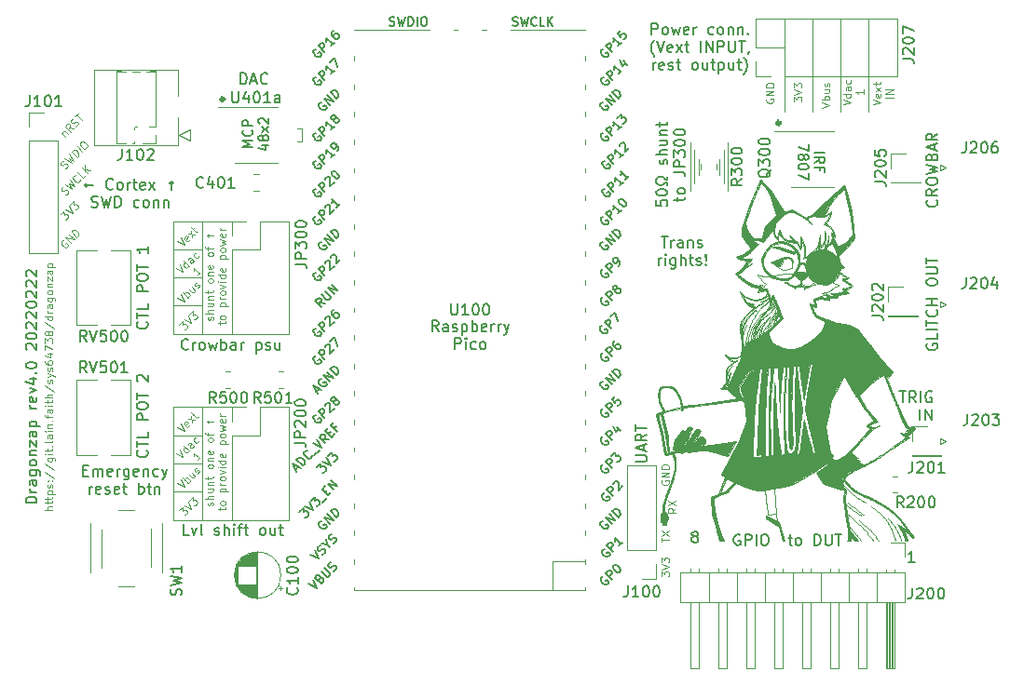
<source format=gbr>
%TF.GenerationSoftware,KiCad,Pcbnew,6.0.1*%
%TF.CreationDate,2022-02-28T04:04:16+01:00*%
%TF.ProjectId,glitcher,676c6974-6368-4657-922e-6b696361645f,4*%
%TF.SameCoordinates,Original*%
%TF.FileFunction,Legend,Top*%
%TF.FilePolarity,Positive*%
%FSLAX46Y46*%
G04 Gerber Fmt 4.6, Leading zero omitted, Abs format (unit mm)*
G04 Created by KiCad (PCBNEW 6.0.1) date 2022-02-28 04:04:16*
%MOMM*%
%LPD*%
G01*
G04 APERTURE LIST*
%ADD10C,0.120000*%
%ADD11C,0.343981*%
%ADD12C,0.150000*%
%ADD13C,0.100000*%
%ADD14C,0.130000*%
G04 APERTURE END LIST*
D10*
X141986000Y-82143600D02*
X141986000Y-73787000D01*
X89119400Y-94737400D02*
X86512400Y-94737400D01*
X89124000Y-109033000D02*
X89124000Y-119303800D01*
X86482400Y-102408200D02*
X91761000Y-102422000D01*
X98145600Y-84886800D02*
X98145600Y-83718400D01*
D11*
X91103990Y-81026000D02*
G75*
G03*
X91103990Y-81026000I-171990J0D01*
G01*
D10*
X86482400Y-109028400D02*
X86482400Y-119299200D01*
X147066000Y-73761600D02*
X147066000Y-82143600D01*
X84455000Y-120142000D02*
X84455000Y-123596400D01*
X86482400Y-119299200D02*
X91761000Y-119313000D01*
X97739200Y-84886800D02*
X98145600Y-84886800D01*
X89103200Y-116708400D02*
X86512400Y-116708400D01*
X149606000Y-82143600D02*
X149606000Y-73761600D01*
X86868000Y-82677000D02*
X86868000Y-85217000D01*
X86995000Y-84328000D02*
X88011000Y-83820000D01*
X79248000Y-78359000D02*
X86868000Y-78359000D01*
X88011000Y-83820000D02*
X88011000Y-84836000D01*
X89124000Y-92142000D02*
X89124000Y-102412800D01*
X89052400Y-97277400D02*
X86482400Y-97272800D01*
X89119400Y-111628400D02*
X86512400Y-111628400D01*
X89052400Y-114168400D02*
X86482400Y-114163800D01*
X98145600Y-83718400D02*
X97739200Y-83718400D01*
X79248000Y-85217000D02*
X79248000Y-78359000D01*
X88011000Y-84836000D02*
X86995000Y-84328000D01*
D11*
X141620009Y-83185000D02*
G75*
G03*
X141620009Y-83185000I-171990J0D01*
G01*
D10*
X86482400Y-109028400D02*
X91761000Y-109033000D01*
X144526000Y-82143600D02*
X144526000Y-73787000D01*
X86482400Y-92137400D02*
X86482400Y-102408200D01*
X86868000Y-78359000D02*
X86868000Y-80772000D01*
X89103200Y-99817400D02*
X86512400Y-99817400D01*
X86482400Y-92137400D02*
X91761000Y-92142000D01*
X79959200Y-120167400D02*
X79959200Y-123621800D01*
X79248000Y-85217000D02*
X86868000Y-85217000D01*
D12*
X84050142Y-101290047D02*
X84097761Y-101337666D01*
X84145380Y-101480523D01*
X84145380Y-101575761D01*
X84097761Y-101718619D01*
X84002523Y-101813857D01*
X83907285Y-101861476D01*
X83716809Y-101909095D01*
X83573952Y-101909095D01*
X83383476Y-101861476D01*
X83288238Y-101813857D01*
X83193000Y-101718619D01*
X83145380Y-101575761D01*
X83145380Y-101480523D01*
X83193000Y-101337666D01*
X83240619Y-101290047D01*
X83145380Y-101004333D02*
X83145380Y-100432904D01*
X84145380Y-100718619D02*
X83145380Y-100718619D01*
X84145380Y-99623380D02*
X84145380Y-100099571D01*
X83145380Y-100099571D01*
X84145380Y-98528142D02*
X83145380Y-98528142D01*
X83145380Y-98147190D01*
X83193000Y-98051952D01*
X83240619Y-98004333D01*
X83335857Y-97956714D01*
X83478714Y-97956714D01*
X83573952Y-98004333D01*
X83621571Y-98051952D01*
X83669190Y-98147190D01*
X83669190Y-98528142D01*
X83145380Y-97337666D02*
X83145380Y-97147190D01*
X83193000Y-97051952D01*
X83288238Y-96956714D01*
X83478714Y-96909095D01*
X83812047Y-96909095D01*
X84002523Y-96956714D01*
X84097761Y-97051952D01*
X84145380Y-97147190D01*
X84145380Y-97337666D01*
X84097761Y-97432904D01*
X84002523Y-97528142D01*
X83812047Y-97575761D01*
X83478714Y-97575761D01*
X83288238Y-97528142D01*
X83193000Y-97432904D01*
X83145380Y-97337666D01*
X83145380Y-96623380D02*
X83145380Y-96051952D01*
X84145380Y-96337666D02*
X83145380Y-96337666D01*
X84145380Y-94432904D02*
X84145380Y-95004333D01*
X84145380Y-94718619D02*
X83145380Y-94718619D01*
X83288238Y-94813857D01*
X83383476Y-94909095D01*
X83431095Y-95004333D01*
X153828714Y-123134380D02*
X153257285Y-123134380D01*
X153543000Y-123134380D02*
X153543000Y-122134380D01*
X153447761Y-122277238D01*
X153352523Y-122372476D01*
X153257285Y-122420095D01*
X84050142Y-112974047D02*
X84097761Y-113021666D01*
X84145380Y-113164523D01*
X84145380Y-113259761D01*
X84097761Y-113402619D01*
X84002523Y-113497857D01*
X83907285Y-113545476D01*
X83716809Y-113593095D01*
X83573952Y-113593095D01*
X83383476Y-113545476D01*
X83288238Y-113497857D01*
X83193000Y-113402619D01*
X83145380Y-113259761D01*
X83145380Y-113164523D01*
X83193000Y-113021666D01*
X83240619Y-112974047D01*
X83145380Y-112688333D02*
X83145380Y-112116904D01*
X84145380Y-112402619D02*
X83145380Y-112402619D01*
X84145380Y-111307380D02*
X84145380Y-111783571D01*
X83145380Y-111783571D01*
X84145380Y-110212142D02*
X83145380Y-110212142D01*
X83145380Y-109831190D01*
X83193000Y-109735952D01*
X83240619Y-109688333D01*
X83335857Y-109640714D01*
X83478714Y-109640714D01*
X83573952Y-109688333D01*
X83621571Y-109735952D01*
X83669190Y-109831190D01*
X83669190Y-110212142D01*
X83145380Y-109021666D02*
X83145380Y-108831190D01*
X83193000Y-108735952D01*
X83288238Y-108640714D01*
X83478714Y-108593095D01*
X83812047Y-108593095D01*
X84002523Y-108640714D01*
X84097761Y-108735952D01*
X84145380Y-108831190D01*
X84145380Y-109021666D01*
X84097761Y-109116904D01*
X84002523Y-109212142D01*
X83812047Y-109259761D01*
X83478714Y-109259761D01*
X83288238Y-109212142D01*
X83193000Y-109116904D01*
X83145380Y-109021666D01*
X83145380Y-108307380D02*
X83145380Y-107735952D01*
X84145380Y-108021666D02*
X83145380Y-108021666D01*
X83240619Y-106688333D02*
X83193000Y-106640714D01*
X83145380Y-106545476D01*
X83145380Y-106307380D01*
X83193000Y-106212142D01*
X83240619Y-106164523D01*
X83335857Y-106116904D01*
X83431095Y-106116904D01*
X83573952Y-106164523D01*
X84145380Y-106735952D01*
X84145380Y-106116904D01*
D13*
X142872666Y-81257666D02*
X142872666Y-80824333D01*
X143139333Y-81057666D01*
X143139333Y-80957666D01*
X143172666Y-80891000D01*
X143206000Y-80857666D01*
X143272666Y-80824333D01*
X143439333Y-80824333D01*
X143506000Y-80857666D01*
X143539333Y-80891000D01*
X143572666Y-80957666D01*
X143572666Y-81157666D01*
X143539333Y-81224333D01*
X143506000Y-81257666D01*
X142872666Y-80624333D02*
X143572666Y-80391000D01*
X142872666Y-80157666D01*
X142872666Y-79991000D02*
X142872666Y-79557666D01*
X143139333Y-79791000D01*
X143139333Y-79691000D01*
X143172666Y-79624333D01*
X143206000Y-79591000D01*
X143272666Y-79557666D01*
X143439333Y-79557666D01*
X143506000Y-79591000D01*
X143539333Y-79624333D01*
X143572666Y-79691000D01*
X143572666Y-79891000D01*
X143539333Y-79957666D01*
X143506000Y-79991000D01*
X76332116Y-84110751D02*
X76662099Y-84440734D01*
X76379256Y-84157891D02*
X76379256Y-84110751D01*
X76402827Y-84040040D01*
X76473537Y-83969330D01*
X76544248Y-83945759D01*
X76614959Y-83969330D01*
X76874231Y-84228602D01*
X77392776Y-83710057D02*
X76992082Y-83639346D01*
X77109933Y-83992900D02*
X76614959Y-83497925D01*
X76803521Y-83309363D01*
X76874231Y-83285793D01*
X76921372Y-83285793D01*
X76992082Y-83309363D01*
X77062793Y-83380074D01*
X77086363Y-83450785D01*
X77086363Y-83497925D01*
X77062793Y-83568636D01*
X76874231Y-83757198D01*
X77557768Y-83497925D02*
X77652049Y-83450785D01*
X77769900Y-83332933D01*
X77793470Y-83262223D01*
X77793470Y-83215082D01*
X77769900Y-83144372D01*
X77722759Y-83097231D01*
X77652049Y-83073661D01*
X77604908Y-83073661D01*
X77534198Y-83097231D01*
X77416346Y-83167942D01*
X77345636Y-83191512D01*
X77298495Y-83191512D01*
X77227785Y-83167942D01*
X77180644Y-83120801D01*
X77157074Y-83050091D01*
X77157074Y-83002950D01*
X77180644Y-82932240D01*
X77298495Y-82814389D01*
X77392776Y-82767248D01*
X77510627Y-82602256D02*
X77793470Y-82319414D01*
X78147023Y-82955810D02*
X77652049Y-82460835D01*
D12*
X92586323Y-79649580D02*
X92586323Y-78649580D01*
X92824419Y-78649580D01*
X92967276Y-78697200D01*
X93062514Y-78792438D01*
X93110133Y-78887676D01*
X93157752Y-79078152D01*
X93157752Y-79221009D01*
X93110133Y-79411485D01*
X93062514Y-79506723D01*
X92967276Y-79601961D01*
X92824419Y-79649580D01*
X92586323Y-79649580D01*
X93538704Y-79363866D02*
X94014895Y-79363866D01*
X93443466Y-79649580D02*
X93776800Y-78649580D01*
X94110133Y-79649580D01*
X95014895Y-79554342D02*
X94967276Y-79601961D01*
X94824419Y-79649580D01*
X94729180Y-79649580D01*
X94586323Y-79601961D01*
X94491085Y-79506723D01*
X94443466Y-79411485D01*
X94395847Y-79221009D01*
X94395847Y-79078152D01*
X94443466Y-78887676D01*
X94491085Y-78792438D01*
X94586323Y-78697200D01*
X94729180Y-78649580D01*
X94824419Y-78649580D01*
X94967276Y-78697200D01*
X95014895Y-78744819D01*
D13*
X145394838Y-81795000D02*
X146094838Y-81561666D01*
X145394838Y-81328333D01*
X146094838Y-81095000D02*
X145394838Y-81095000D01*
X145661505Y-81095000D02*
X145628172Y-81028333D01*
X145628172Y-80895000D01*
X145661505Y-80828333D01*
X145694838Y-80795000D01*
X145761505Y-80761666D01*
X145961505Y-80761666D01*
X146028172Y-80795000D01*
X146061505Y-80828333D01*
X146094838Y-80895000D01*
X146094838Y-81028333D01*
X146061505Y-81095000D01*
X145628172Y-80161666D02*
X146094838Y-80161666D01*
X145628172Y-80461666D02*
X145994838Y-80461666D01*
X146061505Y-80428333D01*
X146094838Y-80361666D01*
X146094838Y-80261666D01*
X146061505Y-80195000D01*
X146028172Y-80161666D01*
X146061505Y-79861666D02*
X146094838Y-79795000D01*
X146094838Y-79661666D01*
X146061505Y-79595000D01*
X145994838Y-79561666D01*
X145961505Y-79561666D01*
X145894838Y-79595000D01*
X145861505Y-79661666D01*
X145861505Y-79761666D01*
X145828172Y-79828333D01*
X145761505Y-79861666D01*
X145728172Y-79861666D01*
X145661505Y-79828333D01*
X145628172Y-79761666D01*
X145628172Y-79661666D01*
X145661505Y-79595000D01*
D12*
X137954285Y-120658000D02*
X137859047Y-120610380D01*
X137716190Y-120610380D01*
X137573333Y-120658000D01*
X137478095Y-120753238D01*
X137430476Y-120848476D01*
X137382857Y-121038952D01*
X137382857Y-121181809D01*
X137430476Y-121372285D01*
X137478095Y-121467523D01*
X137573333Y-121562761D01*
X137716190Y-121610380D01*
X137811428Y-121610380D01*
X137954285Y-121562761D01*
X138001904Y-121515142D01*
X138001904Y-121181809D01*
X137811428Y-121181809D01*
X138430476Y-121610380D02*
X138430476Y-120610380D01*
X138811428Y-120610380D01*
X138906666Y-120658000D01*
X138954285Y-120705619D01*
X139001904Y-120800857D01*
X139001904Y-120943714D01*
X138954285Y-121038952D01*
X138906666Y-121086571D01*
X138811428Y-121134190D01*
X138430476Y-121134190D01*
X139430476Y-121610380D02*
X139430476Y-120610380D01*
X140097142Y-120610380D02*
X140287619Y-120610380D01*
X140382857Y-120658000D01*
X140478095Y-120753238D01*
X140525714Y-120943714D01*
X140525714Y-121277047D01*
X140478095Y-121467523D01*
X140382857Y-121562761D01*
X140287619Y-121610380D01*
X140097142Y-121610380D01*
X140001904Y-121562761D01*
X139906666Y-121467523D01*
X139859047Y-121277047D01*
X139859047Y-120943714D01*
X139906666Y-120753238D01*
X140001904Y-120658000D01*
X140097142Y-120610380D01*
X142335238Y-120943714D02*
X142716190Y-120943714D01*
X142478095Y-120610380D02*
X142478095Y-121467523D01*
X142525714Y-121562761D01*
X142620952Y-121610380D01*
X142716190Y-121610380D01*
X143192380Y-121610380D02*
X143097142Y-121562761D01*
X143049523Y-121515142D01*
X143001904Y-121419904D01*
X143001904Y-121134190D01*
X143049523Y-121038952D01*
X143097142Y-120991333D01*
X143192380Y-120943714D01*
X143335238Y-120943714D01*
X143430476Y-120991333D01*
X143478095Y-121038952D01*
X143525714Y-121134190D01*
X143525714Y-121419904D01*
X143478095Y-121515142D01*
X143430476Y-121562761D01*
X143335238Y-121610380D01*
X143192380Y-121610380D01*
X144716190Y-121610380D02*
X144716190Y-120610380D01*
X144954285Y-120610380D01*
X145097142Y-120658000D01*
X145192380Y-120753238D01*
X145240000Y-120848476D01*
X145287619Y-121038952D01*
X145287619Y-121181809D01*
X145240000Y-121372285D01*
X145192380Y-121467523D01*
X145097142Y-121562761D01*
X144954285Y-121610380D01*
X144716190Y-121610380D01*
X145716190Y-120610380D02*
X145716190Y-121419904D01*
X145763809Y-121515142D01*
X145811428Y-121562761D01*
X145906666Y-121610380D01*
X146097142Y-121610380D01*
X146192380Y-121562761D01*
X146240000Y-121515142D01*
X146287619Y-121419904D01*
X146287619Y-120610380D01*
X146620952Y-120610380D02*
X147192380Y-120610380D01*
X146906666Y-121610380D02*
X146906666Y-120610380D01*
X79169047Y-88877628D02*
X78407142Y-88877628D01*
X78597619Y-89068104D02*
X78407142Y-88877628D01*
X78597619Y-88687152D01*
X80978571Y-89163342D02*
X80930952Y-89210961D01*
X80788095Y-89258580D01*
X80692857Y-89258580D01*
X80550000Y-89210961D01*
X80454761Y-89115723D01*
X80407142Y-89020485D01*
X80359523Y-88830009D01*
X80359523Y-88687152D01*
X80407142Y-88496676D01*
X80454761Y-88401438D01*
X80550000Y-88306200D01*
X80692857Y-88258580D01*
X80788095Y-88258580D01*
X80930952Y-88306200D01*
X80978571Y-88353819D01*
X81550000Y-89258580D02*
X81454761Y-89210961D01*
X81407142Y-89163342D01*
X81359523Y-89068104D01*
X81359523Y-88782390D01*
X81407142Y-88687152D01*
X81454761Y-88639533D01*
X81550000Y-88591914D01*
X81692857Y-88591914D01*
X81788095Y-88639533D01*
X81835714Y-88687152D01*
X81883333Y-88782390D01*
X81883333Y-89068104D01*
X81835714Y-89163342D01*
X81788095Y-89210961D01*
X81692857Y-89258580D01*
X81550000Y-89258580D01*
X82311904Y-89258580D02*
X82311904Y-88591914D01*
X82311904Y-88782390D02*
X82359523Y-88687152D01*
X82407142Y-88639533D01*
X82502380Y-88591914D01*
X82597619Y-88591914D01*
X82788095Y-88591914D02*
X83169047Y-88591914D01*
X82930952Y-88258580D02*
X82930952Y-89115723D01*
X82978571Y-89210961D01*
X83073809Y-89258580D01*
X83169047Y-89258580D01*
X83883333Y-89210961D02*
X83788095Y-89258580D01*
X83597619Y-89258580D01*
X83502380Y-89210961D01*
X83454761Y-89115723D01*
X83454761Y-88734771D01*
X83502380Y-88639533D01*
X83597619Y-88591914D01*
X83788095Y-88591914D01*
X83883333Y-88639533D01*
X83930952Y-88734771D01*
X83930952Y-88830009D01*
X83454761Y-88925247D01*
X84264285Y-89258580D02*
X84788095Y-88591914D01*
X84264285Y-88591914D02*
X84788095Y-89258580D01*
X86311904Y-89258580D02*
X86311904Y-88496676D01*
X86121428Y-88687152D02*
X86311904Y-88496676D01*
X86502380Y-88687152D01*
X79026190Y-90820961D02*
X79169047Y-90868580D01*
X79407142Y-90868580D01*
X79502380Y-90820961D01*
X79550000Y-90773342D01*
X79597619Y-90678104D01*
X79597619Y-90582866D01*
X79550000Y-90487628D01*
X79502380Y-90440009D01*
X79407142Y-90392390D01*
X79216666Y-90344771D01*
X79121428Y-90297152D01*
X79073809Y-90249533D01*
X79026190Y-90154295D01*
X79026190Y-90059057D01*
X79073809Y-89963819D01*
X79121428Y-89916200D01*
X79216666Y-89868580D01*
X79454761Y-89868580D01*
X79597619Y-89916200D01*
X79930952Y-89868580D02*
X80169047Y-90868580D01*
X80359523Y-90154295D01*
X80550000Y-90868580D01*
X80788095Y-89868580D01*
X81169047Y-90868580D02*
X81169047Y-89868580D01*
X81407142Y-89868580D01*
X81550000Y-89916200D01*
X81645238Y-90011438D01*
X81692857Y-90106676D01*
X81740476Y-90297152D01*
X81740476Y-90440009D01*
X81692857Y-90630485D01*
X81645238Y-90725723D01*
X81550000Y-90820961D01*
X81407142Y-90868580D01*
X81169047Y-90868580D01*
X83359523Y-90820961D02*
X83264285Y-90868580D01*
X83073809Y-90868580D01*
X82978571Y-90820961D01*
X82930952Y-90773342D01*
X82883333Y-90678104D01*
X82883333Y-90392390D01*
X82930952Y-90297152D01*
X82978571Y-90249533D01*
X83073809Y-90201914D01*
X83264285Y-90201914D01*
X83359523Y-90249533D01*
X83930952Y-90868580D02*
X83835714Y-90820961D01*
X83788095Y-90773342D01*
X83740476Y-90678104D01*
X83740476Y-90392390D01*
X83788095Y-90297152D01*
X83835714Y-90249533D01*
X83930952Y-90201914D01*
X84073809Y-90201914D01*
X84169047Y-90249533D01*
X84216666Y-90297152D01*
X84264285Y-90392390D01*
X84264285Y-90678104D01*
X84216666Y-90773342D01*
X84169047Y-90820961D01*
X84073809Y-90868580D01*
X83930952Y-90868580D01*
X84692857Y-90201914D02*
X84692857Y-90868580D01*
X84692857Y-90297152D02*
X84740476Y-90249533D01*
X84835714Y-90201914D01*
X84978571Y-90201914D01*
X85073809Y-90249533D01*
X85121428Y-90344771D01*
X85121428Y-90868580D01*
X85597619Y-90201914D02*
X85597619Y-90868580D01*
X85597619Y-90297152D02*
X85645238Y-90249533D01*
X85740476Y-90201914D01*
X85883333Y-90201914D01*
X85978571Y-90249533D01*
X86026190Y-90344771D01*
X86026190Y-90868580D01*
D13*
X86694329Y-113236245D02*
X87354295Y-113566228D01*
X87024312Y-112906262D01*
X87896411Y-113024113D02*
X87401436Y-112529138D01*
X87872840Y-113000543D02*
X87849270Y-113071253D01*
X87754989Y-113165534D01*
X87684278Y-113189104D01*
X87637138Y-113189104D01*
X87566427Y-113165534D01*
X87425006Y-113024113D01*
X87401436Y-112953402D01*
X87401436Y-112906262D01*
X87425006Y-112835551D01*
X87519287Y-112741270D01*
X87589998Y-112717700D01*
X88344245Y-112576278D02*
X88084972Y-112317006D01*
X88014262Y-112293436D01*
X87943551Y-112317006D01*
X87849270Y-112411287D01*
X87825700Y-112481998D01*
X88320675Y-112552708D02*
X88297104Y-112623419D01*
X88179253Y-112741270D01*
X88108543Y-112764840D01*
X88037832Y-112741270D01*
X87990691Y-112694130D01*
X87967121Y-112623419D01*
X87990691Y-112552708D01*
X88108543Y-112434857D01*
X88132113Y-112364146D01*
X88768509Y-112104874D02*
X88744939Y-112175585D01*
X88650658Y-112269866D01*
X88579947Y-112293436D01*
X88532807Y-112293436D01*
X88462096Y-112269866D01*
X88320675Y-112128444D01*
X88297104Y-112057734D01*
X88297104Y-112010593D01*
X88320675Y-111939882D01*
X88414955Y-111845601D01*
X88485666Y-111822031D01*
X88952592Y-113561749D02*
X88669749Y-113844592D01*
X88811171Y-113703171D02*
X88316196Y-113208196D01*
X88339766Y-113326047D01*
X88339766Y-113420328D01*
X88316196Y-113491039D01*
D12*
X74061580Y-117759428D02*
X73061580Y-117759428D01*
X73061580Y-117521333D01*
X73109200Y-117378476D01*
X73204438Y-117283238D01*
X73299676Y-117235619D01*
X73490152Y-117188000D01*
X73633009Y-117188000D01*
X73823485Y-117235619D01*
X73918723Y-117283238D01*
X74013961Y-117378476D01*
X74061580Y-117521333D01*
X74061580Y-117759428D01*
X74061580Y-116759428D02*
X73394914Y-116759428D01*
X73585390Y-116759428D02*
X73490152Y-116711809D01*
X73442533Y-116664190D01*
X73394914Y-116568952D01*
X73394914Y-116473714D01*
X74061580Y-115711809D02*
X73537771Y-115711809D01*
X73442533Y-115759428D01*
X73394914Y-115854666D01*
X73394914Y-116045142D01*
X73442533Y-116140380D01*
X74013961Y-115711809D02*
X74061580Y-115807047D01*
X74061580Y-116045142D01*
X74013961Y-116140380D01*
X73918723Y-116188000D01*
X73823485Y-116188000D01*
X73728247Y-116140380D01*
X73680628Y-116045142D01*
X73680628Y-115807047D01*
X73633009Y-115711809D01*
X73394914Y-114807047D02*
X74204438Y-114807047D01*
X74299676Y-114854666D01*
X74347295Y-114902285D01*
X74394914Y-114997523D01*
X74394914Y-115140380D01*
X74347295Y-115235619D01*
X74013961Y-114807047D02*
X74061580Y-114902285D01*
X74061580Y-115092761D01*
X74013961Y-115188000D01*
X73966342Y-115235619D01*
X73871104Y-115283238D01*
X73585390Y-115283238D01*
X73490152Y-115235619D01*
X73442533Y-115188000D01*
X73394914Y-115092761D01*
X73394914Y-114902285D01*
X73442533Y-114807047D01*
X74061580Y-114188000D02*
X74013961Y-114283238D01*
X73966342Y-114330857D01*
X73871104Y-114378476D01*
X73585390Y-114378476D01*
X73490152Y-114330857D01*
X73442533Y-114283238D01*
X73394914Y-114188000D01*
X73394914Y-114045142D01*
X73442533Y-113949904D01*
X73490152Y-113902285D01*
X73585390Y-113854666D01*
X73871104Y-113854666D01*
X73966342Y-113902285D01*
X74013961Y-113949904D01*
X74061580Y-114045142D01*
X74061580Y-114188000D01*
X73394914Y-113426095D02*
X74061580Y-113426095D01*
X73490152Y-113426095D02*
X73442533Y-113378476D01*
X73394914Y-113283238D01*
X73394914Y-113140380D01*
X73442533Y-113045142D01*
X73537771Y-112997523D01*
X74061580Y-112997523D01*
X73394914Y-112616571D02*
X73394914Y-112092761D01*
X74061580Y-112616571D01*
X74061580Y-112092761D01*
X74061580Y-111283238D02*
X73537771Y-111283238D01*
X73442533Y-111330857D01*
X73394914Y-111426095D01*
X73394914Y-111616571D01*
X73442533Y-111711809D01*
X74013961Y-111283238D02*
X74061580Y-111378476D01*
X74061580Y-111616571D01*
X74013961Y-111711809D01*
X73918723Y-111759428D01*
X73823485Y-111759428D01*
X73728247Y-111711809D01*
X73680628Y-111616571D01*
X73680628Y-111378476D01*
X73633009Y-111283238D01*
X73394914Y-110807047D02*
X74394914Y-110807047D01*
X73442533Y-110807047D02*
X73394914Y-110711809D01*
X73394914Y-110521333D01*
X73442533Y-110426095D01*
X73490152Y-110378476D01*
X73585390Y-110330857D01*
X73871104Y-110330857D01*
X73966342Y-110378476D01*
X74013961Y-110426095D01*
X74061580Y-110521333D01*
X74061580Y-110711809D01*
X74013961Y-110807047D01*
X74061580Y-109140380D02*
X73394914Y-109140380D01*
X73585390Y-109140380D02*
X73490152Y-109092761D01*
X73442533Y-109045142D01*
X73394914Y-108949904D01*
X73394914Y-108854666D01*
X74013961Y-108140380D02*
X74061580Y-108235619D01*
X74061580Y-108426095D01*
X74013961Y-108521333D01*
X73918723Y-108568952D01*
X73537771Y-108568952D01*
X73442533Y-108521333D01*
X73394914Y-108426095D01*
X73394914Y-108235619D01*
X73442533Y-108140380D01*
X73537771Y-108092761D01*
X73633009Y-108092761D01*
X73728247Y-108568952D01*
X73394914Y-107759428D02*
X74061580Y-107521333D01*
X73394914Y-107283238D01*
X73394914Y-106473714D02*
X74061580Y-106473714D01*
X73013961Y-106711809D02*
X73728247Y-106949904D01*
X73728247Y-106330857D01*
X73966342Y-105949904D02*
X74013961Y-105902285D01*
X74061580Y-105949904D01*
X74013961Y-105997523D01*
X73966342Y-105949904D01*
X74061580Y-105949904D01*
X73061580Y-105283238D02*
X73061580Y-105188000D01*
X73109200Y-105092761D01*
X73156819Y-105045142D01*
X73252057Y-104997523D01*
X73442533Y-104949904D01*
X73680628Y-104949904D01*
X73871104Y-104997523D01*
X73966342Y-105045142D01*
X74013961Y-105092761D01*
X74061580Y-105188000D01*
X74061580Y-105283238D01*
X74013961Y-105378476D01*
X73966342Y-105426095D01*
X73871104Y-105473714D01*
X73680628Y-105521333D01*
X73442533Y-105521333D01*
X73252057Y-105473714D01*
X73156819Y-105426095D01*
X73109200Y-105378476D01*
X73061580Y-105283238D01*
X73156819Y-103807047D02*
X73109200Y-103759428D01*
X73061580Y-103664190D01*
X73061580Y-103426095D01*
X73109200Y-103330857D01*
X73156819Y-103283238D01*
X73252057Y-103235619D01*
X73347295Y-103235619D01*
X73490152Y-103283238D01*
X74061580Y-103854666D01*
X74061580Y-103235619D01*
X73061580Y-102616571D02*
X73061580Y-102521333D01*
X73109200Y-102426095D01*
X73156819Y-102378476D01*
X73252057Y-102330857D01*
X73442533Y-102283238D01*
X73680628Y-102283238D01*
X73871104Y-102330857D01*
X73966342Y-102378476D01*
X74013961Y-102426095D01*
X74061580Y-102521333D01*
X74061580Y-102616571D01*
X74013961Y-102711809D01*
X73966342Y-102759428D01*
X73871104Y-102807047D01*
X73680628Y-102854666D01*
X73442533Y-102854666D01*
X73252057Y-102807047D01*
X73156819Y-102759428D01*
X73109200Y-102711809D01*
X73061580Y-102616571D01*
X73156819Y-101902285D02*
X73109200Y-101854666D01*
X73061580Y-101759428D01*
X73061580Y-101521333D01*
X73109200Y-101426095D01*
X73156819Y-101378476D01*
X73252057Y-101330857D01*
X73347295Y-101330857D01*
X73490152Y-101378476D01*
X74061580Y-101949904D01*
X74061580Y-101330857D01*
X73156819Y-100949904D02*
X73109200Y-100902285D01*
X73061580Y-100807047D01*
X73061580Y-100568952D01*
X73109200Y-100473714D01*
X73156819Y-100426095D01*
X73252057Y-100378476D01*
X73347295Y-100378476D01*
X73490152Y-100426095D01*
X74061580Y-100997523D01*
X74061580Y-100378476D01*
X73061580Y-99759428D02*
X73061580Y-99664190D01*
X73109200Y-99568952D01*
X73156819Y-99521333D01*
X73252057Y-99473714D01*
X73442533Y-99426095D01*
X73680628Y-99426095D01*
X73871104Y-99473714D01*
X73966342Y-99521333D01*
X74013961Y-99568952D01*
X74061580Y-99664190D01*
X74061580Y-99759428D01*
X74013961Y-99854666D01*
X73966342Y-99902285D01*
X73871104Y-99949904D01*
X73680628Y-99997523D01*
X73442533Y-99997523D01*
X73252057Y-99949904D01*
X73156819Y-99902285D01*
X73109200Y-99854666D01*
X73061580Y-99759428D01*
X73156819Y-99045142D02*
X73109200Y-98997523D01*
X73061580Y-98902285D01*
X73061580Y-98664190D01*
X73109200Y-98568952D01*
X73156819Y-98521333D01*
X73252057Y-98473714D01*
X73347295Y-98473714D01*
X73490152Y-98521333D01*
X74061580Y-99092761D01*
X74061580Y-98473714D01*
X73156819Y-98092761D02*
X73109200Y-98045142D01*
X73061580Y-97949904D01*
X73061580Y-97711809D01*
X73109200Y-97616571D01*
X73156819Y-97568952D01*
X73252057Y-97521333D01*
X73347295Y-97521333D01*
X73490152Y-97568952D01*
X74061580Y-98140380D01*
X74061580Y-97521333D01*
X73156819Y-97140380D02*
X73109200Y-97092761D01*
X73061580Y-96997523D01*
X73061580Y-96759428D01*
X73109200Y-96664190D01*
X73156819Y-96616571D01*
X73252057Y-96568952D01*
X73347295Y-96568952D01*
X73490152Y-96616571D01*
X74061580Y-97188000D01*
X74061580Y-96568952D01*
X110555447Y-102161780D02*
X110222114Y-101685590D01*
X109984019Y-102161780D02*
X109984019Y-101161780D01*
X110364971Y-101161780D01*
X110460209Y-101209400D01*
X110507828Y-101257019D01*
X110555447Y-101352257D01*
X110555447Y-101495114D01*
X110507828Y-101590352D01*
X110460209Y-101637971D01*
X110364971Y-101685590D01*
X109984019Y-101685590D01*
X111412590Y-102161780D02*
X111412590Y-101637971D01*
X111364971Y-101542733D01*
X111269733Y-101495114D01*
X111079257Y-101495114D01*
X110984019Y-101542733D01*
X111412590Y-102114161D02*
X111317352Y-102161780D01*
X111079257Y-102161780D01*
X110984019Y-102114161D01*
X110936400Y-102018923D01*
X110936400Y-101923685D01*
X110984019Y-101828447D01*
X111079257Y-101780828D01*
X111317352Y-101780828D01*
X111412590Y-101733209D01*
X111841161Y-102114161D02*
X111936400Y-102161780D01*
X112126876Y-102161780D01*
X112222114Y-102114161D01*
X112269733Y-102018923D01*
X112269733Y-101971304D01*
X112222114Y-101876066D01*
X112126876Y-101828447D01*
X111984019Y-101828447D01*
X111888780Y-101780828D01*
X111841161Y-101685590D01*
X111841161Y-101637971D01*
X111888780Y-101542733D01*
X111984019Y-101495114D01*
X112126876Y-101495114D01*
X112222114Y-101542733D01*
X112698304Y-101495114D02*
X112698304Y-102495114D01*
X112698304Y-101542733D02*
X112793542Y-101495114D01*
X112984019Y-101495114D01*
X113079257Y-101542733D01*
X113126876Y-101590352D01*
X113174495Y-101685590D01*
X113174495Y-101971304D01*
X113126876Y-102066542D01*
X113079257Y-102114161D01*
X112984019Y-102161780D01*
X112793542Y-102161780D01*
X112698304Y-102114161D01*
X113603066Y-102161780D02*
X113603066Y-101161780D01*
X113603066Y-101542733D02*
X113698304Y-101495114D01*
X113888780Y-101495114D01*
X113984019Y-101542733D01*
X114031638Y-101590352D01*
X114079257Y-101685590D01*
X114079257Y-101971304D01*
X114031638Y-102066542D01*
X113984019Y-102114161D01*
X113888780Y-102161780D01*
X113698304Y-102161780D01*
X113603066Y-102114161D01*
X114888780Y-102114161D02*
X114793542Y-102161780D01*
X114603066Y-102161780D01*
X114507828Y-102114161D01*
X114460209Y-102018923D01*
X114460209Y-101637971D01*
X114507828Y-101542733D01*
X114603066Y-101495114D01*
X114793542Y-101495114D01*
X114888780Y-101542733D01*
X114936400Y-101637971D01*
X114936400Y-101733209D01*
X114460209Y-101828447D01*
X115364971Y-102161780D02*
X115364971Y-101495114D01*
X115364971Y-101685590D02*
X115412590Y-101590352D01*
X115460209Y-101542733D01*
X115555447Y-101495114D01*
X115650685Y-101495114D01*
X115984019Y-102161780D02*
X115984019Y-101495114D01*
X115984019Y-101685590D02*
X116031638Y-101590352D01*
X116079257Y-101542733D01*
X116174495Y-101495114D01*
X116269733Y-101495114D01*
X116507828Y-101495114D02*
X116745923Y-102161780D01*
X116984019Y-101495114D02*
X116745923Y-102161780D01*
X116650685Y-102399876D01*
X116603066Y-102447495D01*
X116507828Y-102495114D01*
X112055447Y-103771780D02*
X112055447Y-102771780D01*
X112436400Y-102771780D01*
X112531638Y-102819400D01*
X112579257Y-102867019D01*
X112626876Y-102962257D01*
X112626876Y-103105114D01*
X112579257Y-103200352D01*
X112531638Y-103247971D01*
X112436400Y-103295590D01*
X112055447Y-103295590D01*
X113055447Y-103771780D02*
X113055447Y-103105114D01*
X113055447Y-102771780D02*
X113007828Y-102819400D01*
X113055447Y-102867019D01*
X113103066Y-102819400D01*
X113055447Y-102771780D01*
X113055447Y-102867019D01*
X113960209Y-103724161D02*
X113864971Y-103771780D01*
X113674495Y-103771780D01*
X113579257Y-103724161D01*
X113531638Y-103676542D01*
X113484019Y-103581304D01*
X113484019Y-103295590D01*
X113531638Y-103200352D01*
X113579257Y-103152733D01*
X113674495Y-103105114D01*
X113864971Y-103105114D01*
X113960209Y-103152733D01*
X114531638Y-103771780D02*
X114436400Y-103724161D01*
X114388780Y-103676542D01*
X114341161Y-103581304D01*
X114341161Y-103295590D01*
X114388780Y-103200352D01*
X114436400Y-103152733D01*
X114531638Y-103105114D01*
X114674495Y-103105114D01*
X114769733Y-103152733D01*
X114817352Y-103200352D01*
X114864971Y-103295590D01*
X114864971Y-103581304D01*
X114817352Y-103676542D01*
X114769733Y-103724161D01*
X114674495Y-103771780D01*
X114531638Y-103771780D01*
X128484380Y-113990238D02*
X129293904Y-113990238D01*
X129389142Y-113942619D01*
X129436761Y-113895000D01*
X129484380Y-113799761D01*
X129484380Y-113609285D01*
X129436761Y-113514047D01*
X129389142Y-113466428D01*
X129293904Y-113418809D01*
X128484380Y-113418809D01*
X129198666Y-112990238D02*
X129198666Y-112514047D01*
X129484380Y-113085476D02*
X128484380Y-112752142D01*
X129484380Y-112418809D01*
X129484380Y-111514047D02*
X129008190Y-111847380D01*
X129484380Y-112085476D02*
X128484380Y-112085476D01*
X128484380Y-111704523D01*
X128532000Y-111609285D01*
X128579619Y-111561666D01*
X128674857Y-111514047D01*
X128817714Y-111514047D01*
X128912952Y-111561666D01*
X128960571Y-111609285D01*
X129008190Y-111704523D01*
X129008190Y-112085476D01*
X128484380Y-111228333D02*
X128484380Y-110656904D01*
X129484380Y-110942619D02*
X128484380Y-110942619D01*
D13*
X76621471Y-87355221D02*
X76715752Y-87308081D01*
X76833603Y-87190230D01*
X76857174Y-87119519D01*
X76857174Y-87072379D01*
X76833603Y-87001668D01*
X76786463Y-86954528D01*
X76715752Y-86930957D01*
X76668612Y-86930957D01*
X76597901Y-86954528D01*
X76480050Y-87025238D01*
X76409339Y-87048809D01*
X76362199Y-87048809D01*
X76291488Y-87025238D01*
X76244348Y-86978098D01*
X76220778Y-86907387D01*
X76220778Y-86860247D01*
X76244348Y-86789536D01*
X76362199Y-86671685D01*
X76456480Y-86624544D01*
X76597901Y-86435983D02*
X77210727Y-86813106D01*
X76951455Y-86365272D01*
X77399289Y-86624544D01*
X77022165Y-86011719D01*
X77705702Y-86318132D02*
X77210727Y-85823157D01*
X77328578Y-85705306D01*
X77422859Y-85658165D01*
X77517140Y-85658165D01*
X77587851Y-85681735D01*
X77705702Y-85752446D01*
X77776412Y-85823157D01*
X77847123Y-85941008D01*
X77870693Y-86011719D01*
X77870693Y-86106000D01*
X77823553Y-86200280D01*
X77705702Y-86318132D01*
X78200677Y-85823157D02*
X77705702Y-85328182D01*
X78035685Y-84998199D02*
X78129966Y-84903918D01*
X78200677Y-84880348D01*
X78294957Y-84880348D01*
X78412809Y-84951058D01*
X78577800Y-85116050D01*
X78648511Y-85233901D01*
X78648511Y-85328182D01*
X78624941Y-85398893D01*
X78530660Y-85493174D01*
X78459949Y-85516744D01*
X78365668Y-85516744D01*
X78247817Y-85446033D01*
X78082825Y-85281042D01*
X78012115Y-85163190D01*
X78012115Y-85068910D01*
X78035685Y-84998199D01*
D12*
X154948000Y-103290238D02*
X154900380Y-103385476D01*
X154900380Y-103528333D01*
X154948000Y-103671190D01*
X155043238Y-103766428D01*
X155138476Y-103814047D01*
X155328952Y-103861666D01*
X155471809Y-103861666D01*
X155662285Y-103814047D01*
X155757523Y-103766428D01*
X155852761Y-103671190D01*
X155900380Y-103528333D01*
X155900380Y-103433095D01*
X155852761Y-103290238D01*
X155805142Y-103242619D01*
X155471809Y-103242619D01*
X155471809Y-103433095D01*
X155900380Y-102337857D02*
X155900380Y-102814047D01*
X154900380Y-102814047D01*
X155900380Y-102004523D02*
X154900380Y-102004523D01*
X154900380Y-101671190D02*
X154900380Y-101099761D01*
X155900380Y-101385476D02*
X154900380Y-101385476D01*
X155805142Y-100195000D02*
X155852761Y-100242619D01*
X155900380Y-100385476D01*
X155900380Y-100480714D01*
X155852761Y-100623571D01*
X155757523Y-100718809D01*
X155662285Y-100766428D01*
X155471809Y-100814047D01*
X155328952Y-100814047D01*
X155138476Y-100766428D01*
X155043238Y-100718809D01*
X154948000Y-100623571D01*
X154900380Y-100480714D01*
X154900380Y-100385476D01*
X154948000Y-100242619D01*
X154995619Y-100195000D01*
X155900380Y-99766428D02*
X154900380Y-99766428D01*
X155376571Y-99766428D02*
X155376571Y-99195000D01*
X155900380Y-99195000D02*
X154900380Y-99195000D01*
X154900380Y-97766428D02*
X154900380Y-97575952D01*
X154948000Y-97480714D01*
X155043238Y-97385476D01*
X155233714Y-97337857D01*
X155567047Y-97337857D01*
X155757523Y-97385476D01*
X155852761Y-97480714D01*
X155900380Y-97575952D01*
X155900380Y-97766428D01*
X155852761Y-97861666D01*
X155757523Y-97956904D01*
X155567047Y-98004523D01*
X155233714Y-98004523D01*
X155043238Y-97956904D01*
X154948000Y-97861666D01*
X154900380Y-97766428D01*
X154900380Y-96909285D02*
X155709904Y-96909285D01*
X155805142Y-96861666D01*
X155852761Y-96814047D01*
X155900380Y-96718809D01*
X155900380Y-96528333D01*
X155852761Y-96433095D01*
X155805142Y-96385476D01*
X155709904Y-96337857D01*
X154900380Y-96337857D01*
X154900380Y-96004523D02*
X154900380Y-95433095D01*
X155900380Y-95718809D02*
X154900380Y-95718809D01*
D13*
X130841000Y-115722333D02*
X130807666Y-115789000D01*
X130807666Y-115889000D01*
X130841000Y-115989000D01*
X130907666Y-116055666D01*
X130974333Y-116089000D01*
X131107666Y-116122333D01*
X131207666Y-116122333D01*
X131341000Y-116089000D01*
X131407666Y-116055666D01*
X131474333Y-115989000D01*
X131507666Y-115889000D01*
X131507666Y-115822333D01*
X131474333Y-115722333D01*
X131441000Y-115689000D01*
X131207666Y-115689000D01*
X131207666Y-115822333D01*
X131507666Y-115389000D02*
X130807666Y-115389000D01*
X131507666Y-114989000D01*
X130807666Y-114989000D01*
X131507666Y-114655666D02*
X130807666Y-114655666D01*
X130807666Y-114489000D01*
X130841000Y-114389000D01*
X130907666Y-114322333D01*
X130974333Y-114289000D01*
X131107666Y-114255666D01*
X131207666Y-114255666D01*
X131341000Y-114289000D01*
X131407666Y-114322333D01*
X131474333Y-114389000D01*
X131507666Y-114489000D01*
X131507666Y-114655666D01*
X130807666Y-124437666D02*
X130807666Y-124004333D01*
X131074333Y-124237666D01*
X131074333Y-124137666D01*
X131107666Y-124071000D01*
X131141000Y-124037666D01*
X131207666Y-124004333D01*
X131374333Y-124004333D01*
X131441000Y-124037666D01*
X131474333Y-124071000D01*
X131507666Y-124137666D01*
X131507666Y-124337666D01*
X131474333Y-124404333D01*
X131441000Y-124437666D01*
X130807666Y-123804333D02*
X131507666Y-123571000D01*
X130807666Y-123337666D01*
X130807666Y-123171000D02*
X130807666Y-122737666D01*
X131074333Y-122971000D01*
X131074333Y-122871000D01*
X131107666Y-122804333D01*
X131141000Y-122771000D01*
X131207666Y-122737666D01*
X131374333Y-122737666D01*
X131441000Y-122771000D01*
X131474333Y-122804333D01*
X131507666Y-122871000D01*
X131507666Y-123071000D01*
X131474333Y-123137666D01*
X131441000Y-123171000D01*
X86799769Y-115980515D02*
X87459735Y-116310498D01*
X87129752Y-115650532D01*
X87789719Y-115980515D02*
X87294744Y-115485540D01*
X87483306Y-115674102D02*
X87506876Y-115603391D01*
X87601157Y-115509110D01*
X87671867Y-115485540D01*
X87719008Y-115485540D01*
X87789719Y-115509110D01*
X87931140Y-115650532D01*
X87954710Y-115721242D01*
X87954710Y-115768383D01*
X87931140Y-115839093D01*
X87836859Y-115933374D01*
X87766148Y-115956944D01*
X88119702Y-114990565D02*
X88449685Y-115320548D01*
X87907570Y-115202697D02*
X88166842Y-115461970D01*
X88237553Y-115485540D01*
X88308264Y-115461970D01*
X88378974Y-115391259D01*
X88402544Y-115320548D01*
X88402544Y-115273408D01*
X88638247Y-115084846D02*
X88708957Y-115061276D01*
X88803238Y-114966995D01*
X88826809Y-114896284D01*
X88803238Y-114825574D01*
X88779668Y-114802003D01*
X88708957Y-114778433D01*
X88638247Y-114802003D01*
X88567536Y-114872714D01*
X88496825Y-114896284D01*
X88426115Y-114872714D01*
X88402544Y-114849144D01*
X88378974Y-114778433D01*
X88402544Y-114707722D01*
X88473255Y-114637012D01*
X88543966Y-114613442D01*
D12*
X133762761Y-120784952D02*
X133667523Y-120737333D01*
X133619904Y-120689714D01*
X133572285Y-120594476D01*
X133572285Y-120546857D01*
X133619904Y-120451619D01*
X133667523Y-120404000D01*
X133762761Y-120356380D01*
X133953238Y-120356380D01*
X134048476Y-120404000D01*
X134096095Y-120451619D01*
X134143714Y-120546857D01*
X134143714Y-120594476D01*
X134096095Y-120689714D01*
X134048476Y-120737333D01*
X133953238Y-120784952D01*
X133762761Y-120784952D01*
X133667523Y-120832571D01*
X133619904Y-120880190D01*
X133572285Y-120975428D01*
X133572285Y-121165904D01*
X133619904Y-121261142D01*
X133667523Y-121308761D01*
X133762761Y-121356380D01*
X133953238Y-121356380D01*
X134048476Y-121308761D01*
X134096095Y-121261142D01*
X134143714Y-121165904D01*
X134143714Y-120975428D01*
X134096095Y-120880190D01*
X134048476Y-120832571D01*
X133953238Y-120784952D01*
D13*
X150056166Y-81534666D02*
X150756166Y-81301333D01*
X150056166Y-81068000D01*
X150722833Y-80568000D02*
X150756166Y-80634666D01*
X150756166Y-80768000D01*
X150722833Y-80834666D01*
X150656166Y-80868000D01*
X150389500Y-80868000D01*
X150322833Y-80834666D01*
X150289500Y-80768000D01*
X150289500Y-80634666D01*
X150322833Y-80568000D01*
X150389500Y-80534666D01*
X150456166Y-80534666D01*
X150522833Y-80868000D01*
X150756166Y-80301333D02*
X150289500Y-79934666D01*
X150289500Y-80301333D02*
X150756166Y-79934666D01*
X150289500Y-79768000D02*
X150289500Y-79501333D01*
X150056166Y-79668000D02*
X150656166Y-79668000D01*
X150722833Y-79634666D01*
X150756166Y-79568000D01*
X150756166Y-79501333D01*
X151883166Y-80884666D02*
X151183166Y-80884666D01*
X151883166Y-80551333D02*
X151183166Y-80551333D01*
X151883166Y-80151333D01*
X151183166Y-80151333D01*
X86792450Y-110857034D02*
X87452416Y-111187017D01*
X87122433Y-110527051D01*
X87947391Y-110644902D02*
X87923821Y-110715612D01*
X87829540Y-110809893D01*
X87758829Y-110833464D01*
X87688119Y-110809893D01*
X87499557Y-110621332D01*
X87475987Y-110550621D01*
X87499557Y-110479910D01*
X87593838Y-110385629D01*
X87664548Y-110362059D01*
X87735259Y-110385629D01*
X87782400Y-110432770D01*
X87593838Y-110715612D01*
X88159523Y-110479910D02*
X88088812Y-109890655D01*
X87829540Y-110149927D02*
X88418796Y-110220638D01*
X88206664Y-109772803D02*
X88395225Y-109584242D01*
X88112383Y-109537101D02*
X88536647Y-109961365D01*
X88607357Y-109984935D01*
X88678068Y-109961365D01*
X88725209Y-109914225D01*
D12*
X78280095Y-114795171D02*
X78613428Y-114795171D01*
X78756285Y-115318980D02*
X78280095Y-115318980D01*
X78280095Y-114318980D01*
X78756285Y-114318980D01*
X79184857Y-115318980D02*
X79184857Y-114652314D01*
X79184857Y-114747552D02*
X79232476Y-114699933D01*
X79327714Y-114652314D01*
X79470571Y-114652314D01*
X79565809Y-114699933D01*
X79613428Y-114795171D01*
X79613428Y-115318980D01*
X79613428Y-114795171D02*
X79661047Y-114699933D01*
X79756285Y-114652314D01*
X79899142Y-114652314D01*
X79994380Y-114699933D01*
X80042000Y-114795171D01*
X80042000Y-115318980D01*
X80899142Y-115271361D02*
X80803904Y-115318980D01*
X80613428Y-115318980D01*
X80518190Y-115271361D01*
X80470571Y-115176123D01*
X80470571Y-114795171D01*
X80518190Y-114699933D01*
X80613428Y-114652314D01*
X80803904Y-114652314D01*
X80899142Y-114699933D01*
X80946761Y-114795171D01*
X80946761Y-114890409D01*
X80470571Y-114985647D01*
X81375333Y-115318980D02*
X81375333Y-114652314D01*
X81375333Y-114842790D02*
X81422952Y-114747552D01*
X81470571Y-114699933D01*
X81565809Y-114652314D01*
X81661047Y-114652314D01*
X82422952Y-114652314D02*
X82422952Y-115461838D01*
X82375333Y-115557076D01*
X82327714Y-115604695D01*
X82232476Y-115652314D01*
X82089619Y-115652314D01*
X81994380Y-115604695D01*
X82422952Y-115271361D02*
X82327714Y-115318980D01*
X82137238Y-115318980D01*
X82042000Y-115271361D01*
X81994380Y-115223742D01*
X81946761Y-115128504D01*
X81946761Y-114842790D01*
X81994380Y-114747552D01*
X82042000Y-114699933D01*
X82137238Y-114652314D01*
X82327714Y-114652314D01*
X82422952Y-114699933D01*
X83280095Y-115271361D02*
X83184857Y-115318980D01*
X82994380Y-115318980D01*
X82899142Y-115271361D01*
X82851523Y-115176123D01*
X82851523Y-114795171D01*
X82899142Y-114699933D01*
X82994380Y-114652314D01*
X83184857Y-114652314D01*
X83280095Y-114699933D01*
X83327714Y-114795171D01*
X83327714Y-114890409D01*
X82851523Y-114985647D01*
X83756285Y-114652314D02*
X83756285Y-115318980D01*
X83756285Y-114747552D02*
X83803904Y-114699933D01*
X83899142Y-114652314D01*
X84042000Y-114652314D01*
X84137238Y-114699933D01*
X84184857Y-114795171D01*
X84184857Y-115318980D01*
X85089619Y-115271361D02*
X84994380Y-115318980D01*
X84803904Y-115318980D01*
X84708666Y-115271361D01*
X84661047Y-115223742D01*
X84613428Y-115128504D01*
X84613428Y-114842790D01*
X84661047Y-114747552D01*
X84708666Y-114699933D01*
X84803904Y-114652314D01*
X84994380Y-114652314D01*
X85089619Y-114699933D01*
X85422952Y-114652314D02*
X85661047Y-115318980D01*
X85899142Y-114652314D02*
X85661047Y-115318980D01*
X85565809Y-115557076D01*
X85518190Y-115604695D01*
X85422952Y-115652314D01*
X78851523Y-116928980D02*
X78851523Y-116262314D01*
X78851523Y-116452790D02*
X78899142Y-116357552D01*
X78946761Y-116309933D01*
X79042000Y-116262314D01*
X79137238Y-116262314D01*
X79851523Y-116881361D02*
X79756285Y-116928980D01*
X79565809Y-116928980D01*
X79470571Y-116881361D01*
X79422952Y-116786123D01*
X79422952Y-116405171D01*
X79470571Y-116309933D01*
X79565809Y-116262314D01*
X79756285Y-116262314D01*
X79851523Y-116309933D01*
X79899142Y-116405171D01*
X79899142Y-116500409D01*
X79422952Y-116595647D01*
X80280095Y-116881361D02*
X80375333Y-116928980D01*
X80565809Y-116928980D01*
X80661047Y-116881361D01*
X80708666Y-116786123D01*
X80708666Y-116738504D01*
X80661047Y-116643266D01*
X80565809Y-116595647D01*
X80422952Y-116595647D01*
X80327714Y-116548028D01*
X80280095Y-116452790D01*
X80280095Y-116405171D01*
X80327714Y-116309933D01*
X80422952Y-116262314D01*
X80565809Y-116262314D01*
X80661047Y-116309933D01*
X81518190Y-116881361D02*
X81422952Y-116928980D01*
X81232476Y-116928980D01*
X81137238Y-116881361D01*
X81089619Y-116786123D01*
X81089619Y-116405171D01*
X81137238Y-116309933D01*
X81232476Y-116262314D01*
X81422952Y-116262314D01*
X81518190Y-116309933D01*
X81565809Y-116405171D01*
X81565809Y-116500409D01*
X81089619Y-116595647D01*
X81851523Y-116262314D02*
X82232476Y-116262314D01*
X81994380Y-115928980D02*
X81994380Y-116786123D01*
X82042000Y-116881361D01*
X82137238Y-116928980D01*
X82232476Y-116928980D01*
X83327714Y-116928980D02*
X83327714Y-115928980D01*
X83327714Y-116309933D02*
X83422952Y-116262314D01*
X83613428Y-116262314D01*
X83708666Y-116309933D01*
X83756285Y-116357552D01*
X83803904Y-116452790D01*
X83803904Y-116738504D01*
X83756285Y-116833742D01*
X83708666Y-116881361D01*
X83613428Y-116928980D01*
X83422952Y-116928980D01*
X83327714Y-116881361D01*
X84089619Y-116262314D02*
X84470571Y-116262314D01*
X84232476Y-115928980D02*
X84232476Y-116786123D01*
X84280095Y-116881361D01*
X84375333Y-116928980D01*
X84470571Y-116928980D01*
X84803904Y-116262314D02*
X84803904Y-116928980D01*
X84803904Y-116357552D02*
X84851523Y-116309933D01*
X84946761Y-116262314D01*
X85089619Y-116262314D01*
X85184857Y-116309933D01*
X85232476Y-116405171D01*
X85232476Y-116928980D01*
D13*
X130807666Y-121310333D02*
X130807666Y-120910333D01*
X131507666Y-121110333D02*
X130807666Y-121110333D01*
X130807666Y-120743666D02*
X131507666Y-120277000D01*
X130807666Y-120277000D02*
X131507666Y-120743666D01*
D12*
X87813047Y-103735142D02*
X87765428Y-103782761D01*
X87622571Y-103830380D01*
X87527333Y-103830380D01*
X87384476Y-103782761D01*
X87289238Y-103687523D01*
X87241619Y-103592285D01*
X87194000Y-103401809D01*
X87194000Y-103258952D01*
X87241619Y-103068476D01*
X87289238Y-102973238D01*
X87384476Y-102878000D01*
X87527333Y-102830380D01*
X87622571Y-102830380D01*
X87765428Y-102878000D01*
X87813047Y-102925619D01*
X88241619Y-103830380D02*
X88241619Y-103163714D01*
X88241619Y-103354190D02*
X88289238Y-103258952D01*
X88336857Y-103211333D01*
X88432095Y-103163714D01*
X88527333Y-103163714D01*
X89003523Y-103830380D02*
X88908285Y-103782761D01*
X88860666Y-103735142D01*
X88813047Y-103639904D01*
X88813047Y-103354190D01*
X88860666Y-103258952D01*
X88908285Y-103211333D01*
X89003523Y-103163714D01*
X89146380Y-103163714D01*
X89241619Y-103211333D01*
X89289238Y-103258952D01*
X89336857Y-103354190D01*
X89336857Y-103639904D01*
X89289238Y-103735142D01*
X89241619Y-103782761D01*
X89146380Y-103830380D01*
X89003523Y-103830380D01*
X89670190Y-103163714D02*
X89860666Y-103830380D01*
X90051142Y-103354190D01*
X90241619Y-103830380D01*
X90432095Y-103163714D01*
X90813047Y-103830380D02*
X90813047Y-102830380D01*
X90813047Y-103211333D02*
X90908285Y-103163714D01*
X91098761Y-103163714D01*
X91194000Y-103211333D01*
X91241619Y-103258952D01*
X91289238Y-103354190D01*
X91289238Y-103639904D01*
X91241619Y-103735142D01*
X91194000Y-103782761D01*
X91098761Y-103830380D01*
X90908285Y-103830380D01*
X90813047Y-103782761D01*
X92146380Y-103830380D02*
X92146380Y-103306571D01*
X92098761Y-103211333D01*
X92003523Y-103163714D01*
X91813047Y-103163714D01*
X91717809Y-103211333D01*
X92146380Y-103782761D02*
X92051142Y-103830380D01*
X91813047Y-103830380D01*
X91717809Y-103782761D01*
X91670190Y-103687523D01*
X91670190Y-103592285D01*
X91717809Y-103497047D01*
X91813047Y-103449428D01*
X92051142Y-103449428D01*
X92146380Y-103401809D01*
X92622571Y-103830380D02*
X92622571Y-103163714D01*
X92622571Y-103354190D02*
X92670190Y-103258952D01*
X92717809Y-103211333D01*
X92813047Y-103163714D01*
X92908285Y-103163714D01*
X94003523Y-103163714D02*
X94003523Y-104163714D01*
X94003523Y-103211333D02*
X94098761Y-103163714D01*
X94289238Y-103163714D01*
X94384476Y-103211333D01*
X94432095Y-103258952D01*
X94479714Y-103354190D01*
X94479714Y-103639904D01*
X94432095Y-103735142D01*
X94384476Y-103782761D01*
X94289238Y-103830380D01*
X94098761Y-103830380D01*
X94003523Y-103782761D01*
X94860666Y-103782761D02*
X94955904Y-103830380D01*
X95146380Y-103830380D01*
X95241619Y-103782761D01*
X95289238Y-103687523D01*
X95289238Y-103639904D01*
X95241619Y-103544666D01*
X95146380Y-103497047D01*
X95003523Y-103497047D01*
X94908285Y-103449428D01*
X94860666Y-103354190D01*
X94860666Y-103306571D01*
X94908285Y-103211333D01*
X95003523Y-103163714D01*
X95146380Y-103163714D01*
X95241619Y-103211333D01*
X96146380Y-103163714D02*
X96146380Y-103830380D01*
X95717809Y-103163714D02*
X95717809Y-103687523D01*
X95765428Y-103782761D01*
X95860666Y-103830380D01*
X96003523Y-103830380D01*
X96098761Y-103782761D01*
X96146380Y-103735142D01*
D13*
X87000116Y-101530768D02*
X87306529Y-101224355D01*
X87330099Y-101577908D01*
X87400810Y-101507198D01*
X87471521Y-101483627D01*
X87518661Y-101483627D01*
X87589372Y-101507198D01*
X87707223Y-101625049D01*
X87730793Y-101695759D01*
X87730793Y-101742900D01*
X87707223Y-101813610D01*
X87565801Y-101955032D01*
X87495091Y-101978602D01*
X87447950Y-101978602D01*
X87447950Y-101082933D02*
X88107917Y-101412917D01*
X87777933Y-100752950D01*
X87895785Y-100635099D02*
X88202198Y-100328686D01*
X88225768Y-100682240D01*
X88296478Y-100611529D01*
X88367189Y-100587959D01*
X88414330Y-100587959D01*
X88485040Y-100611529D01*
X88602891Y-100729380D01*
X88626462Y-100800091D01*
X88626462Y-100847231D01*
X88602891Y-100917942D01*
X88461470Y-101059363D01*
X88390759Y-101082933D01*
X88343619Y-101082933D01*
X86694329Y-96421445D02*
X87354295Y-96751428D01*
X87024312Y-96091462D01*
X87896411Y-96209313D02*
X87401436Y-95714338D01*
X87872840Y-96185743D02*
X87849270Y-96256453D01*
X87754989Y-96350734D01*
X87684278Y-96374304D01*
X87637138Y-96374304D01*
X87566427Y-96350734D01*
X87425006Y-96209313D01*
X87401436Y-96138602D01*
X87401436Y-96091462D01*
X87425006Y-96020751D01*
X87519287Y-95926470D01*
X87589998Y-95902900D01*
X88344245Y-95761478D02*
X88084972Y-95502206D01*
X88014262Y-95478636D01*
X87943551Y-95502206D01*
X87849270Y-95596487D01*
X87825700Y-95667198D01*
X88320675Y-95737908D02*
X88297104Y-95808619D01*
X88179253Y-95926470D01*
X88108543Y-95950040D01*
X88037832Y-95926470D01*
X87990691Y-95879330D01*
X87967121Y-95808619D01*
X87990691Y-95737908D01*
X88108543Y-95620057D01*
X88132113Y-95549346D01*
X88768509Y-95290074D02*
X88744939Y-95360785D01*
X88650658Y-95455066D01*
X88579947Y-95478636D01*
X88532807Y-95478636D01*
X88462096Y-95455066D01*
X88320675Y-95313644D01*
X88297104Y-95242934D01*
X88297104Y-95195793D01*
X88320675Y-95125082D01*
X88414955Y-95030801D01*
X88485666Y-95007231D01*
X88952592Y-96746949D02*
X88669749Y-97029792D01*
X88811171Y-96888371D02*
X88316196Y-96393396D01*
X88339766Y-96511247D01*
X88339766Y-96605528D01*
X88316196Y-96676239D01*
D12*
X130346380Y-90233095D02*
X130346380Y-90709285D01*
X130822571Y-90756904D01*
X130774952Y-90709285D01*
X130727333Y-90614047D01*
X130727333Y-90375952D01*
X130774952Y-90280714D01*
X130822571Y-90233095D01*
X130917809Y-90185476D01*
X131155904Y-90185476D01*
X131251142Y-90233095D01*
X131298761Y-90280714D01*
X131346380Y-90375952D01*
X131346380Y-90614047D01*
X131298761Y-90709285D01*
X131251142Y-90756904D01*
X130346380Y-89566428D02*
X130346380Y-89471190D01*
X130394000Y-89375952D01*
X130441619Y-89328333D01*
X130536857Y-89280714D01*
X130727333Y-89233095D01*
X130965428Y-89233095D01*
X131155904Y-89280714D01*
X131251142Y-89328333D01*
X131298761Y-89375952D01*
X131346380Y-89471190D01*
X131346380Y-89566428D01*
X131298761Y-89661666D01*
X131251142Y-89709285D01*
X131155904Y-89756904D01*
X130965428Y-89804523D01*
X130727333Y-89804523D01*
X130536857Y-89756904D01*
X130441619Y-89709285D01*
X130394000Y-89661666D01*
X130346380Y-89566428D01*
X131346380Y-88852142D02*
X131346380Y-88614047D01*
X131155904Y-88614047D01*
X131108285Y-88709285D01*
X131013047Y-88804523D01*
X130870190Y-88852142D01*
X130632095Y-88852142D01*
X130489238Y-88804523D01*
X130394000Y-88709285D01*
X130346380Y-88566428D01*
X130346380Y-88375952D01*
X130394000Y-88233095D01*
X130489238Y-88137857D01*
X130632095Y-88090238D01*
X130870190Y-88090238D01*
X131013047Y-88137857D01*
X131108285Y-88233095D01*
X131155904Y-88328333D01*
X131346380Y-88328333D01*
X131346380Y-88090238D01*
X131298761Y-86947380D02*
X131346380Y-86852142D01*
X131346380Y-86661666D01*
X131298761Y-86566428D01*
X131203523Y-86518809D01*
X131155904Y-86518809D01*
X131060666Y-86566428D01*
X131013047Y-86661666D01*
X131013047Y-86804523D01*
X130965428Y-86899761D01*
X130870190Y-86947380D01*
X130822571Y-86947380D01*
X130727333Y-86899761D01*
X130679714Y-86804523D01*
X130679714Y-86661666D01*
X130727333Y-86566428D01*
X131346380Y-86090238D02*
X130346380Y-86090238D01*
X131346380Y-85661666D02*
X130822571Y-85661666D01*
X130727333Y-85709285D01*
X130679714Y-85804523D01*
X130679714Y-85947380D01*
X130727333Y-86042619D01*
X130774952Y-86090238D01*
X130679714Y-84756904D02*
X131346380Y-84756904D01*
X130679714Y-85185476D02*
X131203523Y-85185476D01*
X131298761Y-85137857D01*
X131346380Y-85042619D01*
X131346380Y-84899761D01*
X131298761Y-84804523D01*
X131251142Y-84756904D01*
X130679714Y-84280714D02*
X131346380Y-84280714D01*
X130774952Y-84280714D02*
X130727333Y-84233095D01*
X130679714Y-84137857D01*
X130679714Y-83995000D01*
X130727333Y-83899761D01*
X130822571Y-83852142D01*
X131346380Y-83852142D01*
X130679714Y-83518809D02*
X130679714Y-83137857D01*
X130346380Y-83375952D02*
X131203523Y-83375952D01*
X131298761Y-83328333D01*
X131346380Y-83233095D01*
X131346380Y-83137857D01*
X132289714Y-90328333D02*
X132289714Y-89947380D01*
X131956380Y-90185476D02*
X132813523Y-90185476D01*
X132908761Y-90137857D01*
X132956380Y-90042619D01*
X132956380Y-89947380D01*
X132956380Y-89471190D02*
X132908761Y-89566428D01*
X132861142Y-89614047D01*
X132765904Y-89661666D01*
X132480190Y-89661666D01*
X132384952Y-89614047D01*
X132337333Y-89566428D01*
X132289714Y-89471190D01*
X132289714Y-89328333D01*
X132337333Y-89233095D01*
X132384952Y-89185476D01*
X132480190Y-89137857D01*
X132765904Y-89137857D01*
X132861142Y-89185476D01*
X132908761Y-89233095D01*
X132956380Y-89328333D01*
X132956380Y-89471190D01*
X131956380Y-87661666D02*
X132670666Y-87661666D01*
X132813523Y-87709285D01*
X132908761Y-87804523D01*
X132956380Y-87947380D01*
X132956380Y-88042619D01*
X132956380Y-87185476D02*
X131956380Y-87185476D01*
X131956380Y-86804523D01*
X132004000Y-86709285D01*
X132051619Y-86661666D01*
X132146857Y-86614047D01*
X132289714Y-86614047D01*
X132384952Y-86661666D01*
X132432571Y-86709285D01*
X132480190Y-86804523D01*
X132480190Y-87185476D01*
X131956380Y-86280714D02*
X131956380Y-85661666D01*
X132337333Y-85995000D01*
X132337333Y-85852142D01*
X132384952Y-85756904D01*
X132432571Y-85709285D01*
X132527809Y-85661666D01*
X132765904Y-85661666D01*
X132861142Y-85709285D01*
X132908761Y-85756904D01*
X132956380Y-85852142D01*
X132956380Y-86137857D01*
X132908761Y-86233095D01*
X132861142Y-86280714D01*
X131956380Y-85042619D02*
X131956380Y-84947380D01*
X132004000Y-84852142D01*
X132051619Y-84804523D01*
X132146857Y-84756904D01*
X132337333Y-84709285D01*
X132575428Y-84709285D01*
X132765904Y-84756904D01*
X132861142Y-84804523D01*
X132908761Y-84852142D01*
X132956380Y-84947380D01*
X132956380Y-85042619D01*
X132908761Y-85137857D01*
X132861142Y-85185476D01*
X132765904Y-85233095D01*
X132575428Y-85280714D01*
X132337333Y-85280714D01*
X132146857Y-85233095D01*
X132051619Y-85185476D01*
X132004000Y-85137857D01*
X131956380Y-85042619D01*
X131956380Y-84090238D02*
X131956380Y-83995000D01*
X132004000Y-83899761D01*
X132051619Y-83852142D01*
X132146857Y-83804523D01*
X132337333Y-83756904D01*
X132575428Y-83756904D01*
X132765904Y-83804523D01*
X132861142Y-83852142D01*
X132908761Y-83899761D01*
X132956380Y-83995000D01*
X132956380Y-84090238D01*
X132908761Y-84185476D01*
X132861142Y-84233095D01*
X132765904Y-84280714D01*
X132575428Y-84328333D01*
X132337333Y-84328333D01*
X132146857Y-84280714D01*
X132051619Y-84233095D01*
X132004000Y-84185476D01*
X131956380Y-84090238D01*
D13*
X147335320Y-81532266D02*
X148035320Y-81298933D01*
X147335320Y-81065600D01*
X148035320Y-80532266D02*
X147335320Y-80532266D01*
X148001987Y-80532266D02*
X148035320Y-80598933D01*
X148035320Y-80732266D01*
X148001987Y-80798933D01*
X147968654Y-80832266D01*
X147901987Y-80865600D01*
X147701987Y-80865600D01*
X147635320Y-80832266D01*
X147601987Y-80798933D01*
X147568654Y-80732266D01*
X147568654Y-80598933D01*
X147601987Y-80532266D01*
X148035320Y-79898933D02*
X147668654Y-79898933D01*
X147601987Y-79932266D01*
X147568654Y-79998933D01*
X147568654Y-80132266D01*
X147601987Y-80198933D01*
X148001987Y-79898933D02*
X148035320Y-79965600D01*
X148035320Y-80132266D01*
X148001987Y-80198933D01*
X147935320Y-80232266D01*
X147868654Y-80232266D01*
X147801987Y-80198933D01*
X147768654Y-80132266D01*
X147768654Y-79965600D01*
X147735320Y-79898933D01*
X148001987Y-79265600D02*
X148035320Y-79332266D01*
X148035320Y-79465600D01*
X148001987Y-79532266D01*
X147968654Y-79565600D01*
X147901987Y-79598933D01*
X147701987Y-79598933D01*
X147635320Y-79565600D01*
X147601987Y-79532266D01*
X147568654Y-79465600D01*
X147568654Y-79332266D01*
X147601987Y-79265600D01*
X149162320Y-80165600D02*
X149162320Y-80565600D01*
X149162320Y-80365600D02*
X148462320Y-80365600D01*
X148562320Y-80432266D01*
X148628987Y-80498933D01*
X148662320Y-80565600D01*
X87000116Y-118421768D02*
X87306529Y-118115355D01*
X87330099Y-118468908D01*
X87400810Y-118398198D01*
X87471521Y-118374627D01*
X87518661Y-118374627D01*
X87589372Y-118398198D01*
X87707223Y-118516049D01*
X87730793Y-118586759D01*
X87730793Y-118633900D01*
X87707223Y-118704610D01*
X87565801Y-118846032D01*
X87495091Y-118869602D01*
X87447950Y-118869602D01*
X87447950Y-117973933D02*
X88107917Y-118303917D01*
X87777933Y-117643950D01*
X87895785Y-117526099D02*
X88202198Y-117219686D01*
X88225768Y-117573240D01*
X88296478Y-117502529D01*
X88367189Y-117478959D01*
X88414330Y-117478959D01*
X88485040Y-117502529D01*
X88602891Y-117620380D01*
X88626462Y-117691091D01*
X88626462Y-117738231D01*
X88602891Y-117808942D01*
X88461470Y-117950363D01*
X88390759Y-117973933D01*
X88343619Y-117973933D01*
D14*
X93662642Y-85401000D02*
X92762642Y-85401000D01*
X93405500Y-85101000D01*
X92762642Y-84801000D01*
X93662642Y-84801000D01*
X93576928Y-83858142D02*
X93619785Y-83901000D01*
X93662642Y-84029571D01*
X93662642Y-84115285D01*
X93619785Y-84243857D01*
X93534071Y-84329571D01*
X93448357Y-84372428D01*
X93276928Y-84415285D01*
X93148357Y-84415285D01*
X92976928Y-84372428D01*
X92891214Y-84329571D01*
X92805500Y-84243857D01*
X92762642Y-84115285D01*
X92762642Y-84029571D01*
X92805500Y-83901000D01*
X92848357Y-83858142D01*
X93662642Y-83472428D02*
X92762642Y-83472428D01*
X92762642Y-83129571D01*
X92805500Y-83043857D01*
X92848357Y-83001000D01*
X92934071Y-82958142D01*
X93062642Y-82958142D01*
X93148357Y-83001000D01*
X93191214Y-83043857D01*
X93234071Y-83129571D01*
X93234071Y-83472428D01*
X94511642Y-85251000D02*
X95111642Y-85251000D01*
X94168785Y-85465285D02*
X94811642Y-85679571D01*
X94811642Y-85122428D01*
X94597357Y-84651000D02*
X94554500Y-84736714D01*
X94511642Y-84779571D01*
X94425928Y-84822428D01*
X94383071Y-84822428D01*
X94297357Y-84779571D01*
X94254500Y-84736714D01*
X94211642Y-84651000D01*
X94211642Y-84479571D01*
X94254500Y-84393857D01*
X94297357Y-84351000D01*
X94383071Y-84308142D01*
X94425928Y-84308142D01*
X94511642Y-84351000D01*
X94554500Y-84393857D01*
X94597357Y-84479571D01*
X94597357Y-84651000D01*
X94640214Y-84736714D01*
X94683071Y-84779571D01*
X94768785Y-84822428D01*
X94940214Y-84822428D01*
X95025928Y-84779571D01*
X95068785Y-84736714D01*
X95111642Y-84651000D01*
X95111642Y-84479571D01*
X95068785Y-84393857D01*
X95025928Y-84351000D01*
X94940214Y-84308142D01*
X94768785Y-84308142D01*
X94683071Y-84351000D01*
X94640214Y-84393857D01*
X94597357Y-84479571D01*
X95111642Y-84008142D02*
X94511642Y-83536714D01*
X94511642Y-84008142D02*
X95111642Y-83536714D01*
X94297357Y-83236714D02*
X94254500Y-83193857D01*
X94211642Y-83108142D01*
X94211642Y-82893857D01*
X94254500Y-82808142D01*
X94297357Y-82765285D01*
X94383071Y-82722428D01*
X94468785Y-82722428D01*
X94597357Y-82765285D01*
X95111642Y-83279571D01*
X95111642Y-82722428D01*
D13*
X90042233Y-101112933D02*
X90075566Y-101046266D01*
X90075566Y-100912933D01*
X90042233Y-100846266D01*
X89975566Y-100812933D01*
X89942233Y-100812933D01*
X89875566Y-100846266D01*
X89842233Y-100912933D01*
X89842233Y-101012933D01*
X89808900Y-101079600D01*
X89742233Y-101112933D01*
X89708900Y-101112933D01*
X89642233Y-101079600D01*
X89608900Y-101012933D01*
X89608900Y-100912933D01*
X89642233Y-100846266D01*
X90075566Y-100512933D02*
X89375566Y-100512933D01*
X90075566Y-100212933D02*
X89708900Y-100212933D01*
X89642233Y-100246266D01*
X89608900Y-100312933D01*
X89608900Y-100412933D01*
X89642233Y-100479600D01*
X89675566Y-100512933D01*
X89608900Y-99579600D02*
X90075566Y-99579600D01*
X89608900Y-99879600D02*
X89975566Y-99879600D01*
X90042233Y-99846266D01*
X90075566Y-99779600D01*
X90075566Y-99679600D01*
X90042233Y-99612933D01*
X90008900Y-99579600D01*
X89608900Y-99246266D02*
X90075566Y-99246266D01*
X89675566Y-99246266D02*
X89642233Y-99212933D01*
X89608900Y-99146266D01*
X89608900Y-99046266D01*
X89642233Y-98979600D01*
X89708900Y-98946266D01*
X90075566Y-98946266D01*
X89608900Y-98712933D02*
X89608900Y-98446266D01*
X89375566Y-98612933D02*
X89975566Y-98612933D01*
X90042233Y-98579600D01*
X90075566Y-98512933D01*
X90075566Y-98446266D01*
X90075566Y-97579600D02*
X90042233Y-97646266D01*
X90008900Y-97679600D01*
X89942233Y-97712933D01*
X89742233Y-97712933D01*
X89675566Y-97679600D01*
X89642233Y-97646266D01*
X89608900Y-97579600D01*
X89608900Y-97479600D01*
X89642233Y-97412933D01*
X89675566Y-97379600D01*
X89742233Y-97346266D01*
X89942233Y-97346266D01*
X90008900Y-97379600D01*
X90042233Y-97412933D01*
X90075566Y-97479600D01*
X90075566Y-97579600D01*
X89608900Y-97046266D02*
X90075566Y-97046266D01*
X89675566Y-97046266D02*
X89642233Y-97012933D01*
X89608900Y-96946266D01*
X89608900Y-96846266D01*
X89642233Y-96779600D01*
X89708900Y-96746266D01*
X90075566Y-96746266D01*
X90042233Y-96146266D02*
X90075566Y-96212933D01*
X90075566Y-96346266D01*
X90042233Y-96412933D01*
X89975566Y-96446266D01*
X89708900Y-96446266D01*
X89642233Y-96412933D01*
X89608900Y-96346266D01*
X89608900Y-96212933D01*
X89642233Y-96146266D01*
X89708900Y-96112933D01*
X89775566Y-96112933D01*
X89842233Y-96446266D01*
X90075566Y-95179600D02*
X90042233Y-95246266D01*
X90008900Y-95279600D01*
X89942233Y-95312933D01*
X89742233Y-95312933D01*
X89675566Y-95279600D01*
X89642233Y-95246266D01*
X89608900Y-95179600D01*
X89608900Y-95079600D01*
X89642233Y-95012933D01*
X89675566Y-94979600D01*
X89742233Y-94946266D01*
X89942233Y-94946266D01*
X90008900Y-94979600D01*
X90042233Y-95012933D01*
X90075566Y-95079600D01*
X90075566Y-95179600D01*
X89608900Y-94746266D02*
X89608900Y-94479600D01*
X90075566Y-94646266D02*
X89475566Y-94646266D01*
X89408900Y-94612933D01*
X89375566Y-94546266D01*
X89375566Y-94479600D01*
X90075566Y-93446266D02*
X89542233Y-93446266D01*
X89675566Y-93579600D02*
X89542233Y-93446266D01*
X89675566Y-93312933D01*
X90735900Y-101529600D02*
X90735900Y-101262933D01*
X90502566Y-101429600D02*
X91102566Y-101429600D01*
X91169233Y-101396266D01*
X91202566Y-101329600D01*
X91202566Y-101262933D01*
X91202566Y-100929600D02*
X91169233Y-100996266D01*
X91135900Y-101029600D01*
X91069233Y-101062933D01*
X90869233Y-101062933D01*
X90802566Y-101029600D01*
X90769233Y-100996266D01*
X90735900Y-100929600D01*
X90735900Y-100829600D01*
X90769233Y-100762933D01*
X90802566Y-100729600D01*
X90869233Y-100696266D01*
X91069233Y-100696266D01*
X91135900Y-100729600D01*
X91169233Y-100762933D01*
X91202566Y-100829600D01*
X91202566Y-100929600D01*
X90735900Y-99862933D02*
X91435900Y-99862933D01*
X90769233Y-99862933D02*
X90735900Y-99796266D01*
X90735900Y-99662933D01*
X90769233Y-99596266D01*
X90802566Y-99562933D01*
X90869233Y-99529600D01*
X91069233Y-99529600D01*
X91135900Y-99562933D01*
X91169233Y-99596266D01*
X91202566Y-99662933D01*
X91202566Y-99796266D01*
X91169233Y-99862933D01*
X91202566Y-99229600D02*
X90735900Y-99229600D01*
X90869233Y-99229600D02*
X90802566Y-99196266D01*
X90769233Y-99162933D01*
X90735900Y-99096266D01*
X90735900Y-99029600D01*
X91202566Y-98696266D02*
X91169233Y-98762933D01*
X91135900Y-98796266D01*
X91069233Y-98829600D01*
X90869233Y-98829600D01*
X90802566Y-98796266D01*
X90769233Y-98762933D01*
X90735900Y-98696266D01*
X90735900Y-98596266D01*
X90769233Y-98529600D01*
X90802566Y-98496266D01*
X90869233Y-98462933D01*
X91069233Y-98462933D01*
X91135900Y-98496266D01*
X91169233Y-98529600D01*
X91202566Y-98596266D01*
X91202566Y-98696266D01*
X90735900Y-98229600D02*
X91202566Y-98062933D01*
X90735900Y-97896266D01*
X91202566Y-97629600D02*
X90735900Y-97629600D01*
X90502566Y-97629600D02*
X90535900Y-97662933D01*
X90569233Y-97629600D01*
X90535900Y-97596266D01*
X90502566Y-97629600D01*
X90569233Y-97629600D01*
X91202566Y-96996266D02*
X90502566Y-96996266D01*
X91169233Y-96996266D02*
X91202566Y-97062933D01*
X91202566Y-97196266D01*
X91169233Y-97262933D01*
X91135900Y-97296266D01*
X91069233Y-97329600D01*
X90869233Y-97329600D01*
X90802566Y-97296266D01*
X90769233Y-97262933D01*
X90735900Y-97196266D01*
X90735900Y-97062933D01*
X90769233Y-96996266D01*
X91169233Y-96396266D02*
X91202566Y-96462933D01*
X91202566Y-96596266D01*
X91169233Y-96662933D01*
X91102566Y-96696266D01*
X90835900Y-96696266D01*
X90769233Y-96662933D01*
X90735900Y-96596266D01*
X90735900Y-96462933D01*
X90769233Y-96396266D01*
X90835900Y-96362933D01*
X90902566Y-96362933D01*
X90969233Y-96696266D01*
X90735900Y-95529600D02*
X91435900Y-95529600D01*
X90769233Y-95529600D02*
X90735900Y-95462933D01*
X90735900Y-95329600D01*
X90769233Y-95262933D01*
X90802566Y-95229600D01*
X90869233Y-95196266D01*
X91069233Y-95196266D01*
X91135900Y-95229600D01*
X91169233Y-95262933D01*
X91202566Y-95329600D01*
X91202566Y-95462933D01*
X91169233Y-95529600D01*
X91202566Y-94796266D02*
X91169233Y-94862933D01*
X91135900Y-94896266D01*
X91069233Y-94929600D01*
X90869233Y-94929600D01*
X90802566Y-94896266D01*
X90769233Y-94862933D01*
X90735900Y-94796266D01*
X90735900Y-94696266D01*
X90769233Y-94629600D01*
X90802566Y-94596266D01*
X90869233Y-94562933D01*
X91069233Y-94562933D01*
X91135900Y-94596266D01*
X91169233Y-94629600D01*
X91202566Y-94696266D01*
X91202566Y-94796266D01*
X90735900Y-94329600D02*
X91202566Y-94196266D01*
X90869233Y-94062933D01*
X91202566Y-93929600D01*
X90735900Y-93796266D01*
X91169233Y-93262933D02*
X91202566Y-93329600D01*
X91202566Y-93462933D01*
X91169233Y-93529600D01*
X91102566Y-93562933D01*
X90835900Y-93562933D01*
X90769233Y-93529600D01*
X90735900Y-93462933D01*
X90735900Y-93329600D01*
X90769233Y-93262933D01*
X90835900Y-93229600D01*
X90902566Y-93229600D01*
X90969233Y-93562933D01*
X91202566Y-92929600D02*
X90735900Y-92929600D01*
X90869233Y-92929600D02*
X90802566Y-92896266D01*
X90769233Y-92862933D01*
X90735900Y-92796266D01*
X90735900Y-92729600D01*
X86799769Y-99089515D02*
X87459735Y-99419498D01*
X87129752Y-98759532D01*
X87789719Y-99089515D02*
X87294744Y-98594540D01*
X87483306Y-98783102D02*
X87506876Y-98712391D01*
X87601157Y-98618110D01*
X87671867Y-98594540D01*
X87719008Y-98594540D01*
X87789719Y-98618110D01*
X87931140Y-98759532D01*
X87954710Y-98830242D01*
X87954710Y-98877383D01*
X87931140Y-98948093D01*
X87836859Y-99042374D01*
X87766148Y-99065944D01*
X88119702Y-98099565D02*
X88449685Y-98429548D01*
X87907570Y-98311697D02*
X88166842Y-98570970D01*
X88237553Y-98594540D01*
X88308264Y-98570970D01*
X88378974Y-98500259D01*
X88402544Y-98429548D01*
X88402544Y-98382408D01*
X88638247Y-98193846D02*
X88708957Y-98170276D01*
X88803238Y-98075995D01*
X88826809Y-98005284D01*
X88803238Y-97934574D01*
X88779668Y-97911003D01*
X88708957Y-97887433D01*
X88638247Y-97911003D01*
X88567536Y-97981714D01*
X88496825Y-98005284D01*
X88426115Y-97981714D01*
X88402544Y-97958144D01*
X88378974Y-97887433D01*
X88402544Y-97816722D01*
X88473255Y-97746012D01*
X88543966Y-97722442D01*
X90042233Y-118003933D02*
X90075566Y-117937266D01*
X90075566Y-117803933D01*
X90042233Y-117737266D01*
X89975566Y-117703933D01*
X89942233Y-117703933D01*
X89875566Y-117737266D01*
X89842233Y-117803933D01*
X89842233Y-117903933D01*
X89808900Y-117970600D01*
X89742233Y-118003933D01*
X89708900Y-118003933D01*
X89642233Y-117970600D01*
X89608900Y-117903933D01*
X89608900Y-117803933D01*
X89642233Y-117737266D01*
X90075566Y-117403933D02*
X89375566Y-117403933D01*
X90075566Y-117103933D02*
X89708900Y-117103933D01*
X89642233Y-117137266D01*
X89608900Y-117203933D01*
X89608900Y-117303933D01*
X89642233Y-117370600D01*
X89675566Y-117403933D01*
X89608900Y-116470600D02*
X90075566Y-116470600D01*
X89608900Y-116770600D02*
X89975566Y-116770600D01*
X90042233Y-116737266D01*
X90075566Y-116670600D01*
X90075566Y-116570600D01*
X90042233Y-116503933D01*
X90008900Y-116470600D01*
X89608900Y-116137266D02*
X90075566Y-116137266D01*
X89675566Y-116137266D02*
X89642233Y-116103933D01*
X89608900Y-116037266D01*
X89608900Y-115937266D01*
X89642233Y-115870600D01*
X89708900Y-115837266D01*
X90075566Y-115837266D01*
X89608900Y-115603933D02*
X89608900Y-115337266D01*
X89375566Y-115503933D02*
X89975566Y-115503933D01*
X90042233Y-115470600D01*
X90075566Y-115403933D01*
X90075566Y-115337266D01*
X90075566Y-114470600D02*
X90042233Y-114537266D01*
X90008900Y-114570600D01*
X89942233Y-114603933D01*
X89742233Y-114603933D01*
X89675566Y-114570600D01*
X89642233Y-114537266D01*
X89608900Y-114470600D01*
X89608900Y-114370600D01*
X89642233Y-114303933D01*
X89675566Y-114270600D01*
X89742233Y-114237266D01*
X89942233Y-114237266D01*
X90008900Y-114270600D01*
X90042233Y-114303933D01*
X90075566Y-114370600D01*
X90075566Y-114470600D01*
X89608900Y-113937266D02*
X90075566Y-113937266D01*
X89675566Y-113937266D02*
X89642233Y-113903933D01*
X89608900Y-113837266D01*
X89608900Y-113737266D01*
X89642233Y-113670600D01*
X89708900Y-113637266D01*
X90075566Y-113637266D01*
X90042233Y-113037266D02*
X90075566Y-113103933D01*
X90075566Y-113237266D01*
X90042233Y-113303933D01*
X89975566Y-113337266D01*
X89708900Y-113337266D01*
X89642233Y-113303933D01*
X89608900Y-113237266D01*
X89608900Y-113103933D01*
X89642233Y-113037266D01*
X89708900Y-113003933D01*
X89775566Y-113003933D01*
X89842233Y-113337266D01*
X90075566Y-112070600D02*
X90042233Y-112137266D01*
X90008900Y-112170600D01*
X89942233Y-112203933D01*
X89742233Y-112203933D01*
X89675566Y-112170600D01*
X89642233Y-112137266D01*
X89608900Y-112070600D01*
X89608900Y-111970600D01*
X89642233Y-111903933D01*
X89675566Y-111870600D01*
X89742233Y-111837266D01*
X89942233Y-111837266D01*
X90008900Y-111870600D01*
X90042233Y-111903933D01*
X90075566Y-111970600D01*
X90075566Y-112070600D01*
X89608900Y-111637266D02*
X89608900Y-111370600D01*
X90075566Y-111537266D02*
X89475566Y-111537266D01*
X89408900Y-111503933D01*
X89375566Y-111437266D01*
X89375566Y-111370600D01*
X90075566Y-110337266D02*
X89542233Y-110337266D01*
X89675566Y-110470600D02*
X89542233Y-110337266D01*
X89675566Y-110203933D01*
X90735900Y-118420600D02*
X90735900Y-118153933D01*
X90502566Y-118320600D02*
X91102566Y-118320600D01*
X91169233Y-118287266D01*
X91202566Y-118220600D01*
X91202566Y-118153933D01*
X91202566Y-117820600D02*
X91169233Y-117887266D01*
X91135900Y-117920600D01*
X91069233Y-117953933D01*
X90869233Y-117953933D01*
X90802566Y-117920600D01*
X90769233Y-117887266D01*
X90735900Y-117820600D01*
X90735900Y-117720600D01*
X90769233Y-117653933D01*
X90802566Y-117620600D01*
X90869233Y-117587266D01*
X91069233Y-117587266D01*
X91135900Y-117620600D01*
X91169233Y-117653933D01*
X91202566Y-117720600D01*
X91202566Y-117820600D01*
X90735900Y-116753933D02*
X91435900Y-116753933D01*
X90769233Y-116753933D02*
X90735900Y-116687266D01*
X90735900Y-116553933D01*
X90769233Y-116487266D01*
X90802566Y-116453933D01*
X90869233Y-116420600D01*
X91069233Y-116420600D01*
X91135900Y-116453933D01*
X91169233Y-116487266D01*
X91202566Y-116553933D01*
X91202566Y-116687266D01*
X91169233Y-116753933D01*
X91202566Y-116120600D02*
X90735900Y-116120600D01*
X90869233Y-116120600D02*
X90802566Y-116087266D01*
X90769233Y-116053933D01*
X90735900Y-115987266D01*
X90735900Y-115920600D01*
X91202566Y-115587266D02*
X91169233Y-115653933D01*
X91135900Y-115687266D01*
X91069233Y-115720600D01*
X90869233Y-115720600D01*
X90802566Y-115687266D01*
X90769233Y-115653933D01*
X90735900Y-115587266D01*
X90735900Y-115487266D01*
X90769233Y-115420600D01*
X90802566Y-115387266D01*
X90869233Y-115353933D01*
X91069233Y-115353933D01*
X91135900Y-115387266D01*
X91169233Y-115420600D01*
X91202566Y-115487266D01*
X91202566Y-115587266D01*
X90735900Y-115120600D02*
X91202566Y-114953933D01*
X90735900Y-114787266D01*
X91202566Y-114520600D02*
X90735900Y-114520600D01*
X90502566Y-114520600D02*
X90535900Y-114553933D01*
X90569233Y-114520600D01*
X90535900Y-114487266D01*
X90502566Y-114520600D01*
X90569233Y-114520600D01*
X91202566Y-113887266D02*
X90502566Y-113887266D01*
X91169233Y-113887266D02*
X91202566Y-113953933D01*
X91202566Y-114087266D01*
X91169233Y-114153933D01*
X91135900Y-114187266D01*
X91069233Y-114220600D01*
X90869233Y-114220600D01*
X90802566Y-114187266D01*
X90769233Y-114153933D01*
X90735900Y-114087266D01*
X90735900Y-113953933D01*
X90769233Y-113887266D01*
X91169233Y-113287266D02*
X91202566Y-113353933D01*
X91202566Y-113487266D01*
X91169233Y-113553933D01*
X91102566Y-113587266D01*
X90835900Y-113587266D01*
X90769233Y-113553933D01*
X90735900Y-113487266D01*
X90735900Y-113353933D01*
X90769233Y-113287266D01*
X90835900Y-113253933D01*
X90902566Y-113253933D01*
X90969233Y-113587266D01*
X90735900Y-112420600D02*
X91435900Y-112420600D01*
X90769233Y-112420600D02*
X90735900Y-112353933D01*
X90735900Y-112220600D01*
X90769233Y-112153933D01*
X90802566Y-112120600D01*
X90869233Y-112087266D01*
X91069233Y-112087266D01*
X91135900Y-112120600D01*
X91169233Y-112153933D01*
X91202566Y-112220600D01*
X91202566Y-112353933D01*
X91169233Y-112420600D01*
X91202566Y-111687266D02*
X91169233Y-111753933D01*
X91135900Y-111787266D01*
X91069233Y-111820600D01*
X90869233Y-111820600D01*
X90802566Y-111787266D01*
X90769233Y-111753933D01*
X90735900Y-111687266D01*
X90735900Y-111587266D01*
X90769233Y-111520600D01*
X90802566Y-111487266D01*
X90869233Y-111453933D01*
X91069233Y-111453933D01*
X91135900Y-111487266D01*
X91169233Y-111520600D01*
X91202566Y-111587266D01*
X91202566Y-111687266D01*
X90735900Y-111220600D02*
X91202566Y-111087266D01*
X90869233Y-110953933D01*
X91202566Y-110820600D01*
X90735900Y-110687266D01*
X91169233Y-110153933D02*
X91202566Y-110220600D01*
X91202566Y-110353933D01*
X91169233Y-110420600D01*
X91102566Y-110453933D01*
X90835900Y-110453933D01*
X90769233Y-110420600D01*
X90735900Y-110353933D01*
X90735900Y-110220600D01*
X90769233Y-110153933D01*
X90835900Y-110120600D01*
X90902566Y-110120600D01*
X90969233Y-110453933D01*
X91202566Y-109820600D02*
X90735900Y-109820600D01*
X90869233Y-109820600D02*
X90802566Y-109787266D01*
X90769233Y-109753933D01*
X90735900Y-109687266D01*
X90735900Y-109620600D01*
X132142666Y-118226666D02*
X131809333Y-118460000D01*
X132142666Y-118626666D02*
X131442666Y-118626666D01*
X131442666Y-118360000D01*
X131476000Y-118293333D01*
X131509333Y-118260000D01*
X131576000Y-118226666D01*
X131676000Y-118226666D01*
X131742666Y-118260000D01*
X131776000Y-118293333D01*
X131809333Y-118360000D01*
X131809333Y-118626666D01*
X131442666Y-117993333D02*
X132142666Y-117526666D01*
X131442666Y-117526666D02*
X132142666Y-117993333D01*
X76197431Y-91524904D02*
X76503844Y-91218491D01*
X76527414Y-91572044D01*
X76598125Y-91501334D01*
X76668836Y-91477763D01*
X76715976Y-91477763D01*
X76786687Y-91501334D01*
X76904538Y-91619185D01*
X76928108Y-91689895D01*
X76928108Y-91737036D01*
X76904538Y-91807746D01*
X76763116Y-91949168D01*
X76692406Y-91972738D01*
X76645265Y-91972738D01*
X76645265Y-91077069D02*
X77305232Y-91407053D01*
X76975248Y-90747086D01*
X77093100Y-90629235D02*
X77399513Y-90322822D01*
X77423083Y-90676376D01*
X77493793Y-90605665D01*
X77564504Y-90582095D01*
X77611645Y-90582095D01*
X77682355Y-90605665D01*
X77800206Y-90723516D01*
X77823777Y-90794227D01*
X77823777Y-90841367D01*
X77800206Y-90912078D01*
X77658785Y-91053499D01*
X77588074Y-91077069D01*
X77540934Y-91077069D01*
X76677761Y-89711932D02*
X76772042Y-89664792D01*
X76889893Y-89546941D01*
X76913463Y-89476230D01*
X76913463Y-89429089D01*
X76889893Y-89358379D01*
X76842752Y-89311238D01*
X76772042Y-89287668D01*
X76724901Y-89287668D01*
X76654190Y-89311238D01*
X76536339Y-89381949D01*
X76465629Y-89405519D01*
X76418488Y-89405519D01*
X76347778Y-89381949D01*
X76300637Y-89334809D01*
X76277067Y-89264098D01*
X76277067Y-89216957D01*
X76300637Y-89146247D01*
X76418488Y-89028396D01*
X76512769Y-88981255D01*
X76654190Y-88792693D02*
X77267016Y-89169817D01*
X77007744Y-88721983D01*
X77455578Y-88981255D01*
X77078455Y-88368429D01*
X77997693Y-88344859D02*
X77997693Y-88392000D01*
X77950553Y-88486280D01*
X77903412Y-88533421D01*
X77809132Y-88580561D01*
X77714851Y-88580561D01*
X77644140Y-88556991D01*
X77526289Y-88486280D01*
X77455578Y-88415570D01*
X77384867Y-88297719D01*
X77361297Y-88227008D01*
X77361297Y-88132727D01*
X77408438Y-88038446D01*
X77455578Y-87991306D01*
X77549859Y-87944165D01*
X77596999Y-87944165D01*
X78492668Y-87944165D02*
X78256966Y-88179867D01*
X77761991Y-87684893D01*
X78657660Y-87779174D02*
X78162685Y-87284199D01*
X78940502Y-87496331D02*
X78445528Y-87425620D01*
X78445528Y-87001356D02*
X78445528Y-87567042D01*
D12*
X130810238Y-93516380D02*
X131381666Y-93516380D01*
X131095952Y-94516380D02*
X131095952Y-93516380D01*
X131715000Y-94516380D02*
X131715000Y-93849714D01*
X131715000Y-94040190D02*
X131762619Y-93944952D01*
X131810238Y-93897333D01*
X131905476Y-93849714D01*
X132000714Y-93849714D01*
X132762619Y-94516380D02*
X132762619Y-93992571D01*
X132715000Y-93897333D01*
X132619761Y-93849714D01*
X132429285Y-93849714D01*
X132334047Y-93897333D01*
X132762619Y-94468761D02*
X132667380Y-94516380D01*
X132429285Y-94516380D01*
X132334047Y-94468761D01*
X132286428Y-94373523D01*
X132286428Y-94278285D01*
X132334047Y-94183047D01*
X132429285Y-94135428D01*
X132667380Y-94135428D01*
X132762619Y-94087809D01*
X133238809Y-93849714D02*
X133238809Y-94516380D01*
X133238809Y-93944952D02*
X133286428Y-93897333D01*
X133381666Y-93849714D01*
X133524523Y-93849714D01*
X133619761Y-93897333D01*
X133667380Y-93992571D01*
X133667380Y-94516380D01*
X134095952Y-94468761D02*
X134191190Y-94516380D01*
X134381666Y-94516380D01*
X134476904Y-94468761D01*
X134524523Y-94373523D01*
X134524523Y-94325904D01*
X134476904Y-94230666D01*
X134381666Y-94183047D01*
X134238809Y-94183047D01*
X134143571Y-94135428D01*
X134095952Y-94040190D01*
X134095952Y-93992571D01*
X134143571Y-93897333D01*
X134238809Y-93849714D01*
X134381666Y-93849714D01*
X134476904Y-93897333D01*
X130572142Y-96126380D02*
X130572142Y-95459714D01*
X130572142Y-95650190D02*
X130619761Y-95554952D01*
X130667380Y-95507333D01*
X130762619Y-95459714D01*
X130857857Y-95459714D01*
X131191190Y-96126380D02*
X131191190Y-95459714D01*
X131191190Y-95126380D02*
X131143571Y-95174000D01*
X131191190Y-95221619D01*
X131238809Y-95174000D01*
X131191190Y-95126380D01*
X131191190Y-95221619D01*
X132095952Y-95459714D02*
X132095952Y-96269238D01*
X132048333Y-96364476D01*
X132000714Y-96412095D01*
X131905476Y-96459714D01*
X131762619Y-96459714D01*
X131667380Y-96412095D01*
X132095952Y-96078761D02*
X132000714Y-96126380D01*
X131810238Y-96126380D01*
X131715000Y-96078761D01*
X131667380Y-96031142D01*
X131619761Y-95935904D01*
X131619761Y-95650190D01*
X131667380Y-95554952D01*
X131715000Y-95507333D01*
X131810238Y-95459714D01*
X132000714Y-95459714D01*
X132095952Y-95507333D01*
X132572142Y-96126380D02*
X132572142Y-95126380D01*
X133000714Y-96126380D02*
X133000714Y-95602571D01*
X132953095Y-95507333D01*
X132857857Y-95459714D01*
X132715000Y-95459714D01*
X132619761Y-95507333D01*
X132572142Y-95554952D01*
X133334047Y-95459714D02*
X133715000Y-95459714D01*
X133476904Y-95126380D02*
X133476904Y-95983523D01*
X133524523Y-96078761D01*
X133619761Y-96126380D01*
X133715000Y-96126380D01*
X134000714Y-96078761D02*
X134095952Y-96126380D01*
X134286428Y-96126380D01*
X134381666Y-96078761D01*
X134429285Y-95983523D01*
X134429285Y-95935904D01*
X134381666Y-95840666D01*
X134286428Y-95793047D01*
X134143571Y-95793047D01*
X134048333Y-95745428D01*
X134000714Y-95650190D01*
X134000714Y-95602571D01*
X134048333Y-95507333D01*
X134143571Y-95459714D01*
X134286428Y-95459714D01*
X134381666Y-95507333D01*
X134857857Y-96031142D02*
X134905476Y-96078761D01*
X134857857Y-96126380D01*
X134810238Y-96078761D01*
X134857857Y-96031142D01*
X134857857Y-96126380D01*
X134857857Y-95745428D02*
X134810238Y-95174000D01*
X134857857Y-95126380D01*
X134905476Y-95174000D01*
X134857857Y-95745428D01*
X134857857Y-95126380D01*
X87894019Y-120695980D02*
X87417828Y-120695980D01*
X87417828Y-119695980D01*
X88132114Y-120029314D02*
X88370209Y-120695980D01*
X88608304Y-120029314D01*
X89132114Y-120695980D02*
X89036876Y-120648361D01*
X88989257Y-120553123D01*
X88989257Y-119695980D01*
X90227352Y-120648361D02*
X90322590Y-120695980D01*
X90513066Y-120695980D01*
X90608304Y-120648361D01*
X90655923Y-120553123D01*
X90655923Y-120505504D01*
X90608304Y-120410266D01*
X90513066Y-120362647D01*
X90370209Y-120362647D01*
X90274971Y-120315028D01*
X90227352Y-120219790D01*
X90227352Y-120172171D01*
X90274971Y-120076933D01*
X90370209Y-120029314D01*
X90513066Y-120029314D01*
X90608304Y-120076933D01*
X91084495Y-120695980D02*
X91084495Y-119695980D01*
X91513066Y-120695980D02*
X91513066Y-120172171D01*
X91465447Y-120076933D01*
X91370209Y-120029314D01*
X91227352Y-120029314D01*
X91132114Y-120076933D01*
X91084495Y-120124552D01*
X91989257Y-120695980D02*
X91989257Y-120029314D01*
X91989257Y-119695980D02*
X91941638Y-119743600D01*
X91989257Y-119791219D01*
X92036876Y-119743600D01*
X91989257Y-119695980D01*
X91989257Y-119791219D01*
X92322590Y-120029314D02*
X92703542Y-120029314D01*
X92465447Y-120695980D02*
X92465447Y-119838838D01*
X92513066Y-119743600D01*
X92608304Y-119695980D01*
X92703542Y-119695980D01*
X92894019Y-120029314D02*
X93274971Y-120029314D01*
X93036876Y-119695980D02*
X93036876Y-120553123D01*
X93084495Y-120648361D01*
X93179733Y-120695980D01*
X93274971Y-120695980D01*
X94513066Y-120695980D02*
X94417828Y-120648361D01*
X94370209Y-120600742D01*
X94322590Y-120505504D01*
X94322590Y-120219790D01*
X94370209Y-120124552D01*
X94417828Y-120076933D01*
X94513066Y-120029314D01*
X94655923Y-120029314D01*
X94751161Y-120076933D01*
X94798780Y-120124552D01*
X94846400Y-120219790D01*
X94846400Y-120505504D01*
X94798780Y-120600742D01*
X94751161Y-120648361D01*
X94655923Y-120695980D01*
X94513066Y-120695980D01*
X95703542Y-120029314D02*
X95703542Y-120695980D01*
X95274971Y-120029314D02*
X95274971Y-120553123D01*
X95322590Y-120648361D01*
X95417828Y-120695980D01*
X95560685Y-120695980D01*
X95655923Y-120648361D01*
X95703542Y-120600742D01*
X96036876Y-120029314D02*
X96417828Y-120029314D01*
X96179733Y-119695980D02*
X96179733Y-120553123D01*
X96227352Y-120648361D01*
X96322590Y-120695980D01*
X96417828Y-120695980D01*
D14*
X144716357Y-85905285D02*
X145616357Y-85905285D01*
X144716357Y-86848142D02*
X145144928Y-86548142D01*
X144716357Y-86333857D02*
X145616357Y-86333857D01*
X145616357Y-86676714D01*
X145573500Y-86762428D01*
X145530642Y-86805285D01*
X145444928Y-86848142D01*
X145316357Y-86848142D01*
X145230642Y-86805285D01*
X145187785Y-86762428D01*
X145144928Y-86676714D01*
X145144928Y-86333857D01*
X145187785Y-87533857D02*
X145187785Y-87233857D01*
X144716357Y-87233857D02*
X145616357Y-87233857D01*
X145616357Y-87662428D01*
X144167357Y-85155285D02*
X144167357Y-85755285D01*
X143267357Y-85369571D01*
X143781642Y-86226714D02*
X143824500Y-86141000D01*
X143867357Y-86098142D01*
X143953071Y-86055285D01*
X143995928Y-86055285D01*
X144081642Y-86098142D01*
X144124500Y-86141000D01*
X144167357Y-86226714D01*
X144167357Y-86398142D01*
X144124500Y-86483857D01*
X144081642Y-86526714D01*
X143995928Y-86569571D01*
X143953071Y-86569571D01*
X143867357Y-86526714D01*
X143824500Y-86483857D01*
X143781642Y-86398142D01*
X143781642Y-86226714D01*
X143738785Y-86141000D01*
X143695928Y-86098142D01*
X143610214Y-86055285D01*
X143438785Y-86055285D01*
X143353071Y-86098142D01*
X143310214Y-86141000D01*
X143267357Y-86226714D01*
X143267357Y-86398142D01*
X143310214Y-86483857D01*
X143353071Y-86526714D01*
X143438785Y-86569571D01*
X143610214Y-86569571D01*
X143695928Y-86526714D01*
X143738785Y-86483857D01*
X143781642Y-86398142D01*
X144167357Y-87126714D02*
X144167357Y-87212428D01*
X144124500Y-87298142D01*
X144081642Y-87341000D01*
X143995928Y-87383857D01*
X143824500Y-87426714D01*
X143610214Y-87426714D01*
X143438785Y-87383857D01*
X143353071Y-87341000D01*
X143310214Y-87298142D01*
X143267357Y-87212428D01*
X143267357Y-87126714D01*
X143310214Y-87041000D01*
X143353071Y-86998142D01*
X143438785Y-86955285D01*
X143610214Y-86912428D01*
X143824500Y-86912428D01*
X143995928Y-86955285D01*
X144081642Y-86998142D01*
X144124500Y-87041000D01*
X144167357Y-87126714D01*
X144167357Y-87726714D02*
X144167357Y-88326714D01*
X143267357Y-87941000D01*
D13*
X76464389Y-93855636D02*
X76393678Y-93879206D01*
X76322967Y-93949917D01*
X76275827Y-94044198D01*
X76275827Y-94138478D01*
X76299397Y-94209189D01*
X76370108Y-94327040D01*
X76440818Y-94397751D01*
X76558669Y-94468462D01*
X76629380Y-94492032D01*
X76723661Y-94492032D01*
X76817942Y-94444891D01*
X76865082Y-94397751D01*
X76912223Y-94303470D01*
X76912223Y-94256330D01*
X76747231Y-94091338D01*
X76652950Y-94185619D01*
X77171495Y-94091338D02*
X76676521Y-93596363D01*
X77454338Y-93808495D01*
X76959363Y-93313521D01*
X77690040Y-93572793D02*
X77195066Y-93077818D01*
X77312917Y-92959967D01*
X77407198Y-92912827D01*
X77501478Y-92912827D01*
X77572189Y-92936397D01*
X77690040Y-93007108D01*
X77760751Y-93077818D01*
X77831462Y-93195669D01*
X77855032Y-93266380D01*
X77855032Y-93360661D01*
X77807891Y-93454942D01*
X77690040Y-93572793D01*
D12*
X152461642Y-107613380D02*
X153033071Y-107613380D01*
X152747357Y-108613380D02*
X152747357Y-107613380D01*
X153937833Y-108613380D02*
X153604500Y-108137190D01*
X153366404Y-108613380D02*
X153366404Y-107613380D01*
X153747357Y-107613380D01*
X153842595Y-107661000D01*
X153890214Y-107708619D01*
X153937833Y-107803857D01*
X153937833Y-107946714D01*
X153890214Y-108041952D01*
X153842595Y-108089571D01*
X153747357Y-108137190D01*
X153366404Y-108137190D01*
X154366404Y-108613380D02*
X154366404Y-107613380D01*
X155366404Y-107661000D02*
X155271166Y-107613380D01*
X155128309Y-107613380D01*
X154985452Y-107661000D01*
X154890214Y-107756238D01*
X154842595Y-107851476D01*
X154794976Y-108041952D01*
X154794976Y-108184809D01*
X154842595Y-108375285D01*
X154890214Y-108470523D01*
X154985452Y-108565761D01*
X155128309Y-108613380D01*
X155223547Y-108613380D01*
X155366404Y-108565761D01*
X155414023Y-108518142D01*
X155414023Y-108184809D01*
X155223547Y-108184809D01*
X154318785Y-110223380D02*
X154318785Y-109223380D01*
X154794976Y-110223380D02*
X154794976Y-109223380D01*
X155366404Y-110223380D01*
X155366404Y-109223380D01*
X155805142Y-90217285D02*
X155852761Y-90264904D01*
X155900380Y-90407761D01*
X155900380Y-90503000D01*
X155852761Y-90645857D01*
X155757523Y-90741095D01*
X155662285Y-90788714D01*
X155471809Y-90836333D01*
X155328952Y-90836333D01*
X155138476Y-90788714D01*
X155043238Y-90741095D01*
X154948000Y-90645857D01*
X154900380Y-90503000D01*
X154900380Y-90407761D01*
X154948000Y-90264904D01*
X154995619Y-90217285D01*
X155900380Y-89217285D02*
X155424190Y-89550619D01*
X155900380Y-89788714D02*
X154900380Y-89788714D01*
X154900380Y-89407761D01*
X154948000Y-89312523D01*
X154995619Y-89264904D01*
X155090857Y-89217285D01*
X155233714Y-89217285D01*
X155328952Y-89264904D01*
X155376571Y-89312523D01*
X155424190Y-89407761D01*
X155424190Y-89788714D01*
X154900380Y-88598238D02*
X154900380Y-88407761D01*
X154948000Y-88312523D01*
X155043238Y-88217285D01*
X155233714Y-88169666D01*
X155567047Y-88169666D01*
X155757523Y-88217285D01*
X155852761Y-88312523D01*
X155900380Y-88407761D01*
X155900380Y-88598238D01*
X155852761Y-88693476D01*
X155757523Y-88788714D01*
X155567047Y-88836333D01*
X155233714Y-88836333D01*
X155043238Y-88788714D01*
X154948000Y-88693476D01*
X154900380Y-88598238D01*
X154900380Y-87836333D02*
X155900380Y-87598238D01*
X155186095Y-87407761D01*
X155900380Y-87217285D01*
X154900380Y-86979190D01*
X155376571Y-86264904D02*
X155424190Y-86122047D01*
X155471809Y-86074428D01*
X155567047Y-86026809D01*
X155709904Y-86026809D01*
X155805142Y-86074428D01*
X155852761Y-86122047D01*
X155900380Y-86217285D01*
X155900380Y-86598238D01*
X154900380Y-86598238D01*
X154900380Y-86264904D01*
X154948000Y-86169666D01*
X154995619Y-86122047D01*
X155090857Y-86074428D01*
X155186095Y-86074428D01*
X155281333Y-86122047D01*
X155328952Y-86169666D01*
X155376571Y-86264904D01*
X155376571Y-86598238D01*
X155614666Y-85645857D02*
X155614666Y-85169666D01*
X155900380Y-85741095D02*
X154900380Y-85407761D01*
X155900380Y-85074428D01*
X155900380Y-84169666D02*
X155424190Y-84503000D01*
X155900380Y-84741095D02*
X154900380Y-84741095D01*
X154900380Y-84360142D01*
X154948000Y-84264904D01*
X154995619Y-84217285D01*
X155090857Y-84169666D01*
X155233714Y-84169666D01*
X155328952Y-84217285D01*
X155376571Y-84264904D01*
X155424190Y-84360142D01*
X155424190Y-84741095D01*
D13*
X75500666Y-118388000D02*
X74800666Y-118388000D01*
X75500666Y-118088000D02*
X75134000Y-118088000D01*
X75067333Y-118121333D01*
X75034000Y-118188000D01*
X75034000Y-118288000D01*
X75067333Y-118354666D01*
X75100666Y-118388000D01*
X75034000Y-117854666D02*
X75034000Y-117588000D01*
X74800666Y-117754666D02*
X75400666Y-117754666D01*
X75467333Y-117721333D01*
X75500666Y-117654666D01*
X75500666Y-117588000D01*
X75034000Y-117454666D02*
X75034000Y-117188000D01*
X74800666Y-117354666D02*
X75400666Y-117354666D01*
X75467333Y-117321333D01*
X75500666Y-117254666D01*
X75500666Y-117188000D01*
X75034000Y-116954666D02*
X75734000Y-116954666D01*
X75067333Y-116954666D02*
X75034000Y-116888000D01*
X75034000Y-116754666D01*
X75067333Y-116688000D01*
X75100666Y-116654666D01*
X75167333Y-116621333D01*
X75367333Y-116621333D01*
X75434000Y-116654666D01*
X75467333Y-116688000D01*
X75500666Y-116754666D01*
X75500666Y-116888000D01*
X75467333Y-116954666D01*
X75467333Y-116354666D02*
X75500666Y-116288000D01*
X75500666Y-116154666D01*
X75467333Y-116088000D01*
X75400666Y-116054666D01*
X75367333Y-116054666D01*
X75300666Y-116088000D01*
X75267333Y-116154666D01*
X75267333Y-116254666D01*
X75234000Y-116321333D01*
X75167333Y-116354666D01*
X75134000Y-116354666D01*
X75067333Y-116321333D01*
X75034000Y-116254666D01*
X75034000Y-116154666D01*
X75067333Y-116088000D01*
X75434000Y-115754666D02*
X75467333Y-115721333D01*
X75500666Y-115754666D01*
X75467333Y-115788000D01*
X75434000Y-115754666D01*
X75500666Y-115754666D01*
X75067333Y-115754666D02*
X75100666Y-115721333D01*
X75134000Y-115754666D01*
X75100666Y-115788000D01*
X75067333Y-115754666D01*
X75134000Y-115754666D01*
X74767333Y-114921333D02*
X75667333Y-115521333D01*
X74767333Y-114188000D02*
X75667333Y-114788000D01*
X75034000Y-113654666D02*
X75600666Y-113654666D01*
X75667333Y-113688000D01*
X75700666Y-113721333D01*
X75734000Y-113788000D01*
X75734000Y-113888000D01*
X75700666Y-113954666D01*
X75467333Y-113654666D02*
X75500666Y-113721333D01*
X75500666Y-113854666D01*
X75467333Y-113921333D01*
X75434000Y-113954666D01*
X75367333Y-113988000D01*
X75167333Y-113988000D01*
X75100666Y-113954666D01*
X75067333Y-113921333D01*
X75034000Y-113854666D01*
X75034000Y-113721333D01*
X75067333Y-113654666D01*
X75500666Y-113321333D02*
X75034000Y-113321333D01*
X74800666Y-113321333D02*
X74834000Y-113354666D01*
X74867333Y-113321333D01*
X74834000Y-113288000D01*
X74800666Y-113321333D01*
X74867333Y-113321333D01*
X75034000Y-113088000D02*
X75034000Y-112821333D01*
X74800666Y-112988000D02*
X75400666Y-112988000D01*
X75467333Y-112954666D01*
X75500666Y-112888000D01*
X75500666Y-112821333D01*
X75434000Y-112588000D02*
X75467333Y-112554666D01*
X75500666Y-112588000D01*
X75467333Y-112621333D01*
X75434000Y-112588000D01*
X75500666Y-112588000D01*
X75500666Y-112154666D02*
X75467333Y-112221333D01*
X75400666Y-112254666D01*
X74800666Y-112254666D01*
X75500666Y-111588000D02*
X75134000Y-111588000D01*
X75067333Y-111621333D01*
X75034000Y-111688000D01*
X75034000Y-111821333D01*
X75067333Y-111888000D01*
X75467333Y-111588000D02*
X75500666Y-111654666D01*
X75500666Y-111821333D01*
X75467333Y-111888000D01*
X75400666Y-111921333D01*
X75334000Y-111921333D01*
X75267333Y-111888000D01*
X75234000Y-111821333D01*
X75234000Y-111654666D01*
X75200666Y-111588000D01*
X75500666Y-111254666D02*
X75034000Y-111254666D01*
X74800666Y-111254666D02*
X74834000Y-111288000D01*
X74867333Y-111254666D01*
X74834000Y-111221333D01*
X74800666Y-111254666D01*
X74867333Y-111254666D01*
X75034000Y-110921333D02*
X75500666Y-110921333D01*
X75100666Y-110921333D02*
X75067333Y-110888000D01*
X75034000Y-110821333D01*
X75034000Y-110721333D01*
X75067333Y-110654666D01*
X75134000Y-110621333D01*
X75500666Y-110621333D01*
X75434000Y-110288000D02*
X75467333Y-110254666D01*
X75500666Y-110288000D01*
X75467333Y-110321333D01*
X75434000Y-110288000D01*
X75500666Y-110288000D01*
X75034000Y-110054666D02*
X75034000Y-109788000D01*
X75500666Y-109954666D02*
X74900666Y-109954666D01*
X74834000Y-109921333D01*
X74800666Y-109854666D01*
X74800666Y-109788000D01*
X75500666Y-109254666D02*
X75134000Y-109254666D01*
X75067333Y-109288000D01*
X75034000Y-109354666D01*
X75034000Y-109488000D01*
X75067333Y-109554666D01*
X75467333Y-109254666D02*
X75500666Y-109321333D01*
X75500666Y-109488000D01*
X75467333Y-109554666D01*
X75400666Y-109588000D01*
X75334000Y-109588000D01*
X75267333Y-109554666D01*
X75234000Y-109488000D01*
X75234000Y-109321333D01*
X75200666Y-109254666D01*
X75500666Y-108921333D02*
X75034000Y-108921333D01*
X74800666Y-108921333D02*
X74834000Y-108954666D01*
X74867333Y-108921333D01*
X74834000Y-108888000D01*
X74800666Y-108921333D01*
X74867333Y-108921333D01*
X75034000Y-108688000D02*
X75034000Y-108421333D01*
X74800666Y-108588000D02*
X75400666Y-108588000D01*
X75467333Y-108554666D01*
X75500666Y-108488000D01*
X75500666Y-108421333D01*
X75500666Y-108188000D02*
X74800666Y-108188000D01*
X75500666Y-107888000D02*
X75134000Y-107888000D01*
X75067333Y-107921333D01*
X75034000Y-107988000D01*
X75034000Y-108088000D01*
X75067333Y-108154666D01*
X75100666Y-108188000D01*
X74767333Y-107054666D02*
X75667333Y-107654666D01*
X75467333Y-106854666D02*
X75500666Y-106788000D01*
X75500666Y-106654666D01*
X75467333Y-106588000D01*
X75400666Y-106554666D01*
X75367333Y-106554666D01*
X75300666Y-106588000D01*
X75267333Y-106654666D01*
X75267333Y-106754666D01*
X75234000Y-106821333D01*
X75167333Y-106854666D01*
X75134000Y-106854666D01*
X75067333Y-106821333D01*
X75034000Y-106754666D01*
X75034000Y-106654666D01*
X75067333Y-106588000D01*
X75034000Y-106321333D02*
X75500666Y-106154666D01*
X75034000Y-105988000D02*
X75500666Y-106154666D01*
X75667333Y-106221333D01*
X75700666Y-106254666D01*
X75734000Y-106321333D01*
X75467333Y-105754666D02*
X75500666Y-105688000D01*
X75500666Y-105554666D01*
X75467333Y-105488000D01*
X75400666Y-105454666D01*
X75367333Y-105454666D01*
X75300666Y-105488000D01*
X75267333Y-105554666D01*
X75267333Y-105654666D01*
X75234000Y-105721333D01*
X75167333Y-105754666D01*
X75134000Y-105754666D01*
X75067333Y-105721333D01*
X75034000Y-105654666D01*
X75034000Y-105554666D01*
X75067333Y-105488000D01*
X74800666Y-104854666D02*
X74800666Y-104988000D01*
X74834000Y-105054666D01*
X74867333Y-105088000D01*
X74967333Y-105154666D01*
X75100666Y-105188000D01*
X75367333Y-105188000D01*
X75434000Y-105154666D01*
X75467333Y-105121333D01*
X75500666Y-105054666D01*
X75500666Y-104921333D01*
X75467333Y-104854666D01*
X75434000Y-104821333D01*
X75367333Y-104788000D01*
X75200666Y-104788000D01*
X75134000Y-104821333D01*
X75100666Y-104854666D01*
X75067333Y-104921333D01*
X75067333Y-105054666D01*
X75100666Y-105121333D01*
X75134000Y-105154666D01*
X75200666Y-105188000D01*
X75034000Y-104188000D02*
X75500666Y-104188000D01*
X74767333Y-104354666D02*
X75267333Y-104521333D01*
X75267333Y-104088000D01*
X74800666Y-103888000D02*
X74800666Y-103421333D01*
X75500666Y-103721333D01*
X74800666Y-103221333D02*
X74800666Y-102788000D01*
X75067333Y-103021333D01*
X75067333Y-102921333D01*
X75100666Y-102854666D01*
X75134000Y-102821333D01*
X75200666Y-102788000D01*
X75367333Y-102788000D01*
X75434000Y-102821333D01*
X75467333Y-102854666D01*
X75500666Y-102921333D01*
X75500666Y-103121333D01*
X75467333Y-103188000D01*
X75434000Y-103221333D01*
X75100666Y-102388000D02*
X75067333Y-102454666D01*
X75034000Y-102488000D01*
X74967333Y-102521333D01*
X74934000Y-102521333D01*
X74867333Y-102488000D01*
X74834000Y-102454666D01*
X74800666Y-102388000D01*
X74800666Y-102254666D01*
X74834000Y-102188000D01*
X74867333Y-102154666D01*
X74934000Y-102121333D01*
X74967333Y-102121333D01*
X75034000Y-102154666D01*
X75067333Y-102188000D01*
X75100666Y-102254666D01*
X75100666Y-102388000D01*
X75134000Y-102454666D01*
X75167333Y-102488000D01*
X75234000Y-102521333D01*
X75367333Y-102521333D01*
X75434000Y-102488000D01*
X75467333Y-102454666D01*
X75500666Y-102388000D01*
X75500666Y-102254666D01*
X75467333Y-102188000D01*
X75434000Y-102154666D01*
X75367333Y-102121333D01*
X75234000Y-102121333D01*
X75167333Y-102154666D01*
X75134000Y-102188000D01*
X75100666Y-102254666D01*
X74767333Y-101321333D02*
X75667333Y-101921333D01*
X75500666Y-100788000D02*
X74800666Y-100788000D01*
X75467333Y-100788000D02*
X75500666Y-100854666D01*
X75500666Y-100988000D01*
X75467333Y-101054666D01*
X75434000Y-101088000D01*
X75367333Y-101121333D01*
X75167333Y-101121333D01*
X75100666Y-101088000D01*
X75067333Y-101054666D01*
X75034000Y-100988000D01*
X75034000Y-100854666D01*
X75067333Y-100788000D01*
X75500666Y-100454666D02*
X75034000Y-100454666D01*
X75167333Y-100454666D02*
X75100666Y-100421333D01*
X75067333Y-100388000D01*
X75034000Y-100321333D01*
X75034000Y-100254666D01*
X75500666Y-99721333D02*
X75134000Y-99721333D01*
X75067333Y-99754666D01*
X75034000Y-99821333D01*
X75034000Y-99954666D01*
X75067333Y-100021333D01*
X75467333Y-99721333D02*
X75500666Y-99788000D01*
X75500666Y-99954666D01*
X75467333Y-100021333D01*
X75400666Y-100054666D01*
X75334000Y-100054666D01*
X75267333Y-100021333D01*
X75234000Y-99954666D01*
X75234000Y-99788000D01*
X75200666Y-99721333D01*
X75034000Y-99088000D02*
X75600666Y-99088000D01*
X75667333Y-99121333D01*
X75700666Y-99154666D01*
X75734000Y-99221333D01*
X75734000Y-99321333D01*
X75700666Y-99388000D01*
X75467333Y-99088000D02*
X75500666Y-99154666D01*
X75500666Y-99288000D01*
X75467333Y-99354666D01*
X75434000Y-99388000D01*
X75367333Y-99421333D01*
X75167333Y-99421333D01*
X75100666Y-99388000D01*
X75067333Y-99354666D01*
X75034000Y-99288000D01*
X75034000Y-99154666D01*
X75067333Y-99088000D01*
X75500666Y-98654666D02*
X75467333Y-98721333D01*
X75434000Y-98754666D01*
X75367333Y-98788000D01*
X75167333Y-98788000D01*
X75100666Y-98754666D01*
X75067333Y-98721333D01*
X75034000Y-98654666D01*
X75034000Y-98554666D01*
X75067333Y-98488000D01*
X75100666Y-98454666D01*
X75167333Y-98421333D01*
X75367333Y-98421333D01*
X75434000Y-98454666D01*
X75467333Y-98488000D01*
X75500666Y-98554666D01*
X75500666Y-98654666D01*
X75034000Y-98121333D02*
X75500666Y-98121333D01*
X75100666Y-98121333D02*
X75067333Y-98088000D01*
X75034000Y-98021333D01*
X75034000Y-97921333D01*
X75067333Y-97854666D01*
X75134000Y-97821333D01*
X75500666Y-97821333D01*
X75034000Y-97554666D02*
X75034000Y-97188000D01*
X75500666Y-97554666D01*
X75500666Y-97188000D01*
X75500666Y-96621333D02*
X75134000Y-96621333D01*
X75067333Y-96654666D01*
X75034000Y-96721333D01*
X75034000Y-96854666D01*
X75067333Y-96921333D01*
X75467333Y-96621333D02*
X75500666Y-96688000D01*
X75500666Y-96854666D01*
X75467333Y-96921333D01*
X75400666Y-96954666D01*
X75334000Y-96954666D01*
X75267333Y-96921333D01*
X75234000Y-96854666D01*
X75234000Y-96688000D01*
X75200666Y-96621333D01*
X75034000Y-96288000D02*
X75734000Y-96288000D01*
X75067333Y-96288000D02*
X75034000Y-96221333D01*
X75034000Y-96088000D01*
X75067333Y-96021333D01*
X75100666Y-95988000D01*
X75167333Y-95954666D01*
X75367333Y-95954666D01*
X75434000Y-95988000D01*
X75467333Y-96021333D01*
X75500666Y-96088000D01*
X75500666Y-96221333D01*
X75467333Y-96288000D01*
X86792450Y-93966034D02*
X87452416Y-94296017D01*
X87122433Y-93636051D01*
X87947391Y-93753902D02*
X87923821Y-93824612D01*
X87829540Y-93918893D01*
X87758829Y-93942464D01*
X87688119Y-93918893D01*
X87499557Y-93730332D01*
X87475987Y-93659621D01*
X87499557Y-93588910D01*
X87593838Y-93494629D01*
X87664548Y-93471059D01*
X87735259Y-93494629D01*
X87782400Y-93541770D01*
X87593838Y-93824612D01*
X88159523Y-93588910D02*
X88088812Y-92999655D01*
X87829540Y-93258927D02*
X88418796Y-93329638D01*
X88206664Y-92881803D02*
X88395225Y-92693242D01*
X88112383Y-92646101D02*
X88536647Y-93070365D01*
X88607357Y-93093935D01*
X88678068Y-93070365D01*
X88725209Y-93023225D01*
D12*
X129934247Y-75143980D02*
X129934247Y-74143980D01*
X130315200Y-74143980D01*
X130410438Y-74191600D01*
X130458057Y-74239219D01*
X130505676Y-74334457D01*
X130505676Y-74477314D01*
X130458057Y-74572552D01*
X130410438Y-74620171D01*
X130315200Y-74667790D01*
X129934247Y-74667790D01*
X131077104Y-75143980D02*
X130981866Y-75096361D01*
X130934247Y-75048742D01*
X130886628Y-74953504D01*
X130886628Y-74667790D01*
X130934247Y-74572552D01*
X130981866Y-74524933D01*
X131077104Y-74477314D01*
X131219961Y-74477314D01*
X131315200Y-74524933D01*
X131362819Y-74572552D01*
X131410438Y-74667790D01*
X131410438Y-74953504D01*
X131362819Y-75048742D01*
X131315200Y-75096361D01*
X131219961Y-75143980D01*
X131077104Y-75143980D01*
X131743771Y-74477314D02*
X131934247Y-75143980D01*
X132124723Y-74667790D01*
X132315200Y-75143980D01*
X132505676Y-74477314D01*
X133267580Y-75096361D02*
X133172342Y-75143980D01*
X132981866Y-75143980D01*
X132886628Y-75096361D01*
X132839009Y-75001123D01*
X132839009Y-74620171D01*
X132886628Y-74524933D01*
X132981866Y-74477314D01*
X133172342Y-74477314D01*
X133267580Y-74524933D01*
X133315200Y-74620171D01*
X133315200Y-74715409D01*
X132839009Y-74810647D01*
X133743771Y-75143980D02*
X133743771Y-74477314D01*
X133743771Y-74667790D02*
X133791390Y-74572552D01*
X133839009Y-74524933D01*
X133934247Y-74477314D01*
X134029485Y-74477314D01*
X135553295Y-75096361D02*
X135458057Y-75143980D01*
X135267580Y-75143980D01*
X135172342Y-75096361D01*
X135124723Y-75048742D01*
X135077104Y-74953504D01*
X135077104Y-74667790D01*
X135124723Y-74572552D01*
X135172342Y-74524933D01*
X135267580Y-74477314D01*
X135458057Y-74477314D01*
X135553295Y-74524933D01*
X136124723Y-75143980D02*
X136029485Y-75096361D01*
X135981866Y-75048742D01*
X135934247Y-74953504D01*
X135934247Y-74667790D01*
X135981866Y-74572552D01*
X136029485Y-74524933D01*
X136124723Y-74477314D01*
X136267580Y-74477314D01*
X136362819Y-74524933D01*
X136410438Y-74572552D01*
X136458057Y-74667790D01*
X136458057Y-74953504D01*
X136410438Y-75048742D01*
X136362819Y-75096361D01*
X136267580Y-75143980D01*
X136124723Y-75143980D01*
X136886628Y-74477314D02*
X136886628Y-75143980D01*
X136886628Y-74572552D02*
X136934247Y-74524933D01*
X137029485Y-74477314D01*
X137172342Y-74477314D01*
X137267580Y-74524933D01*
X137315200Y-74620171D01*
X137315200Y-75143980D01*
X137791390Y-74477314D02*
X137791390Y-75143980D01*
X137791390Y-74572552D02*
X137839009Y-74524933D01*
X137934247Y-74477314D01*
X138077104Y-74477314D01*
X138172342Y-74524933D01*
X138219961Y-74620171D01*
X138219961Y-75143980D01*
X138696152Y-75048742D02*
X138743771Y-75096361D01*
X138696152Y-75143980D01*
X138648533Y-75096361D01*
X138696152Y-75048742D01*
X138696152Y-75143980D01*
X130172342Y-77134933D02*
X130124723Y-77087314D01*
X130029485Y-76944457D01*
X129981866Y-76849219D01*
X129934247Y-76706361D01*
X129886628Y-76468266D01*
X129886628Y-76277790D01*
X129934247Y-76039695D01*
X129981866Y-75896838D01*
X130029485Y-75801600D01*
X130124723Y-75658742D01*
X130172342Y-75611123D01*
X130410438Y-75753980D02*
X130743771Y-76753980D01*
X131077104Y-75753980D01*
X131791390Y-76706361D02*
X131696152Y-76753980D01*
X131505676Y-76753980D01*
X131410438Y-76706361D01*
X131362819Y-76611123D01*
X131362819Y-76230171D01*
X131410438Y-76134933D01*
X131505676Y-76087314D01*
X131696152Y-76087314D01*
X131791390Y-76134933D01*
X131839009Y-76230171D01*
X131839009Y-76325409D01*
X131362819Y-76420647D01*
X132172342Y-76753980D02*
X132696152Y-76087314D01*
X132172342Y-76087314D02*
X132696152Y-76753980D01*
X132934247Y-76087314D02*
X133315200Y-76087314D01*
X133077104Y-75753980D02*
X133077104Y-76611123D01*
X133124723Y-76706361D01*
X133219961Y-76753980D01*
X133315200Y-76753980D01*
X134410438Y-76753980D02*
X134410438Y-75753980D01*
X134886628Y-76753980D02*
X134886628Y-75753980D01*
X135458057Y-76753980D01*
X135458057Y-75753980D01*
X135934247Y-76753980D02*
X135934247Y-75753980D01*
X136315200Y-75753980D01*
X136410438Y-75801600D01*
X136458057Y-75849219D01*
X136505676Y-75944457D01*
X136505676Y-76087314D01*
X136458057Y-76182552D01*
X136410438Y-76230171D01*
X136315200Y-76277790D01*
X135934247Y-76277790D01*
X136934247Y-75753980D02*
X136934247Y-76563504D01*
X136981866Y-76658742D01*
X137029485Y-76706361D01*
X137124723Y-76753980D01*
X137315200Y-76753980D01*
X137410438Y-76706361D01*
X137458057Y-76658742D01*
X137505676Y-76563504D01*
X137505676Y-75753980D01*
X137839009Y-75753980D02*
X138410438Y-75753980D01*
X138124723Y-76753980D02*
X138124723Y-75753980D01*
X138791390Y-76706361D02*
X138791390Y-76753980D01*
X138743771Y-76849219D01*
X138696152Y-76896838D01*
X130029485Y-78363980D02*
X130029485Y-77697314D01*
X130029485Y-77887790D02*
X130077104Y-77792552D01*
X130124723Y-77744933D01*
X130219961Y-77697314D01*
X130315200Y-77697314D01*
X131029485Y-78316361D02*
X130934247Y-78363980D01*
X130743771Y-78363980D01*
X130648533Y-78316361D01*
X130600914Y-78221123D01*
X130600914Y-77840171D01*
X130648533Y-77744933D01*
X130743771Y-77697314D01*
X130934247Y-77697314D01*
X131029485Y-77744933D01*
X131077104Y-77840171D01*
X131077104Y-77935409D01*
X130600914Y-78030647D01*
X131458057Y-78316361D02*
X131553295Y-78363980D01*
X131743771Y-78363980D01*
X131839009Y-78316361D01*
X131886628Y-78221123D01*
X131886628Y-78173504D01*
X131839009Y-78078266D01*
X131743771Y-78030647D01*
X131600914Y-78030647D01*
X131505676Y-77983028D01*
X131458057Y-77887790D01*
X131458057Y-77840171D01*
X131505676Y-77744933D01*
X131600914Y-77697314D01*
X131743771Y-77697314D01*
X131839009Y-77744933D01*
X132172342Y-77697314D02*
X132553295Y-77697314D01*
X132315200Y-77363980D02*
X132315200Y-78221123D01*
X132362819Y-78316361D01*
X132458057Y-78363980D01*
X132553295Y-78363980D01*
X133791390Y-78363980D02*
X133696152Y-78316361D01*
X133648533Y-78268742D01*
X133600914Y-78173504D01*
X133600914Y-77887790D01*
X133648533Y-77792552D01*
X133696152Y-77744933D01*
X133791390Y-77697314D01*
X133934247Y-77697314D01*
X134029485Y-77744933D01*
X134077104Y-77792552D01*
X134124723Y-77887790D01*
X134124723Y-78173504D01*
X134077104Y-78268742D01*
X134029485Y-78316361D01*
X133934247Y-78363980D01*
X133791390Y-78363980D01*
X134981866Y-77697314D02*
X134981866Y-78363980D01*
X134553295Y-77697314D02*
X134553295Y-78221123D01*
X134600914Y-78316361D01*
X134696152Y-78363980D01*
X134839009Y-78363980D01*
X134934247Y-78316361D01*
X134981866Y-78268742D01*
X135315200Y-77697314D02*
X135696152Y-77697314D01*
X135458057Y-77363980D02*
X135458057Y-78221123D01*
X135505676Y-78316361D01*
X135600914Y-78363980D01*
X135696152Y-78363980D01*
X136029485Y-77697314D02*
X136029485Y-78697314D01*
X136029485Y-77744933D02*
X136124723Y-77697314D01*
X136315200Y-77697314D01*
X136410438Y-77744933D01*
X136458057Y-77792552D01*
X136505676Y-77887790D01*
X136505676Y-78173504D01*
X136458057Y-78268742D01*
X136410438Y-78316361D01*
X136315200Y-78363980D01*
X136124723Y-78363980D01*
X136029485Y-78316361D01*
X137362819Y-77697314D02*
X137362819Y-78363980D01*
X136934247Y-77697314D02*
X136934247Y-78221123D01*
X136981866Y-78316361D01*
X137077104Y-78363980D01*
X137219961Y-78363980D01*
X137315200Y-78316361D01*
X137362819Y-78268742D01*
X137696152Y-77697314D02*
X138077104Y-77697314D01*
X137839009Y-77363980D02*
X137839009Y-78221123D01*
X137886628Y-78316361D01*
X137981866Y-78363980D01*
X138077104Y-78363980D01*
X138315200Y-78744933D02*
X138362819Y-78697314D01*
X138458057Y-78554457D01*
X138505676Y-78459219D01*
X138553295Y-78316361D01*
X138600914Y-78078266D01*
X138600914Y-77887790D01*
X138553295Y-77649695D01*
X138505676Y-77506838D01*
X138458057Y-77411600D01*
X138362819Y-77268742D01*
X138315200Y-77221123D01*
D13*
X140366000Y-81000533D02*
X140332666Y-81067200D01*
X140332666Y-81167200D01*
X140366000Y-81267200D01*
X140432666Y-81333866D01*
X140499333Y-81367200D01*
X140632666Y-81400533D01*
X140732666Y-81400533D01*
X140866000Y-81367200D01*
X140932666Y-81333866D01*
X140999333Y-81267200D01*
X141032666Y-81167200D01*
X141032666Y-81100533D01*
X140999333Y-81000533D01*
X140966000Y-80967200D01*
X140732666Y-80967200D01*
X140732666Y-81100533D01*
X141032666Y-80667200D02*
X140332666Y-80667200D01*
X141032666Y-80267200D01*
X140332666Y-80267200D01*
X141032666Y-79933866D02*
X140332666Y-79933866D01*
X140332666Y-79767200D01*
X140366000Y-79667200D01*
X140432666Y-79600533D01*
X140499333Y-79567200D01*
X140632666Y-79533866D01*
X140732666Y-79533866D01*
X140866000Y-79567200D01*
X140932666Y-79600533D01*
X140999333Y-79667200D01*
X141032666Y-79767200D01*
X141032666Y-79933866D01*
D12*
%TO.C,J206*%
X158480285Y-84923380D02*
X158480285Y-85637666D01*
X158432666Y-85780523D01*
X158337428Y-85875761D01*
X158194571Y-85923380D01*
X158099333Y-85923380D01*
X158908857Y-85018619D02*
X158956476Y-84971000D01*
X159051714Y-84923380D01*
X159289809Y-84923380D01*
X159385047Y-84971000D01*
X159432666Y-85018619D01*
X159480285Y-85113857D01*
X159480285Y-85209095D01*
X159432666Y-85351952D01*
X158861238Y-85923380D01*
X159480285Y-85923380D01*
X160099333Y-84923380D02*
X160194571Y-84923380D01*
X160289809Y-84971000D01*
X160337428Y-85018619D01*
X160385047Y-85113857D01*
X160432666Y-85304333D01*
X160432666Y-85542428D01*
X160385047Y-85732904D01*
X160337428Y-85828142D01*
X160289809Y-85875761D01*
X160194571Y-85923380D01*
X160099333Y-85923380D01*
X160004095Y-85875761D01*
X159956476Y-85828142D01*
X159908857Y-85732904D01*
X159861238Y-85542428D01*
X159861238Y-85304333D01*
X159908857Y-85113857D01*
X159956476Y-85018619D01*
X160004095Y-84971000D01*
X160099333Y-84923380D01*
X161289809Y-84923380D02*
X161099333Y-84923380D01*
X161004095Y-84971000D01*
X160956476Y-85018619D01*
X160861238Y-85161476D01*
X160813619Y-85351952D01*
X160813619Y-85732904D01*
X160861238Y-85828142D01*
X160908857Y-85875761D01*
X161004095Y-85923380D01*
X161194571Y-85923380D01*
X161289809Y-85875761D01*
X161337428Y-85828142D01*
X161385047Y-85732904D01*
X161385047Y-85494809D01*
X161337428Y-85399571D01*
X161289809Y-85351952D01*
X161194571Y-85304333D01*
X161004095Y-85304333D01*
X160908857Y-85351952D01*
X160861238Y-85399571D01*
X160813619Y-85494809D01*
%TO.C,JP300*%
X97547180Y-96019714D02*
X98261466Y-96019714D01*
X98404323Y-96067333D01*
X98499561Y-96162571D01*
X98547180Y-96305428D01*
X98547180Y-96400666D01*
X98547180Y-95543523D02*
X97547180Y-95543523D01*
X97547180Y-95162571D01*
X97594800Y-95067333D01*
X97642419Y-95019714D01*
X97737657Y-94972095D01*
X97880514Y-94972095D01*
X97975752Y-95019714D01*
X98023371Y-95067333D01*
X98070990Y-95162571D01*
X98070990Y-95543523D01*
X97547180Y-94638761D02*
X97547180Y-94019714D01*
X97928133Y-94353047D01*
X97928133Y-94210190D01*
X97975752Y-94114952D01*
X98023371Y-94067333D01*
X98118609Y-94019714D01*
X98356704Y-94019714D01*
X98451942Y-94067333D01*
X98499561Y-94114952D01*
X98547180Y-94210190D01*
X98547180Y-94495904D01*
X98499561Y-94591142D01*
X98451942Y-94638761D01*
X97547180Y-93400666D02*
X97547180Y-93305428D01*
X97594800Y-93210190D01*
X97642419Y-93162571D01*
X97737657Y-93114952D01*
X97928133Y-93067333D01*
X98166228Y-93067333D01*
X98356704Y-93114952D01*
X98451942Y-93162571D01*
X98499561Y-93210190D01*
X98547180Y-93305428D01*
X98547180Y-93400666D01*
X98499561Y-93495904D01*
X98451942Y-93543523D01*
X98356704Y-93591142D01*
X98166228Y-93638761D01*
X97928133Y-93638761D01*
X97737657Y-93591142D01*
X97642419Y-93543523D01*
X97594800Y-93495904D01*
X97547180Y-93400666D01*
X97547180Y-92448285D02*
X97547180Y-92353047D01*
X97594800Y-92257809D01*
X97642419Y-92210190D01*
X97737657Y-92162571D01*
X97928133Y-92114952D01*
X98166228Y-92114952D01*
X98356704Y-92162571D01*
X98451942Y-92210190D01*
X98499561Y-92257809D01*
X98547180Y-92353047D01*
X98547180Y-92448285D01*
X98499561Y-92543523D01*
X98451942Y-92591142D01*
X98356704Y-92638761D01*
X98166228Y-92686380D01*
X97928133Y-92686380D01*
X97737657Y-92638761D01*
X97642419Y-92591142D01*
X97594800Y-92543523D01*
X97547180Y-92448285D01*
%TO.C,J207*%
X152741380Y-77358714D02*
X153455666Y-77358714D01*
X153598523Y-77406333D01*
X153693761Y-77501571D01*
X153741380Y-77644428D01*
X153741380Y-77739666D01*
X152836619Y-76930142D02*
X152789000Y-76882523D01*
X152741380Y-76787285D01*
X152741380Y-76549190D01*
X152789000Y-76453952D01*
X152836619Y-76406333D01*
X152931857Y-76358714D01*
X153027095Y-76358714D01*
X153169952Y-76406333D01*
X153741380Y-76977761D01*
X153741380Y-76358714D01*
X152741380Y-75739666D02*
X152741380Y-75644428D01*
X152789000Y-75549190D01*
X152836619Y-75501571D01*
X152931857Y-75453952D01*
X153122333Y-75406333D01*
X153360428Y-75406333D01*
X153550904Y-75453952D01*
X153646142Y-75501571D01*
X153693761Y-75549190D01*
X153741380Y-75644428D01*
X153741380Y-75739666D01*
X153693761Y-75834904D01*
X153646142Y-75882523D01*
X153550904Y-75930142D01*
X153360428Y-75977761D01*
X153122333Y-75977761D01*
X152931857Y-75930142D01*
X152836619Y-75882523D01*
X152789000Y-75834904D01*
X152741380Y-75739666D01*
X152741380Y-75073000D02*
X152741380Y-74406333D01*
X153741380Y-74834904D01*
%TO.C,J202*%
X149947380Y-100726714D02*
X150661666Y-100726714D01*
X150804523Y-100774333D01*
X150899761Y-100869571D01*
X150947380Y-101012428D01*
X150947380Y-101107666D01*
X150042619Y-100298142D02*
X149995000Y-100250523D01*
X149947380Y-100155285D01*
X149947380Y-99917190D01*
X149995000Y-99821952D01*
X150042619Y-99774333D01*
X150137857Y-99726714D01*
X150233095Y-99726714D01*
X150375952Y-99774333D01*
X150947380Y-100345761D01*
X150947380Y-99726714D01*
X149947380Y-99107666D02*
X149947380Y-99012428D01*
X149995000Y-98917190D01*
X150042619Y-98869571D01*
X150137857Y-98821952D01*
X150328333Y-98774333D01*
X150566428Y-98774333D01*
X150756904Y-98821952D01*
X150852142Y-98869571D01*
X150899761Y-98917190D01*
X150947380Y-99012428D01*
X150947380Y-99107666D01*
X150899761Y-99202904D01*
X150852142Y-99250523D01*
X150756904Y-99298142D01*
X150566428Y-99345761D01*
X150328333Y-99345761D01*
X150137857Y-99298142D01*
X150042619Y-99250523D01*
X149995000Y-99202904D01*
X149947380Y-99107666D01*
X150042619Y-98393380D02*
X149995000Y-98345761D01*
X149947380Y-98250523D01*
X149947380Y-98012428D01*
X149995000Y-97917190D01*
X150042619Y-97869571D01*
X150137857Y-97821952D01*
X150233095Y-97821952D01*
X150375952Y-97869571D01*
X150947380Y-98441000D01*
X150947380Y-97821952D01*
%TO.C,J200*%
X153603485Y-125487180D02*
X153603485Y-126201466D01*
X153555866Y-126344323D01*
X153460628Y-126439561D01*
X153317771Y-126487180D01*
X153222533Y-126487180D01*
X154032057Y-125582419D02*
X154079676Y-125534800D01*
X154174914Y-125487180D01*
X154413009Y-125487180D01*
X154508247Y-125534800D01*
X154555866Y-125582419D01*
X154603485Y-125677657D01*
X154603485Y-125772895D01*
X154555866Y-125915752D01*
X153984438Y-126487180D01*
X154603485Y-126487180D01*
X155222533Y-125487180D02*
X155317771Y-125487180D01*
X155413009Y-125534800D01*
X155460628Y-125582419D01*
X155508247Y-125677657D01*
X155555866Y-125868133D01*
X155555866Y-126106228D01*
X155508247Y-126296704D01*
X155460628Y-126391942D01*
X155413009Y-126439561D01*
X155317771Y-126487180D01*
X155222533Y-126487180D01*
X155127295Y-126439561D01*
X155079676Y-126391942D01*
X155032057Y-126296704D01*
X154984438Y-126106228D01*
X154984438Y-125868133D01*
X155032057Y-125677657D01*
X155079676Y-125582419D01*
X155127295Y-125534800D01*
X155222533Y-125487180D01*
X156174914Y-125487180D02*
X156270152Y-125487180D01*
X156365390Y-125534800D01*
X156413009Y-125582419D01*
X156460628Y-125677657D01*
X156508247Y-125868133D01*
X156508247Y-126106228D01*
X156460628Y-126296704D01*
X156413009Y-126391942D01*
X156365390Y-126439561D01*
X156270152Y-126487180D01*
X156174914Y-126487180D01*
X156079676Y-126439561D01*
X156032057Y-126391942D01*
X155984438Y-126296704D01*
X155936819Y-126106228D01*
X155936819Y-125868133D01*
X155984438Y-125677657D01*
X156032057Y-125582419D01*
X156079676Y-125534800D01*
X156174914Y-125487180D01*
%TO.C,JP200*%
X97496380Y-112275714D02*
X98210666Y-112275714D01*
X98353523Y-112323333D01*
X98448761Y-112418571D01*
X98496380Y-112561428D01*
X98496380Y-112656666D01*
X98496380Y-111799523D02*
X97496380Y-111799523D01*
X97496380Y-111418571D01*
X97544000Y-111323333D01*
X97591619Y-111275714D01*
X97686857Y-111228095D01*
X97829714Y-111228095D01*
X97924952Y-111275714D01*
X97972571Y-111323333D01*
X98020190Y-111418571D01*
X98020190Y-111799523D01*
X97591619Y-110847142D02*
X97544000Y-110799523D01*
X97496380Y-110704285D01*
X97496380Y-110466190D01*
X97544000Y-110370952D01*
X97591619Y-110323333D01*
X97686857Y-110275714D01*
X97782095Y-110275714D01*
X97924952Y-110323333D01*
X98496380Y-110894761D01*
X98496380Y-110275714D01*
X97496380Y-109656666D02*
X97496380Y-109561428D01*
X97544000Y-109466190D01*
X97591619Y-109418571D01*
X97686857Y-109370952D01*
X97877333Y-109323333D01*
X98115428Y-109323333D01*
X98305904Y-109370952D01*
X98401142Y-109418571D01*
X98448761Y-109466190D01*
X98496380Y-109561428D01*
X98496380Y-109656666D01*
X98448761Y-109751904D01*
X98401142Y-109799523D01*
X98305904Y-109847142D01*
X98115428Y-109894761D01*
X97877333Y-109894761D01*
X97686857Y-109847142D01*
X97591619Y-109799523D01*
X97544000Y-109751904D01*
X97496380Y-109656666D01*
X97496380Y-108704285D02*
X97496380Y-108609047D01*
X97544000Y-108513809D01*
X97591619Y-108466190D01*
X97686857Y-108418571D01*
X97877333Y-108370952D01*
X98115428Y-108370952D01*
X98305904Y-108418571D01*
X98401142Y-108466190D01*
X98448761Y-108513809D01*
X98496380Y-108609047D01*
X98496380Y-108704285D01*
X98448761Y-108799523D01*
X98401142Y-108847142D01*
X98305904Y-108894761D01*
X98115428Y-108942380D01*
X97877333Y-108942380D01*
X97686857Y-108894761D01*
X97591619Y-108847142D01*
X97544000Y-108799523D01*
X97496380Y-108704285D01*
%TO.C,RV500*%
X78589380Y-103068380D02*
X78256047Y-102592190D01*
X78017952Y-103068380D02*
X78017952Y-102068380D01*
X78398904Y-102068380D01*
X78494142Y-102116000D01*
X78541761Y-102163619D01*
X78589380Y-102258857D01*
X78589380Y-102401714D01*
X78541761Y-102496952D01*
X78494142Y-102544571D01*
X78398904Y-102592190D01*
X78017952Y-102592190D01*
X78875095Y-102068380D02*
X79208428Y-103068380D01*
X79541761Y-102068380D01*
X80351285Y-102068380D02*
X79875095Y-102068380D01*
X79827476Y-102544571D01*
X79875095Y-102496952D01*
X79970333Y-102449333D01*
X80208428Y-102449333D01*
X80303666Y-102496952D01*
X80351285Y-102544571D01*
X80398904Y-102639809D01*
X80398904Y-102877904D01*
X80351285Y-102973142D01*
X80303666Y-103020761D01*
X80208428Y-103068380D01*
X79970333Y-103068380D01*
X79875095Y-103020761D01*
X79827476Y-102973142D01*
X81017952Y-102068380D02*
X81113190Y-102068380D01*
X81208428Y-102116000D01*
X81256047Y-102163619D01*
X81303666Y-102258857D01*
X81351285Y-102449333D01*
X81351285Y-102687428D01*
X81303666Y-102877904D01*
X81256047Y-102973142D01*
X81208428Y-103020761D01*
X81113190Y-103068380D01*
X81017952Y-103068380D01*
X80922714Y-103020761D01*
X80875095Y-102973142D01*
X80827476Y-102877904D01*
X80779857Y-102687428D01*
X80779857Y-102449333D01*
X80827476Y-102258857D01*
X80875095Y-102163619D01*
X80922714Y-102116000D01*
X81017952Y-102068380D01*
X81970333Y-102068380D02*
X82065571Y-102068380D01*
X82160809Y-102116000D01*
X82208428Y-102163619D01*
X82256047Y-102258857D01*
X82303666Y-102449333D01*
X82303666Y-102687428D01*
X82256047Y-102877904D01*
X82208428Y-102973142D01*
X82160809Y-103020761D01*
X82065571Y-103068380D01*
X81970333Y-103068380D01*
X81875095Y-103020761D01*
X81827476Y-102973142D01*
X81779857Y-102877904D01*
X81732238Y-102687428D01*
X81732238Y-102449333D01*
X81779857Y-102258857D01*
X81827476Y-102163619D01*
X81875095Y-102116000D01*
X81970333Y-102068380D01*
%TO.C,J205*%
X150201380Y-88534714D02*
X150915666Y-88534714D01*
X151058523Y-88582333D01*
X151153761Y-88677571D01*
X151201380Y-88820428D01*
X151201380Y-88915666D01*
X150296619Y-88106142D02*
X150249000Y-88058523D01*
X150201380Y-87963285D01*
X150201380Y-87725190D01*
X150249000Y-87629952D01*
X150296619Y-87582333D01*
X150391857Y-87534714D01*
X150487095Y-87534714D01*
X150629952Y-87582333D01*
X151201380Y-88153761D01*
X151201380Y-87534714D01*
X150201380Y-86915666D02*
X150201380Y-86820428D01*
X150249000Y-86725190D01*
X150296619Y-86677571D01*
X150391857Y-86629952D01*
X150582333Y-86582333D01*
X150820428Y-86582333D01*
X151010904Y-86629952D01*
X151106142Y-86677571D01*
X151153761Y-86725190D01*
X151201380Y-86820428D01*
X151201380Y-86915666D01*
X151153761Y-87010904D01*
X151106142Y-87058523D01*
X151010904Y-87106142D01*
X150820428Y-87153761D01*
X150582333Y-87153761D01*
X150391857Y-87106142D01*
X150296619Y-87058523D01*
X150249000Y-87010904D01*
X150201380Y-86915666D01*
X150201380Y-85677571D02*
X150201380Y-86153761D01*
X150677571Y-86201380D01*
X150629952Y-86153761D01*
X150582333Y-86058523D01*
X150582333Y-85820428D01*
X150629952Y-85725190D01*
X150677571Y-85677571D01*
X150772809Y-85629952D01*
X151010904Y-85629952D01*
X151106142Y-85677571D01*
X151153761Y-85725190D01*
X151201380Y-85820428D01*
X151201380Y-86058523D01*
X151153761Y-86153761D01*
X151106142Y-86201380D01*
%TO.C,R200*%
X152804952Y-118181380D02*
X152471619Y-117705190D01*
X152233523Y-118181380D02*
X152233523Y-117181380D01*
X152614476Y-117181380D01*
X152709714Y-117229000D01*
X152757333Y-117276619D01*
X152804952Y-117371857D01*
X152804952Y-117514714D01*
X152757333Y-117609952D01*
X152709714Y-117657571D01*
X152614476Y-117705190D01*
X152233523Y-117705190D01*
X153185904Y-117276619D02*
X153233523Y-117229000D01*
X153328761Y-117181380D01*
X153566857Y-117181380D01*
X153662095Y-117229000D01*
X153709714Y-117276619D01*
X153757333Y-117371857D01*
X153757333Y-117467095D01*
X153709714Y-117609952D01*
X153138285Y-118181380D01*
X153757333Y-118181380D01*
X154376380Y-117181380D02*
X154471619Y-117181380D01*
X154566857Y-117229000D01*
X154614476Y-117276619D01*
X154662095Y-117371857D01*
X154709714Y-117562333D01*
X154709714Y-117800428D01*
X154662095Y-117990904D01*
X154614476Y-118086142D01*
X154566857Y-118133761D01*
X154471619Y-118181380D01*
X154376380Y-118181380D01*
X154281142Y-118133761D01*
X154233523Y-118086142D01*
X154185904Y-117990904D01*
X154138285Y-117800428D01*
X154138285Y-117562333D01*
X154185904Y-117371857D01*
X154233523Y-117276619D01*
X154281142Y-117229000D01*
X154376380Y-117181380D01*
X155328761Y-117181380D02*
X155424000Y-117181380D01*
X155519238Y-117229000D01*
X155566857Y-117276619D01*
X155614476Y-117371857D01*
X155662095Y-117562333D01*
X155662095Y-117800428D01*
X155614476Y-117990904D01*
X155566857Y-118086142D01*
X155519238Y-118133761D01*
X155424000Y-118181380D01*
X155328761Y-118181380D01*
X155233523Y-118133761D01*
X155185904Y-118086142D01*
X155138285Y-117990904D01*
X155090666Y-117800428D01*
X155090666Y-117562333D01*
X155138285Y-117371857D01*
X155185904Y-117276619D01*
X155233523Y-117229000D01*
X155328761Y-117181380D01*
%TO.C,U100*%
X111696714Y-99655380D02*
X111696714Y-100464904D01*
X111744333Y-100560142D01*
X111791952Y-100607761D01*
X111887190Y-100655380D01*
X112077666Y-100655380D01*
X112172904Y-100607761D01*
X112220523Y-100560142D01*
X112268142Y-100464904D01*
X112268142Y-99655380D01*
X113268142Y-100655380D02*
X112696714Y-100655380D01*
X112982428Y-100655380D02*
X112982428Y-99655380D01*
X112887190Y-99798238D01*
X112791952Y-99893476D01*
X112696714Y-99941095D01*
X113887190Y-99655380D02*
X113982428Y-99655380D01*
X114077666Y-99703000D01*
X114125285Y-99750619D01*
X114172904Y-99845857D01*
X114220523Y-100036333D01*
X114220523Y-100274428D01*
X114172904Y-100464904D01*
X114125285Y-100560142D01*
X114077666Y-100607761D01*
X113982428Y-100655380D01*
X113887190Y-100655380D01*
X113791952Y-100607761D01*
X113744333Y-100560142D01*
X113696714Y-100464904D01*
X113649095Y-100274428D01*
X113649095Y-100036333D01*
X113696714Y-99845857D01*
X113744333Y-99750619D01*
X113791952Y-99703000D01*
X113887190Y-99655380D01*
X114839571Y-99655380D02*
X114934809Y-99655380D01*
X115030047Y-99703000D01*
X115077666Y-99750619D01*
X115125285Y-99845857D01*
X115172904Y-100036333D01*
X115172904Y-100274428D01*
X115125285Y-100464904D01*
X115077666Y-100560142D01*
X115030047Y-100607761D01*
X114934809Y-100655380D01*
X114839571Y-100655380D01*
X114744333Y-100607761D01*
X114696714Y-100560142D01*
X114649095Y-100464904D01*
X114601476Y-100274428D01*
X114601476Y-100036333D01*
X114649095Y-99845857D01*
X114696714Y-99750619D01*
X114744333Y-99703000D01*
X114839571Y-99655380D01*
X125524096Y-99054218D02*
X125443284Y-99081155D01*
X125362471Y-99161967D01*
X125308597Y-99269717D01*
X125308597Y-99377467D01*
X125335534Y-99458279D01*
X125416346Y-99592966D01*
X125497158Y-99673778D01*
X125631845Y-99754590D01*
X125712658Y-99781528D01*
X125820407Y-99781528D01*
X125928157Y-99727653D01*
X125982032Y-99673778D01*
X126035906Y-99566028D01*
X126035906Y-99512154D01*
X125847345Y-99323592D01*
X125739595Y-99431341D01*
X126332218Y-99323592D02*
X125766532Y-98757906D01*
X125982032Y-98542407D01*
X126062844Y-98515470D01*
X126116719Y-98515470D01*
X126197531Y-98542407D01*
X126278343Y-98623219D01*
X126305280Y-98704032D01*
X126305280Y-98757906D01*
X126278343Y-98838719D01*
X126062844Y-99054218D01*
X126655467Y-98353845D02*
X126574654Y-98380783D01*
X126520780Y-98380783D01*
X126439967Y-98353845D01*
X126413030Y-98326908D01*
X126386093Y-98246096D01*
X126386093Y-98192221D01*
X126413030Y-98111409D01*
X126520780Y-98003659D01*
X126601592Y-97976722D01*
X126655467Y-97976722D01*
X126736279Y-98003659D01*
X126763216Y-98030597D01*
X126790154Y-98111409D01*
X126790154Y-98165284D01*
X126763216Y-98246096D01*
X126655467Y-98353845D01*
X126628529Y-98434658D01*
X126628529Y-98488532D01*
X126655467Y-98569345D01*
X126763216Y-98677094D01*
X126844028Y-98704032D01*
X126897903Y-98704032D01*
X126978715Y-98677094D01*
X127086465Y-98569345D01*
X127113402Y-98488532D01*
X127113402Y-98434658D01*
X127086465Y-98353845D01*
X126978715Y-98246096D01*
X126897903Y-98219158D01*
X126844028Y-98219158D01*
X126763216Y-98246096D01*
X125654722Y-86623592D02*
X125573910Y-86650529D01*
X125493097Y-86731341D01*
X125439223Y-86839091D01*
X125439223Y-86946841D01*
X125466160Y-87027653D01*
X125546972Y-87162340D01*
X125627784Y-87243152D01*
X125762471Y-87323964D01*
X125843284Y-87350902D01*
X125951033Y-87350902D01*
X126058783Y-87297027D01*
X126112658Y-87243152D01*
X126166532Y-87135402D01*
X126166532Y-87081528D01*
X125977971Y-86892966D01*
X125870221Y-87000715D01*
X126462844Y-86892966D02*
X125897158Y-86327280D01*
X126112658Y-86111781D01*
X126193470Y-86084844D01*
X126247345Y-86084844D01*
X126328157Y-86111781D01*
X126408969Y-86192593D01*
X126435906Y-86273406D01*
X126435906Y-86327280D01*
X126408969Y-86408093D01*
X126193470Y-86623592D01*
X127324841Y-86030969D02*
X127001592Y-86354218D01*
X127163216Y-86192593D02*
X126597531Y-85626908D01*
X126624468Y-85761595D01*
X126624468Y-85869345D01*
X126597531Y-85950157D01*
X127028529Y-85303659D02*
X127028529Y-85249784D01*
X127055467Y-85168972D01*
X127190154Y-85034285D01*
X127270966Y-85007348D01*
X127324841Y-85007348D01*
X127405653Y-85034285D01*
X127459528Y-85088160D01*
X127513402Y-85195910D01*
X127513402Y-85842407D01*
X127863589Y-85492221D01*
X99400722Y-86623592D02*
X99319910Y-86650529D01*
X99239097Y-86731341D01*
X99185223Y-86839091D01*
X99185223Y-86946841D01*
X99212160Y-87027653D01*
X99292972Y-87162340D01*
X99373784Y-87243152D01*
X99508471Y-87323964D01*
X99589284Y-87350902D01*
X99697033Y-87350902D01*
X99804783Y-87297027D01*
X99858658Y-87243152D01*
X99912532Y-87135402D01*
X99912532Y-87081528D01*
X99723971Y-86892966D01*
X99616221Y-87000715D01*
X100208844Y-86892966D02*
X99643158Y-86327280D01*
X99858658Y-86111781D01*
X99939470Y-86084844D01*
X99993345Y-86084844D01*
X100074157Y-86111781D01*
X100154969Y-86192593D01*
X100181906Y-86273406D01*
X100181906Y-86327280D01*
X100154969Y-86408093D01*
X99939470Y-86623592D01*
X101070841Y-86030969D02*
X100747592Y-86354218D01*
X100909216Y-86192593D02*
X100343531Y-85626908D01*
X100370468Y-85761595D01*
X100370468Y-85869345D01*
X100343531Y-85950157D01*
X101340215Y-85761595D02*
X101447964Y-85653845D01*
X101474902Y-85573033D01*
X101474902Y-85519158D01*
X101447964Y-85384471D01*
X101367152Y-85249784D01*
X101151653Y-85034285D01*
X101070841Y-85007348D01*
X101016966Y-85007348D01*
X100936154Y-85034285D01*
X100828404Y-85142035D01*
X100801467Y-85222847D01*
X100801467Y-85276722D01*
X100828404Y-85357534D01*
X100963091Y-85492221D01*
X101043903Y-85519158D01*
X101097778Y-85519158D01*
X101178590Y-85492221D01*
X101286340Y-85384471D01*
X101313277Y-85303659D01*
X101313277Y-85249784D01*
X101286340Y-85168972D01*
X99400722Y-109737592D02*
X99319910Y-109764529D01*
X99239097Y-109845341D01*
X99185223Y-109953091D01*
X99185223Y-110060841D01*
X99212160Y-110141653D01*
X99292972Y-110276340D01*
X99373784Y-110357152D01*
X99508471Y-110437964D01*
X99589284Y-110464902D01*
X99697033Y-110464902D01*
X99804783Y-110411027D01*
X99858658Y-110357152D01*
X99912532Y-110249402D01*
X99912532Y-110195528D01*
X99723971Y-110006966D01*
X99616221Y-110114715D01*
X100208844Y-110006966D02*
X99643158Y-109441280D01*
X99858658Y-109225781D01*
X99939470Y-109198844D01*
X99993345Y-109198844D01*
X100074157Y-109225781D01*
X100154969Y-109306593D01*
X100181906Y-109387406D01*
X100181906Y-109441280D01*
X100154969Y-109522093D01*
X99939470Y-109737592D01*
X100235781Y-108956407D02*
X100235781Y-108902532D01*
X100262719Y-108821720D01*
X100397406Y-108687033D01*
X100478218Y-108660096D01*
X100532093Y-108660096D01*
X100612905Y-108687033D01*
X100666780Y-108740908D01*
X100720654Y-108848658D01*
X100720654Y-109495155D01*
X101070841Y-109144969D01*
X101070841Y-108498471D02*
X100990028Y-108525409D01*
X100936154Y-108525409D01*
X100855341Y-108498471D01*
X100828404Y-108471534D01*
X100801467Y-108390722D01*
X100801467Y-108336847D01*
X100828404Y-108256035D01*
X100936154Y-108148285D01*
X101016966Y-108121348D01*
X101070841Y-108121348D01*
X101151653Y-108148285D01*
X101178590Y-108175223D01*
X101205528Y-108256035D01*
X101205528Y-108309910D01*
X101178590Y-108390722D01*
X101070841Y-108498471D01*
X101043903Y-108579284D01*
X101043903Y-108633158D01*
X101070841Y-108713971D01*
X101178590Y-108821720D01*
X101259402Y-108848658D01*
X101313277Y-108848658D01*
X101394089Y-108821720D01*
X101501839Y-108713971D01*
X101528776Y-108633158D01*
X101528776Y-108579284D01*
X101501839Y-108498471D01*
X101394089Y-108390722D01*
X101313277Y-108363784D01*
X101259402Y-108363784D01*
X101178590Y-108390722D01*
X97565788Y-114736773D02*
X97835162Y-114467399D01*
X97673537Y-114952272D02*
X97296414Y-114198025D01*
X98050661Y-114575149D01*
X98239223Y-114386587D02*
X97673537Y-113820902D01*
X97808224Y-113686215D01*
X97915974Y-113632340D01*
X98023723Y-113632340D01*
X98104536Y-113659277D01*
X98239223Y-113740089D01*
X98320035Y-113820902D01*
X98400847Y-113955589D01*
X98427784Y-114036401D01*
X98427784Y-114144150D01*
X98373910Y-114251900D01*
X98239223Y-114386587D01*
X99074282Y-113443778D02*
X99074282Y-113497653D01*
X99020407Y-113605402D01*
X98966532Y-113659277D01*
X98858783Y-113713152D01*
X98751033Y-113713152D01*
X98670221Y-113686215D01*
X98535534Y-113605402D01*
X98454722Y-113524590D01*
X98373910Y-113389903D01*
X98346972Y-113309091D01*
X98346972Y-113201341D01*
X98400847Y-113093592D01*
X98454722Y-113039717D01*
X98562471Y-112985842D01*
X98616346Y-112985842D01*
X99289781Y-113443778D02*
X99720780Y-113012780D01*
X99155094Y-112339345D02*
X99909341Y-112716468D01*
X99532218Y-111962221D01*
X100609714Y-112016096D02*
X100151778Y-111935284D01*
X100286465Y-112339345D02*
X99720780Y-111773659D01*
X99936279Y-111558160D01*
X100017091Y-111531223D01*
X100070966Y-111531223D01*
X100151778Y-111558160D01*
X100232590Y-111638972D01*
X100259528Y-111719784D01*
X100259528Y-111773659D01*
X100232590Y-111854471D01*
X100017091Y-112069971D01*
X100555839Y-111477348D02*
X100744401Y-111288786D01*
X101121524Y-111504285D02*
X100852150Y-111773659D01*
X100286465Y-111207974D01*
X100555839Y-110938600D01*
X101256211Y-110776975D02*
X101067650Y-110965537D01*
X101363961Y-111261849D02*
X100798276Y-110696163D01*
X101067650Y-110426789D01*
X99400722Y-84083592D02*
X99319910Y-84110529D01*
X99239097Y-84191341D01*
X99185223Y-84299091D01*
X99185223Y-84406841D01*
X99212160Y-84487653D01*
X99292972Y-84622340D01*
X99373784Y-84703152D01*
X99508471Y-84783964D01*
X99589284Y-84810902D01*
X99697033Y-84810902D01*
X99804783Y-84757027D01*
X99858658Y-84703152D01*
X99912532Y-84595402D01*
X99912532Y-84541528D01*
X99723971Y-84352966D01*
X99616221Y-84460715D01*
X100208844Y-84352966D02*
X99643158Y-83787280D01*
X99858658Y-83571781D01*
X99939470Y-83544844D01*
X99993345Y-83544844D01*
X100074157Y-83571781D01*
X100154969Y-83652593D01*
X100181906Y-83733406D01*
X100181906Y-83787280D01*
X100154969Y-83868093D01*
X99939470Y-84083592D01*
X101070841Y-83490969D02*
X100747592Y-83814218D01*
X100909216Y-83652593D02*
X100343531Y-83086908D01*
X100370468Y-83221595D01*
X100370468Y-83329345D01*
X100343531Y-83410157D01*
X101070841Y-82844471D02*
X100990028Y-82871409D01*
X100936154Y-82871409D01*
X100855341Y-82844471D01*
X100828404Y-82817534D01*
X100801467Y-82736722D01*
X100801467Y-82682847D01*
X100828404Y-82602035D01*
X100936154Y-82494285D01*
X101016966Y-82467348D01*
X101070841Y-82467348D01*
X101151653Y-82494285D01*
X101178590Y-82521223D01*
X101205528Y-82602035D01*
X101205528Y-82655910D01*
X101178590Y-82736722D01*
X101070841Y-82844471D01*
X101043903Y-82925284D01*
X101043903Y-82979158D01*
X101070841Y-83059971D01*
X101178590Y-83167720D01*
X101259402Y-83194658D01*
X101313277Y-83194658D01*
X101394089Y-83167720D01*
X101501839Y-83059971D01*
X101528776Y-82979158D01*
X101528776Y-82925284D01*
X101501839Y-82844471D01*
X101394089Y-82736722D01*
X101313277Y-82709784D01*
X101259402Y-82709784D01*
X101178590Y-82736722D01*
X106115761Y-74326809D02*
X106230047Y-74364904D01*
X106420523Y-74364904D01*
X106496714Y-74326809D01*
X106534809Y-74288714D01*
X106572904Y-74212523D01*
X106572904Y-74136333D01*
X106534809Y-74060142D01*
X106496714Y-74022047D01*
X106420523Y-73983952D01*
X106268142Y-73945857D01*
X106191952Y-73907761D01*
X106153857Y-73869666D01*
X106115761Y-73793476D01*
X106115761Y-73717285D01*
X106153857Y-73641095D01*
X106191952Y-73603000D01*
X106268142Y-73564904D01*
X106458619Y-73564904D01*
X106572904Y-73603000D01*
X106839571Y-73564904D02*
X107030047Y-74364904D01*
X107182428Y-73793476D01*
X107334809Y-74364904D01*
X107525285Y-73564904D01*
X107830047Y-74364904D02*
X107830047Y-73564904D01*
X108020523Y-73564904D01*
X108134809Y-73603000D01*
X108211000Y-73679190D01*
X108249095Y-73755380D01*
X108287190Y-73907761D01*
X108287190Y-74022047D01*
X108249095Y-74174428D01*
X108211000Y-74250619D01*
X108134809Y-74326809D01*
X108020523Y-74364904D01*
X107830047Y-74364904D01*
X108630047Y-74364904D02*
X108630047Y-73564904D01*
X109163380Y-73564904D02*
X109315761Y-73564904D01*
X109391952Y-73603000D01*
X109468142Y-73679190D01*
X109506238Y-73831571D01*
X109506238Y-74098238D01*
X109468142Y-74250619D01*
X109391952Y-74326809D01*
X109315761Y-74364904D01*
X109163380Y-74364904D01*
X109087190Y-74326809D01*
X109011000Y-74250619D01*
X108972904Y-74098238D01*
X108972904Y-73831571D01*
X109011000Y-73679190D01*
X109087190Y-73603000D01*
X109163380Y-73564904D01*
X99500847Y-114493592D02*
X99851033Y-114143406D01*
X99877971Y-114547467D01*
X99958783Y-114466654D01*
X100039595Y-114439717D01*
X100093470Y-114439717D01*
X100174282Y-114466654D01*
X100308969Y-114601341D01*
X100335906Y-114682154D01*
X100335906Y-114736028D01*
X100308969Y-114816841D01*
X100147345Y-114978465D01*
X100066532Y-115005402D01*
X100012658Y-115005402D01*
X100012658Y-113981781D02*
X100766905Y-114358905D01*
X100389781Y-113604658D01*
X100524468Y-113469971D02*
X100874654Y-113119784D01*
X100901592Y-113523845D01*
X100982404Y-113443033D01*
X101063216Y-113416096D01*
X101117091Y-113416096D01*
X101197903Y-113443033D01*
X101332590Y-113577720D01*
X101359528Y-113658532D01*
X101359528Y-113712407D01*
X101332590Y-113793219D01*
X101170966Y-113954844D01*
X101090154Y-113981781D01*
X101036279Y-113981781D01*
X99454597Y-107643964D02*
X99723971Y-107374590D01*
X99562346Y-107859463D02*
X99185223Y-107105216D01*
X99939470Y-107482340D01*
X99885595Y-106458719D02*
X99804783Y-106485656D01*
X99723971Y-106566468D01*
X99670096Y-106674218D01*
X99670096Y-106781967D01*
X99697033Y-106862780D01*
X99777845Y-106997467D01*
X99858658Y-107078279D01*
X99993345Y-107159091D01*
X100074157Y-107186028D01*
X100181906Y-107186028D01*
X100289656Y-107132154D01*
X100343531Y-107078279D01*
X100397406Y-106970529D01*
X100397406Y-106916654D01*
X100208844Y-106728093D01*
X100101094Y-106835842D01*
X100693717Y-106728093D02*
X100128032Y-106162407D01*
X101016966Y-106404844D01*
X100451280Y-105839158D01*
X101286340Y-106135470D02*
X100720654Y-105569784D01*
X100855341Y-105435097D01*
X100963091Y-105381223D01*
X101070841Y-105381223D01*
X101151653Y-105408160D01*
X101286340Y-105488972D01*
X101367152Y-105569784D01*
X101447964Y-105704471D01*
X101474902Y-105785284D01*
X101474902Y-105893033D01*
X101421027Y-106000783D01*
X101286340Y-106135470D01*
X125497158Y-81301155D02*
X125416346Y-81328093D01*
X125335534Y-81408905D01*
X125281659Y-81516654D01*
X125281659Y-81624404D01*
X125308597Y-81705216D01*
X125389409Y-81839903D01*
X125470221Y-81920715D01*
X125604908Y-82001528D01*
X125685720Y-82028465D01*
X125793470Y-82028465D01*
X125901219Y-81974590D01*
X125955094Y-81920715D01*
X126008969Y-81812966D01*
X126008969Y-81759091D01*
X125820407Y-81570529D01*
X125712658Y-81678279D01*
X126305280Y-81570529D02*
X125739595Y-81004844D01*
X126628529Y-81247280D01*
X126062844Y-80681595D01*
X126897903Y-80977906D02*
X126332218Y-80412221D01*
X126466905Y-80277534D01*
X126574654Y-80223659D01*
X126682404Y-80223659D01*
X126763216Y-80250597D01*
X126897903Y-80331409D01*
X126978715Y-80412221D01*
X127059528Y-80546908D01*
X127086465Y-80627720D01*
X127086465Y-80735470D01*
X127032590Y-80843219D01*
X126897903Y-80977906D01*
X125524096Y-114294218D02*
X125443284Y-114321155D01*
X125362471Y-114401967D01*
X125308597Y-114509717D01*
X125308597Y-114617467D01*
X125335534Y-114698279D01*
X125416346Y-114832966D01*
X125497158Y-114913778D01*
X125631845Y-114994590D01*
X125712658Y-115021528D01*
X125820407Y-115021528D01*
X125928157Y-114967653D01*
X125982032Y-114913778D01*
X126035906Y-114806028D01*
X126035906Y-114752154D01*
X125847345Y-114563592D01*
X125739595Y-114671341D01*
X126332218Y-114563592D02*
X125766532Y-113997906D01*
X125982032Y-113782407D01*
X126062844Y-113755470D01*
X126116719Y-113755470D01*
X126197531Y-113782407D01*
X126278343Y-113863219D01*
X126305280Y-113944032D01*
X126305280Y-113997906D01*
X126278343Y-114078719D01*
X126062844Y-114294218D01*
X126278343Y-113486096D02*
X126628529Y-113135910D01*
X126655467Y-113539971D01*
X126736279Y-113459158D01*
X126817091Y-113432221D01*
X126870966Y-113432221D01*
X126951778Y-113459158D01*
X127086465Y-113593845D01*
X127113402Y-113674658D01*
X127113402Y-113728532D01*
X127086465Y-113809345D01*
X126924841Y-113970969D01*
X126844028Y-113997906D01*
X126790154Y-113997906D01*
X99400722Y-89163592D02*
X99319910Y-89190529D01*
X99239097Y-89271341D01*
X99185223Y-89379091D01*
X99185223Y-89486841D01*
X99212160Y-89567653D01*
X99292972Y-89702340D01*
X99373784Y-89783152D01*
X99508471Y-89863964D01*
X99589284Y-89890902D01*
X99697033Y-89890902D01*
X99804783Y-89837027D01*
X99858658Y-89783152D01*
X99912532Y-89675402D01*
X99912532Y-89621528D01*
X99723971Y-89432966D01*
X99616221Y-89540715D01*
X100208844Y-89432966D02*
X99643158Y-88867280D01*
X99858658Y-88651781D01*
X99939470Y-88624844D01*
X99993345Y-88624844D01*
X100074157Y-88651781D01*
X100154969Y-88732593D01*
X100181906Y-88813406D01*
X100181906Y-88867280D01*
X100154969Y-88948093D01*
X99939470Y-89163592D01*
X100235781Y-88382407D02*
X100235781Y-88328532D01*
X100262719Y-88247720D01*
X100397406Y-88113033D01*
X100478218Y-88086096D01*
X100532093Y-88086096D01*
X100612905Y-88113033D01*
X100666780Y-88166908D01*
X100720654Y-88274658D01*
X100720654Y-88921155D01*
X101070841Y-88570969D01*
X100855341Y-87655097D02*
X100909216Y-87601223D01*
X100990028Y-87574285D01*
X101043903Y-87574285D01*
X101124715Y-87601223D01*
X101259402Y-87682035D01*
X101394089Y-87816722D01*
X101474902Y-87951409D01*
X101501839Y-88032221D01*
X101501839Y-88086096D01*
X101474902Y-88166908D01*
X101421027Y-88220783D01*
X101340215Y-88247720D01*
X101286340Y-88247720D01*
X101205528Y-88220783D01*
X101070841Y-88139971D01*
X100936154Y-88005284D01*
X100855341Y-87870597D01*
X100828404Y-87789784D01*
X100828404Y-87735910D01*
X100855341Y-87655097D01*
X125524096Y-104134218D02*
X125443284Y-104161155D01*
X125362471Y-104241967D01*
X125308597Y-104349717D01*
X125308597Y-104457467D01*
X125335534Y-104538279D01*
X125416346Y-104672966D01*
X125497158Y-104753778D01*
X125631845Y-104834590D01*
X125712658Y-104861528D01*
X125820407Y-104861528D01*
X125928157Y-104807653D01*
X125982032Y-104753778D01*
X126035906Y-104646028D01*
X126035906Y-104592154D01*
X125847345Y-104403592D01*
X125739595Y-104511341D01*
X126332218Y-104403592D02*
X125766532Y-103837906D01*
X125982032Y-103622407D01*
X126062844Y-103595470D01*
X126116719Y-103595470D01*
X126197531Y-103622407D01*
X126278343Y-103703219D01*
X126305280Y-103784032D01*
X126305280Y-103837906D01*
X126278343Y-103918719D01*
X126062844Y-104134218D01*
X126574654Y-103029784D02*
X126466905Y-103137534D01*
X126439967Y-103218346D01*
X126439967Y-103272221D01*
X126466905Y-103406908D01*
X126547717Y-103541595D01*
X126763216Y-103757094D01*
X126844028Y-103784032D01*
X126897903Y-103784032D01*
X126978715Y-103757094D01*
X127086465Y-103649345D01*
X127113402Y-103568532D01*
X127113402Y-103514658D01*
X127086465Y-103433845D01*
X126951778Y-103299158D01*
X126870966Y-103272221D01*
X126817091Y-103272221D01*
X126736279Y-103299158D01*
X126628529Y-103406908D01*
X126601592Y-103487720D01*
X126601592Y-103541595D01*
X126628529Y-103622407D01*
X125497158Y-119401155D02*
X125416346Y-119428093D01*
X125335534Y-119508905D01*
X125281659Y-119616654D01*
X125281659Y-119724404D01*
X125308597Y-119805216D01*
X125389409Y-119939903D01*
X125470221Y-120020715D01*
X125604908Y-120101528D01*
X125685720Y-120128465D01*
X125793470Y-120128465D01*
X125901219Y-120074590D01*
X125955094Y-120020715D01*
X126008969Y-119912966D01*
X126008969Y-119859091D01*
X125820407Y-119670529D01*
X125712658Y-119778279D01*
X126305280Y-119670529D02*
X125739595Y-119104844D01*
X126628529Y-119347280D01*
X126062844Y-118781595D01*
X126897903Y-119077906D02*
X126332218Y-118512221D01*
X126466905Y-118377534D01*
X126574654Y-118323659D01*
X126682404Y-118323659D01*
X126763216Y-118350597D01*
X126897903Y-118431409D01*
X126978715Y-118512221D01*
X127059528Y-118646908D01*
X127086465Y-118727720D01*
X127086465Y-118835470D01*
X127032590Y-118943219D01*
X126897903Y-119077906D01*
X100249375Y-99606435D02*
X99791439Y-99525622D01*
X99926126Y-99929683D02*
X99360441Y-99363998D01*
X99575940Y-99148499D01*
X99656752Y-99121561D01*
X99710627Y-99121561D01*
X99791439Y-99148499D01*
X99872251Y-99229311D01*
X99899189Y-99310123D01*
X99899189Y-99363998D01*
X99872251Y-99444810D01*
X99656752Y-99660309D01*
X99926126Y-98798312D02*
X100384062Y-99256248D01*
X100464874Y-99283186D01*
X100518749Y-99283186D01*
X100599561Y-99256248D01*
X100707311Y-99148499D01*
X100734248Y-99067687D01*
X100734248Y-99013812D01*
X100707311Y-98933000D01*
X100249375Y-98475064D01*
X101084435Y-98771375D02*
X100518749Y-98205690D01*
X101407683Y-98448126D01*
X100841998Y-97882441D01*
X125508722Y-76463592D02*
X125427910Y-76490529D01*
X125347097Y-76571341D01*
X125293223Y-76679091D01*
X125293223Y-76786841D01*
X125320160Y-76867653D01*
X125400972Y-77002340D01*
X125481784Y-77083152D01*
X125616471Y-77163964D01*
X125697284Y-77190902D01*
X125805033Y-77190902D01*
X125912783Y-77137027D01*
X125966658Y-77083152D01*
X126020532Y-76975402D01*
X126020532Y-76921528D01*
X125831971Y-76732966D01*
X125724221Y-76840715D01*
X126316844Y-76732966D02*
X125751158Y-76167280D01*
X125966658Y-75951781D01*
X126047470Y-75924844D01*
X126101345Y-75924844D01*
X126182157Y-75951781D01*
X126262969Y-76032593D01*
X126289906Y-76113406D01*
X126289906Y-76167280D01*
X126262969Y-76248093D01*
X126047470Y-76463592D01*
X127178841Y-75870969D02*
X126855592Y-76194218D01*
X127017216Y-76032593D02*
X126451531Y-75466908D01*
X126478468Y-75601595D01*
X126478468Y-75709345D01*
X126451531Y-75790157D01*
X127124966Y-74793473D02*
X126855592Y-75062847D01*
X127098028Y-75359158D01*
X127098028Y-75305284D01*
X127124966Y-75224471D01*
X127259653Y-75089784D01*
X127340465Y-75062847D01*
X127394340Y-75062847D01*
X127475152Y-75089784D01*
X127609839Y-75224471D01*
X127636776Y-75305284D01*
X127636776Y-75359158D01*
X127609839Y-75439971D01*
X127475152Y-75574658D01*
X127394340Y-75601595D01*
X127340465Y-75601595D01*
X99400722Y-96783592D02*
X99319910Y-96810529D01*
X99239097Y-96891341D01*
X99185223Y-96999091D01*
X99185223Y-97106841D01*
X99212160Y-97187653D01*
X99292972Y-97322340D01*
X99373784Y-97403152D01*
X99508471Y-97483964D01*
X99589284Y-97510902D01*
X99697033Y-97510902D01*
X99804783Y-97457027D01*
X99858658Y-97403152D01*
X99912532Y-97295402D01*
X99912532Y-97241528D01*
X99723971Y-97052966D01*
X99616221Y-97160715D01*
X100208844Y-97052966D02*
X99643158Y-96487280D01*
X99858658Y-96271781D01*
X99939470Y-96244844D01*
X99993345Y-96244844D01*
X100074157Y-96271781D01*
X100154969Y-96352593D01*
X100181906Y-96433406D01*
X100181906Y-96487280D01*
X100154969Y-96568093D01*
X99939470Y-96783592D01*
X100235781Y-96002407D02*
X100235781Y-95948532D01*
X100262719Y-95867720D01*
X100397406Y-95733033D01*
X100478218Y-95706096D01*
X100532093Y-95706096D01*
X100612905Y-95733033D01*
X100666780Y-95786908D01*
X100720654Y-95894658D01*
X100720654Y-96541155D01*
X101070841Y-96190969D01*
X100774529Y-95463659D02*
X100774529Y-95409784D01*
X100801467Y-95328972D01*
X100936154Y-95194285D01*
X101016966Y-95167348D01*
X101070841Y-95167348D01*
X101151653Y-95194285D01*
X101205528Y-95248160D01*
X101259402Y-95355910D01*
X101259402Y-96002407D01*
X101609589Y-95652221D01*
X99400722Y-91693592D02*
X99319910Y-91720529D01*
X99239097Y-91801341D01*
X99185223Y-91909091D01*
X99185223Y-92016841D01*
X99212160Y-92097653D01*
X99292972Y-92232340D01*
X99373784Y-92313152D01*
X99508471Y-92393964D01*
X99589284Y-92420902D01*
X99697033Y-92420902D01*
X99804783Y-92367027D01*
X99858658Y-92313152D01*
X99912532Y-92205402D01*
X99912532Y-92151528D01*
X99723971Y-91962966D01*
X99616221Y-92070715D01*
X100208844Y-91962966D02*
X99643158Y-91397280D01*
X99858658Y-91181781D01*
X99939470Y-91154844D01*
X99993345Y-91154844D01*
X100074157Y-91181781D01*
X100154969Y-91262593D01*
X100181906Y-91343406D01*
X100181906Y-91397280D01*
X100154969Y-91478093D01*
X99939470Y-91693592D01*
X100235781Y-90912407D02*
X100235781Y-90858532D01*
X100262719Y-90777720D01*
X100397406Y-90643033D01*
X100478218Y-90616096D01*
X100532093Y-90616096D01*
X100612905Y-90643033D01*
X100666780Y-90696908D01*
X100720654Y-90804658D01*
X100720654Y-91451155D01*
X101070841Y-91100969D01*
X101609589Y-90562221D02*
X101286340Y-90885470D01*
X101447964Y-90723845D02*
X100882279Y-90158160D01*
X100909216Y-90292847D01*
X100909216Y-90400597D01*
X100882279Y-90481409D01*
X125508722Y-91703592D02*
X125427910Y-91730529D01*
X125347097Y-91811341D01*
X125293223Y-91919091D01*
X125293223Y-92026841D01*
X125320160Y-92107653D01*
X125400972Y-92242340D01*
X125481784Y-92323152D01*
X125616471Y-92403964D01*
X125697284Y-92430902D01*
X125805033Y-92430902D01*
X125912783Y-92377027D01*
X125966658Y-92323152D01*
X126020532Y-92215402D01*
X126020532Y-92161528D01*
X125831971Y-91972966D01*
X125724221Y-92080715D01*
X126316844Y-91972966D02*
X125751158Y-91407280D01*
X125966658Y-91191781D01*
X126047470Y-91164844D01*
X126101345Y-91164844D01*
X126182157Y-91191781D01*
X126262969Y-91272593D01*
X126289906Y-91353406D01*
X126289906Y-91407280D01*
X126262969Y-91488093D01*
X126047470Y-91703592D01*
X127178841Y-91110969D02*
X126855592Y-91434218D01*
X127017216Y-91272593D02*
X126451531Y-90706908D01*
X126478468Y-90841595D01*
X126478468Y-90949345D01*
X126451531Y-91030157D01*
X126963341Y-90195097D02*
X127017216Y-90141223D01*
X127098028Y-90114285D01*
X127151903Y-90114285D01*
X127232715Y-90141223D01*
X127367402Y-90222035D01*
X127502089Y-90356722D01*
X127582902Y-90491409D01*
X127609839Y-90572221D01*
X127609839Y-90626096D01*
X127582902Y-90706908D01*
X127529027Y-90760783D01*
X127448215Y-90787720D01*
X127394340Y-90787720D01*
X127313528Y-90760783D01*
X127178841Y-90679971D01*
X127044154Y-90545284D01*
X126963341Y-90410597D01*
X126936404Y-90329784D01*
X126936404Y-90275910D01*
X126963341Y-90195097D01*
X98931473Y-122452966D02*
X99685720Y-122830089D01*
X99308597Y-122075842D01*
X100008969Y-122452966D02*
X100116719Y-122399091D01*
X100251406Y-122264404D01*
X100278343Y-122183592D01*
X100278343Y-122129717D01*
X100251406Y-122048905D01*
X100197531Y-121995030D01*
X100116719Y-121968093D01*
X100062844Y-121968093D01*
X99982032Y-121995030D01*
X99847345Y-122075842D01*
X99766532Y-122102780D01*
X99712658Y-122102780D01*
X99631845Y-122075842D01*
X99577971Y-122021967D01*
X99551033Y-121941155D01*
X99551033Y-121887280D01*
X99577971Y-121806468D01*
X99712658Y-121671781D01*
X99820407Y-121617906D01*
X100439967Y-121537094D02*
X100709341Y-121806468D01*
X99955094Y-121429345D02*
X100439967Y-121537094D01*
X100332218Y-121052221D01*
X101032590Y-121429345D02*
X101140340Y-121375470D01*
X101275027Y-121240783D01*
X101301964Y-121159971D01*
X101301964Y-121106096D01*
X101275027Y-121025284D01*
X101221152Y-120971409D01*
X101140340Y-120944471D01*
X101086465Y-120944471D01*
X101005653Y-120971409D01*
X100870966Y-121052221D01*
X100790154Y-121079158D01*
X100736279Y-121079158D01*
X100655467Y-121052221D01*
X100601592Y-120998346D01*
X100574654Y-120917534D01*
X100574654Y-120863659D01*
X100601592Y-120782847D01*
X100736279Y-120648160D01*
X100844028Y-120594285D01*
X98764129Y-125130309D02*
X99518377Y-125507433D01*
X99141253Y-124753186D01*
X99787751Y-124645436D02*
X99895500Y-124591561D01*
X99949375Y-124591561D01*
X100030187Y-124618499D01*
X100110999Y-124699311D01*
X100137937Y-124780123D01*
X100137937Y-124833998D01*
X100111000Y-124914810D01*
X99895500Y-125130309D01*
X99329815Y-124564624D01*
X99518377Y-124376062D01*
X99599189Y-124349125D01*
X99653064Y-124349125D01*
X99733876Y-124376062D01*
X99787751Y-124429937D01*
X99814688Y-124510749D01*
X99814688Y-124564624D01*
X99787751Y-124645436D01*
X99599189Y-124833998D01*
X99895500Y-123998938D02*
X100353436Y-124456874D01*
X100434248Y-124483812D01*
X100488123Y-124483812D01*
X100568935Y-124456874D01*
X100676685Y-124349125D01*
X100703622Y-124268312D01*
X100703622Y-124214438D01*
X100676685Y-124133625D01*
X100218749Y-123675690D01*
X100999934Y-123972001D02*
X101107683Y-123918126D01*
X101242370Y-123783439D01*
X101269308Y-123702627D01*
X101269308Y-123648752D01*
X101242370Y-123567940D01*
X101188496Y-123514065D01*
X101107683Y-123487128D01*
X101053809Y-123487128D01*
X100972996Y-123514065D01*
X100838309Y-123594877D01*
X100757497Y-123621815D01*
X100703622Y-123621815D01*
X100622810Y-123594877D01*
X100568935Y-123541003D01*
X100541998Y-123460190D01*
X100541998Y-123406316D01*
X100568935Y-123325503D01*
X100703622Y-123190816D01*
X100811372Y-123136942D01*
X99400722Y-104393592D02*
X99319910Y-104420529D01*
X99239097Y-104501341D01*
X99185223Y-104609091D01*
X99185223Y-104716841D01*
X99212160Y-104797653D01*
X99292972Y-104932340D01*
X99373784Y-105013152D01*
X99508471Y-105093964D01*
X99589284Y-105120902D01*
X99697033Y-105120902D01*
X99804783Y-105067027D01*
X99858658Y-105013152D01*
X99912532Y-104905402D01*
X99912532Y-104851528D01*
X99723971Y-104662966D01*
X99616221Y-104770715D01*
X100208844Y-104662966D02*
X99643158Y-104097280D01*
X99858658Y-103881781D01*
X99939470Y-103854844D01*
X99993345Y-103854844D01*
X100074157Y-103881781D01*
X100154969Y-103962593D01*
X100181906Y-104043406D01*
X100181906Y-104097280D01*
X100154969Y-104178093D01*
X99939470Y-104393592D01*
X100235781Y-103612407D02*
X100235781Y-103558532D01*
X100262719Y-103477720D01*
X100397406Y-103343033D01*
X100478218Y-103316096D01*
X100532093Y-103316096D01*
X100612905Y-103343033D01*
X100666780Y-103396908D01*
X100720654Y-103504658D01*
X100720654Y-104151155D01*
X101070841Y-103800969D01*
X100693717Y-103046722D02*
X101070841Y-102669598D01*
X101394089Y-103477720D01*
X125524096Y-124454218D02*
X125443284Y-124481155D01*
X125362471Y-124561967D01*
X125308597Y-124669717D01*
X125308597Y-124777467D01*
X125335534Y-124858279D01*
X125416346Y-124992966D01*
X125497158Y-125073778D01*
X125631845Y-125154590D01*
X125712658Y-125181528D01*
X125820407Y-125181528D01*
X125928157Y-125127653D01*
X125982032Y-125073778D01*
X126035906Y-124966028D01*
X126035906Y-124912154D01*
X125847345Y-124723592D01*
X125739595Y-124831341D01*
X126332218Y-124723592D02*
X125766532Y-124157906D01*
X125982032Y-123942407D01*
X126062844Y-123915470D01*
X126116719Y-123915470D01*
X126197531Y-123942407D01*
X126278343Y-124023219D01*
X126305280Y-124104032D01*
X126305280Y-124157906D01*
X126278343Y-124238719D01*
X126062844Y-124454218D01*
X126439967Y-123484471D02*
X126493842Y-123430597D01*
X126574654Y-123403659D01*
X126628529Y-123403659D01*
X126709341Y-123430597D01*
X126844028Y-123511409D01*
X126978715Y-123646096D01*
X127059528Y-123780783D01*
X127086465Y-123861595D01*
X127086465Y-123915470D01*
X127059528Y-123996282D01*
X127005653Y-124050157D01*
X126924841Y-124077094D01*
X126870966Y-124077094D01*
X126790154Y-124050157D01*
X126655467Y-123969345D01*
X126520780Y-123834658D01*
X126439967Y-123699971D01*
X126413030Y-123619158D01*
X126413030Y-123565284D01*
X126439967Y-123484471D01*
X99400722Y-101863592D02*
X99319910Y-101890529D01*
X99239097Y-101971341D01*
X99185223Y-102079091D01*
X99185223Y-102186841D01*
X99212160Y-102267653D01*
X99292972Y-102402340D01*
X99373784Y-102483152D01*
X99508471Y-102563964D01*
X99589284Y-102590902D01*
X99697033Y-102590902D01*
X99804783Y-102537027D01*
X99858658Y-102483152D01*
X99912532Y-102375402D01*
X99912532Y-102321528D01*
X99723971Y-102132966D01*
X99616221Y-102240715D01*
X100208844Y-102132966D02*
X99643158Y-101567280D01*
X99858658Y-101351781D01*
X99939470Y-101324844D01*
X99993345Y-101324844D01*
X100074157Y-101351781D01*
X100154969Y-101432593D01*
X100181906Y-101513406D01*
X100181906Y-101567280D01*
X100154969Y-101648093D01*
X99939470Y-101863592D01*
X100235781Y-101082407D02*
X100235781Y-101028532D01*
X100262719Y-100947720D01*
X100397406Y-100813033D01*
X100478218Y-100786096D01*
X100532093Y-100786096D01*
X100612905Y-100813033D01*
X100666780Y-100866908D01*
X100720654Y-100974658D01*
X100720654Y-101621155D01*
X101070841Y-101270969D01*
X100990028Y-100220410D02*
X100882279Y-100328160D01*
X100855341Y-100408972D01*
X100855341Y-100462847D01*
X100882279Y-100597534D01*
X100963091Y-100732221D01*
X101178590Y-100947720D01*
X101259402Y-100974658D01*
X101313277Y-100974658D01*
X101394089Y-100947720D01*
X101501839Y-100839971D01*
X101528776Y-100759158D01*
X101528776Y-100705284D01*
X101501839Y-100624471D01*
X101367152Y-100489784D01*
X101286340Y-100462847D01*
X101232465Y-100462847D01*
X101151653Y-100489784D01*
X101043903Y-100597534D01*
X101016966Y-100678346D01*
X101016966Y-100732221D01*
X101043903Y-100813033D01*
X117301476Y-74326809D02*
X117415761Y-74364904D01*
X117606238Y-74364904D01*
X117682428Y-74326809D01*
X117720523Y-74288714D01*
X117758619Y-74212523D01*
X117758619Y-74136333D01*
X117720523Y-74060142D01*
X117682428Y-74022047D01*
X117606238Y-73983952D01*
X117453857Y-73945857D01*
X117377666Y-73907761D01*
X117339571Y-73869666D01*
X117301476Y-73793476D01*
X117301476Y-73717285D01*
X117339571Y-73641095D01*
X117377666Y-73603000D01*
X117453857Y-73564904D01*
X117644333Y-73564904D01*
X117758619Y-73603000D01*
X118025285Y-73564904D02*
X118215761Y-74364904D01*
X118368142Y-73793476D01*
X118520523Y-74364904D01*
X118711000Y-73564904D01*
X119472904Y-74288714D02*
X119434809Y-74326809D01*
X119320523Y-74364904D01*
X119244333Y-74364904D01*
X119130047Y-74326809D01*
X119053857Y-74250619D01*
X119015761Y-74174428D01*
X118977666Y-74022047D01*
X118977666Y-73907761D01*
X119015761Y-73755380D01*
X119053857Y-73679190D01*
X119130047Y-73603000D01*
X119244333Y-73564904D01*
X119320523Y-73564904D01*
X119434809Y-73603000D01*
X119472904Y-73641095D01*
X120196714Y-74364904D02*
X119815761Y-74364904D01*
X119815761Y-73564904D01*
X120463380Y-74364904D02*
X120463380Y-73564904D01*
X120920523Y-74364904D02*
X120577666Y-73907761D01*
X120920523Y-73564904D02*
X120463380Y-74022047D01*
X99897158Y-81301155D02*
X99816346Y-81328093D01*
X99735534Y-81408905D01*
X99681659Y-81516654D01*
X99681659Y-81624404D01*
X99708597Y-81705216D01*
X99789409Y-81839903D01*
X99870221Y-81920715D01*
X100004908Y-82001528D01*
X100085720Y-82028465D01*
X100193470Y-82028465D01*
X100301219Y-81974590D01*
X100355094Y-81920715D01*
X100408969Y-81812966D01*
X100408969Y-81759091D01*
X100220407Y-81570529D01*
X100112658Y-81678279D01*
X100705280Y-81570529D02*
X100139595Y-81004844D01*
X101028529Y-81247280D01*
X100462844Y-80681595D01*
X101297903Y-80977906D02*
X100732218Y-80412221D01*
X100866905Y-80277534D01*
X100974654Y-80223659D01*
X101082404Y-80223659D01*
X101163216Y-80250597D01*
X101297903Y-80331409D01*
X101378715Y-80412221D01*
X101459528Y-80546908D01*
X101486465Y-80627720D01*
X101486465Y-80735470D01*
X101432590Y-80843219D01*
X101297903Y-80977906D01*
X99897158Y-94001155D02*
X99816346Y-94028093D01*
X99735534Y-94108905D01*
X99681659Y-94216654D01*
X99681659Y-94324404D01*
X99708597Y-94405216D01*
X99789409Y-94539903D01*
X99870221Y-94620715D01*
X100004908Y-94701528D01*
X100085720Y-94728465D01*
X100193470Y-94728465D01*
X100301219Y-94674590D01*
X100355094Y-94620715D01*
X100408969Y-94512966D01*
X100408969Y-94459091D01*
X100220407Y-94270529D01*
X100112658Y-94378279D01*
X100705280Y-94270529D02*
X100139595Y-93704844D01*
X101028529Y-93947280D01*
X100462844Y-93381595D01*
X101297903Y-93677906D02*
X100732218Y-93112221D01*
X100866905Y-92977534D01*
X100974654Y-92923659D01*
X101082404Y-92923659D01*
X101163216Y-92950597D01*
X101297903Y-93031409D01*
X101378715Y-93112221D01*
X101459528Y-93246908D01*
X101486465Y-93327720D01*
X101486465Y-93435470D01*
X101432590Y-93543219D01*
X101297903Y-93677906D01*
X125554722Y-79003592D02*
X125473910Y-79030529D01*
X125393097Y-79111341D01*
X125339223Y-79219091D01*
X125339223Y-79326841D01*
X125366160Y-79407653D01*
X125446972Y-79542340D01*
X125527784Y-79623152D01*
X125662471Y-79703964D01*
X125743284Y-79730902D01*
X125851033Y-79730902D01*
X125958783Y-79677027D01*
X126012658Y-79623152D01*
X126066532Y-79515402D01*
X126066532Y-79461528D01*
X125877971Y-79272966D01*
X125770221Y-79380715D01*
X126362844Y-79272966D02*
X125797158Y-78707280D01*
X126012658Y-78491781D01*
X126093470Y-78464844D01*
X126147345Y-78464844D01*
X126228157Y-78491781D01*
X126308969Y-78572593D01*
X126335906Y-78653406D01*
X126335906Y-78707280D01*
X126308969Y-78788093D01*
X126093470Y-79003592D01*
X127224841Y-78410969D02*
X126901592Y-78734218D01*
X127063216Y-78572593D02*
X126497531Y-78006908D01*
X126524468Y-78141595D01*
X126524468Y-78249345D01*
X126497531Y-78330157D01*
X127332590Y-77548972D02*
X127709714Y-77926096D01*
X126982404Y-77468160D02*
X127251778Y-78006908D01*
X127601964Y-77656722D01*
X97933131Y-118561308D02*
X98283317Y-118211122D01*
X98310255Y-118615183D01*
X98391067Y-118534370D01*
X98471879Y-118507433D01*
X98525754Y-118507433D01*
X98606566Y-118534370D01*
X98741253Y-118669057D01*
X98768190Y-118749870D01*
X98768190Y-118803744D01*
X98741253Y-118884557D01*
X98579629Y-119046181D01*
X98498816Y-119073118D01*
X98444942Y-119073118D01*
X98444942Y-118049497D02*
X99199189Y-118426621D01*
X98822065Y-117672374D01*
X98956752Y-117537687D02*
X99306938Y-117187500D01*
X99333876Y-117591561D01*
X99414688Y-117510749D01*
X99495500Y-117483812D01*
X99549375Y-117483812D01*
X99630187Y-117510749D01*
X99764874Y-117645436D01*
X99791812Y-117726248D01*
X99791812Y-117780123D01*
X99764874Y-117860935D01*
X99603250Y-118022560D01*
X99522438Y-118049497D01*
X99468563Y-118049497D01*
X100034248Y-117699311D02*
X100465247Y-117268312D01*
X100249748Y-116783439D02*
X100438309Y-116594877D01*
X100815433Y-116810377D02*
X100546059Y-117079751D01*
X99980374Y-116514065D01*
X100249748Y-116244691D01*
X101057870Y-116567940D02*
X100492184Y-116002255D01*
X101381118Y-116244691D01*
X100815433Y-115679006D01*
X125654722Y-89163592D02*
X125573910Y-89190529D01*
X125493097Y-89271341D01*
X125439223Y-89379091D01*
X125439223Y-89486841D01*
X125466160Y-89567653D01*
X125546972Y-89702340D01*
X125627784Y-89783152D01*
X125762471Y-89863964D01*
X125843284Y-89890902D01*
X125951033Y-89890902D01*
X126058783Y-89837027D01*
X126112658Y-89783152D01*
X126166532Y-89675402D01*
X126166532Y-89621528D01*
X125977971Y-89432966D01*
X125870221Y-89540715D01*
X126462844Y-89432966D02*
X125897158Y-88867280D01*
X126112658Y-88651781D01*
X126193470Y-88624844D01*
X126247345Y-88624844D01*
X126328157Y-88651781D01*
X126408969Y-88732593D01*
X126435906Y-88813406D01*
X126435906Y-88867280D01*
X126408969Y-88948093D01*
X126193470Y-89163592D01*
X127324841Y-88570969D02*
X127001592Y-88894218D01*
X127163216Y-88732593D02*
X126597531Y-88166908D01*
X126624468Y-88301595D01*
X126624468Y-88409345D01*
X126597531Y-88490157D01*
X127863589Y-88032221D02*
X127540340Y-88355470D01*
X127701964Y-88193845D02*
X127136279Y-87628160D01*
X127163216Y-87762847D01*
X127163216Y-87870597D01*
X127136279Y-87951409D01*
X125524096Y-109214218D02*
X125443284Y-109241155D01*
X125362471Y-109321967D01*
X125308597Y-109429717D01*
X125308597Y-109537467D01*
X125335534Y-109618279D01*
X125416346Y-109752966D01*
X125497158Y-109833778D01*
X125631845Y-109914590D01*
X125712658Y-109941528D01*
X125820407Y-109941528D01*
X125928157Y-109887653D01*
X125982032Y-109833778D01*
X126035906Y-109726028D01*
X126035906Y-109672154D01*
X125847345Y-109483592D01*
X125739595Y-109591341D01*
X126332218Y-109483592D02*
X125766532Y-108917906D01*
X125982032Y-108702407D01*
X126062844Y-108675470D01*
X126116719Y-108675470D01*
X126197531Y-108702407D01*
X126278343Y-108783219D01*
X126305280Y-108864032D01*
X126305280Y-108917906D01*
X126278343Y-108998719D01*
X126062844Y-109214218D01*
X126601592Y-108082847D02*
X126332218Y-108352221D01*
X126574654Y-108648532D01*
X126574654Y-108594658D01*
X126601592Y-108513845D01*
X126736279Y-108379158D01*
X126817091Y-108352221D01*
X126870966Y-108352221D01*
X126951778Y-108379158D01*
X127086465Y-108513845D01*
X127113402Y-108594658D01*
X127113402Y-108648532D01*
X127086465Y-108729345D01*
X126951778Y-108864032D01*
X126870966Y-108890969D01*
X126817091Y-108890969D01*
X125624096Y-121924218D02*
X125543284Y-121951155D01*
X125462471Y-122031967D01*
X125408597Y-122139717D01*
X125408597Y-122247467D01*
X125435534Y-122328279D01*
X125516346Y-122462966D01*
X125597158Y-122543778D01*
X125731845Y-122624590D01*
X125812658Y-122651528D01*
X125920407Y-122651528D01*
X126028157Y-122597653D01*
X126082032Y-122543778D01*
X126135906Y-122436028D01*
X126135906Y-122382154D01*
X125947345Y-122193592D01*
X125839595Y-122301341D01*
X126432218Y-122193592D02*
X125866532Y-121627906D01*
X126082032Y-121412407D01*
X126162844Y-121385470D01*
X126216719Y-121385470D01*
X126297531Y-121412407D01*
X126378343Y-121493219D01*
X126405280Y-121574032D01*
X126405280Y-121627906D01*
X126378343Y-121708719D01*
X126162844Y-121924218D01*
X127294215Y-121331595D02*
X126970966Y-121654844D01*
X127132590Y-121493219D02*
X126566905Y-120927534D01*
X126593842Y-121062221D01*
X126593842Y-121169971D01*
X126566905Y-121250783D01*
X125524096Y-111754218D02*
X125443284Y-111781155D01*
X125362471Y-111861967D01*
X125308597Y-111969717D01*
X125308597Y-112077467D01*
X125335534Y-112158279D01*
X125416346Y-112292966D01*
X125497158Y-112373778D01*
X125631845Y-112454590D01*
X125712658Y-112481528D01*
X125820407Y-112481528D01*
X125928157Y-112427653D01*
X125982032Y-112373778D01*
X126035906Y-112266028D01*
X126035906Y-112212154D01*
X125847345Y-112023592D01*
X125739595Y-112131341D01*
X126332218Y-112023592D02*
X125766532Y-111457906D01*
X125982032Y-111242407D01*
X126062844Y-111215470D01*
X126116719Y-111215470D01*
X126197531Y-111242407D01*
X126278343Y-111323219D01*
X126305280Y-111404032D01*
X126305280Y-111457906D01*
X126278343Y-111538719D01*
X126062844Y-111754218D01*
X126763216Y-110838346D02*
X127140340Y-111215470D01*
X126413030Y-110757534D02*
X126682404Y-111296282D01*
X127032590Y-110946096D01*
X125624096Y-116834218D02*
X125543284Y-116861155D01*
X125462471Y-116941967D01*
X125408597Y-117049717D01*
X125408597Y-117157467D01*
X125435534Y-117238279D01*
X125516346Y-117372966D01*
X125597158Y-117453778D01*
X125731845Y-117534590D01*
X125812658Y-117561528D01*
X125920407Y-117561528D01*
X126028157Y-117507653D01*
X126082032Y-117453778D01*
X126135906Y-117346028D01*
X126135906Y-117292154D01*
X125947345Y-117103592D01*
X125839595Y-117211341D01*
X126432218Y-117103592D02*
X125866532Y-116537906D01*
X126082032Y-116322407D01*
X126162844Y-116295470D01*
X126216719Y-116295470D01*
X126297531Y-116322407D01*
X126378343Y-116403219D01*
X126405280Y-116484032D01*
X126405280Y-116537906D01*
X126378343Y-116618719D01*
X126162844Y-116834218D01*
X126459155Y-116053033D02*
X126459155Y-115999158D01*
X126486093Y-115918346D01*
X126620780Y-115783659D01*
X126701592Y-115756722D01*
X126755467Y-115756722D01*
X126836279Y-115783659D01*
X126890154Y-115837534D01*
X126944028Y-115945284D01*
X126944028Y-116591781D01*
X127294215Y-116241595D01*
X125508722Y-84083592D02*
X125427910Y-84110529D01*
X125347097Y-84191341D01*
X125293223Y-84299091D01*
X125293223Y-84406841D01*
X125320160Y-84487653D01*
X125400972Y-84622340D01*
X125481784Y-84703152D01*
X125616471Y-84783964D01*
X125697284Y-84810902D01*
X125805033Y-84810902D01*
X125912783Y-84757027D01*
X125966658Y-84703152D01*
X126020532Y-84595402D01*
X126020532Y-84541528D01*
X125831971Y-84352966D01*
X125724221Y-84460715D01*
X126316844Y-84352966D02*
X125751158Y-83787280D01*
X125966658Y-83571781D01*
X126047470Y-83544844D01*
X126101345Y-83544844D01*
X126182157Y-83571781D01*
X126262969Y-83652593D01*
X126289906Y-83733406D01*
X126289906Y-83787280D01*
X126262969Y-83868093D01*
X126047470Y-84083592D01*
X127178841Y-83490969D02*
X126855592Y-83814218D01*
X127017216Y-83652593D02*
X126451531Y-83086908D01*
X126478468Y-83221595D01*
X126478468Y-83329345D01*
X126451531Y-83410157D01*
X126801717Y-82736722D02*
X127151903Y-82386536D01*
X127178841Y-82790597D01*
X127259653Y-82709784D01*
X127340465Y-82682847D01*
X127394340Y-82682847D01*
X127475152Y-82709784D01*
X127609839Y-82844471D01*
X127636776Y-82925284D01*
X127636776Y-82979158D01*
X127609839Y-83059971D01*
X127448215Y-83221595D01*
X127367402Y-83248532D01*
X127313528Y-83248532D01*
X125497158Y-106701155D02*
X125416346Y-106728093D01*
X125335534Y-106808905D01*
X125281659Y-106916654D01*
X125281659Y-107024404D01*
X125308597Y-107105216D01*
X125389409Y-107239903D01*
X125470221Y-107320715D01*
X125604908Y-107401528D01*
X125685720Y-107428465D01*
X125793470Y-107428465D01*
X125901219Y-107374590D01*
X125955094Y-107320715D01*
X126008969Y-107212966D01*
X126008969Y-107159091D01*
X125820407Y-106970529D01*
X125712658Y-107078279D01*
X126305280Y-106970529D02*
X125739595Y-106404844D01*
X126628529Y-106647280D01*
X126062844Y-106081595D01*
X126897903Y-106377906D02*
X126332218Y-105812221D01*
X126466905Y-105677534D01*
X126574654Y-105623659D01*
X126682404Y-105623659D01*
X126763216Y-105650597D01*
X126897903Y-105731409D01*
X126978715Y-105812221D01*
X127059528Y-105946908D01*
X127086465Y-106027720D01*
X127086465Y-106135470D01*
X127032590Y-106243219D01*
X126897903Y-106377906D01*
X125497158Y-94001155D02*
X125416346Y-94028093D01*
X125335534Y-94108905D01*
X125281659Y-94216654D01*
X125281659Y-94324404D01*
X125308597Y-94405216D01*
X125389409Y-94539903D01*
X125470221Y-94620715D01*
X125604908Y-94701528D01*
X125685720Y-94728465D01*
X125793470Y-94728465D01*
X125901219Y-94674590D01*
X125955094Y-94620715D01*
X126008969Y-94512966D01*
X126008969Y-94459091D01*
X125820407Y-94270529D01*
X125712658Y-94378279D01*
X126305280Y-94270529D02*
X125739595Y-93704844D01*
X126628529Y-93947280D01*
X126062844Y-93381595D01*
X126897903Y-93677906D02*
X126332218Y-93112221D01*
X126466905Y-92977534D01*
X126574654Y-92923659D01*
X126682404Y-92923659D01*
X126763216Y-92950597D01*
X126897903Y-93031409D01*
X126978715Y-93112221D01*
X127059528Y-93246908D01*
X127086465Y-93327720D01*
X127086465Y-93435470D01*
X127032590Y-93543219D01*
X126897903Y-93677906D01*
X99400722Y-79003592D02*
X99319910Y-79030529D01*
X99239097Y-79111341D01*
X99185223Y-79219091D01*
X99185223Y-79326841D01*
X99212160Y-79407653D01*
X99292972Y-79542340D01*
X99373784Y-79623152D01*
X99508471Y-79703964D01*
X99589284Y-79730902D01*
X99697033Y-79730902D01*
X99804783Y-79677027D01*
X99858658Y-79623152D01*
X99912532Y-79515402D01*
X99912532Y-79461528D01*
X99723971Y-79272966D01*
X99616221Y-79380715D01*
X100208844Y-79272966D02*
X99643158Y-78707280D01*
X99858658Y-78491781D01*
X99939470Y-78464844D01*
X99993345Y-78464844D01*
X100074157Y-78491781D01*
X100154969Y-78572593D01*
X100181906Y-78653406D01*
X100181906Y-78707280D01*
X100154969Y-78788093D01*
X99939470Y-79003592D01*
X101070841Y-78410969D02*
X100747592Y-78734218D01*
X100909216Y-78572593D02*
X100343531Y-78006908D01*
X100370468Y-78141595D01*
X100370468Y-78249345D01*
X100343531Y-78330157D01*
X100693717Y-77656722D02*
X101070841Y-77279598D01*
X101394089Y-78087720D01*
X99897158Y-119401155D02*
X99816346Y-119428093D01*
X99735534Y-119508905D01*
X99681659Y-119616654D01*
X99681659Y-119724404D01*
X99708597Y-119805216D01*
X99789409Y-119939903D01*
X99870221Y-120020715D01*
X100004908Y-120101528D01*
X100085720Y-120128465D01*
X100193470Y-120128465D01*
X100301219Y-120074590D01*
X100355094Y-120020715D01*
X100408969Y-119912966D01*
X100408969Y-119859091D01*
X100220407Y-119670529D01*
X100112658Y-119778279D01*
X100705280Y-119670529D02*
X100139595Y-119104844D01*
X101028529Y-119347280D01*
X100462844Y-118781595D01*
X101297903Y-119077906D02*
X100732218Y-118512221D01*
X100866905Y-118377534D01*
X100974654Y-118323659D01*
X101082404Y-118323659D01*
X101163216Y-118350597D01*
X101297903Y-118431409D01*
X101378715Y-118512221D01*
X101459528Y-118646908D01*
X101486465Y-118727720D01*
X101486465Y-118835470D01*
X101432590Y-118943219D01*
X101297903Y-119077906D01*
X99400722Y-76463592D02*
X99319910Y-76490529D01*
X99239097Y-76571341D01*
X99185223Y-76679091D01*
X99185223Y-76786841D01*
X99212160Y-76867653D01*
X99292972Y-77002340D01*
X99373784Y-77083152D01*
X99508471Y-77163964D01*
X99589284Y-77190902D01*
X99697033Y-77190902D01*
X99804783Y-77137027D01*
X99858658Y-77083152D01*
X99912532Y-76975402D01*
X99912532Y-76921528D01*
X99723971Y-76732966D01*
X99616221Y-76840715D01*
X100208844Y-76732966D02*
X99643158Y-76167280D01*
X99858658Y-75951781D01*
X99939470Y-75924844D01*
X99993345Y-75924844D01*
X100074157Y-75951781D01*
X100154969Y-76032593D01*
X100181906Y-76113406D01*
X100181906Y-76167280D01*
X100154969Y-76248093D01*
X99939470Y-76463592D01*
X101070841Y-75870969D02*
X100747592Y-76194218D01*
X100909216Y-76032593D02*
X100343531Y-75466908D01*
X100370468Y-75601595D01*
X100370468Y-75709345D01*
X100343531Y-75790157D01*
X100990028Y-74820410D02*
X100882279Y-74928160D01*
X100855341Y-75008972D01*
X100855341Y-75062847D01*
X100882279Y-75197534D01*
X100963091Y-75332221D01*
X101178590Y-75547720D01*
X101259402Y-75574658D01*
X101313277Y-75574658D01*
X101394089Y-75547720D01*
X101501839Y-75439971D01*
X101528776Y-75359158D01*
X101528776Y-75305284D01*
X101501839Y-75224471D01*
X101367152Y-75089784D01*
X101286340Y-75062847D01*
X101232465Y-75062847D01*
X101151653Y-75089784D01*
X101043903Y-75197534D01*
X101016966Y-75278346D01*
X101016966Y-75332221D01*
X101043903Y-75413033D01*
X125524096Y-96514218D02*
X125443284Y-96541155D01*
X125362471Y-96621967D01*
X125308597Y-96729717D01*
X125308597Y-96837467D01*
X125335534Y-96918279D01*
X125416346Y-97052966D01*
X125497158Y-97133778D01*
X125631845Y-97214590D01*
X125712658Y-97241528D01*
X125820407Y-97241528D01*
X125928157Y-97187653D01*
X125982032Y-97133778D01*
X126035906Y-97026028D01*
X126035906Y-96972154D01*
X125847345Y-96783592D01*
X125739595Y-96891341D01*
X126332218Y-96783592D02*
X125766532Y-96217906D01*
X125982032Y-96002407D01*
X126062844Y-95975470D01*
X126116719Y-95975470D01*
X126197531Y-96002407D01*
X126278343Y-96083219D01*
X126305280Y-96164032D01*
X126305280Y-96217906D01*
X126278343Y-96298719D01*
X126062844Y-96514218D01*
X126924841Y-96190969D02*
X127032590Y-96083219D01*
X127059528Y-96002407D01*
X127059528Y-95948532D01*
X127032590Y-95813845D01*
X126951778Y-95679158D01*
X126736279Y-95463659D01*
X126655467Y-95436722D01*
X126601592Y-95436722D01*
X126520780Y-95463659D01*
X126413030Y-95571409D01*
X126386093Y-95652221D01*
X126386093Y-95706096D01*
X126413030Y-95786908D01*
X126547717Y-95921595D01*
X126628529Y-95948532D01*
X126682404Y-95948532D01*
X126763216Y-95921595D01*
X126870966Y-95813845D01*
X126897903Y-95733033D01*
X126897903Y-95679158D01*
X126870966Y-95598346D01*
X125424096Y-101624218D02*
X125343284Y-101651155D01*
X125262471Y-101731967D01*
X125208597Y-101839717D01*
X125208597Y-101947467D01*
X125235534Y-102028279D01*
X125316346Y-102162966D01*
X125397158Y-102243778D01*
X125531845Y-102324590D01*
X125612658Y-102351528D01*
X125720407Y-102351528D01*
X125828157Y-102297653D01*
X125882032Y-102243778D01*
X125935906Y-102136028D01*
X125935906Y-102082154D01*
X125747345Y-101893592D01*
X125639595Y-102001341D01*
X126232218Y-101893592D02*
X125666532Y-101327906D01*
X125882032Y-101112407D01*
X125962844Y-101085470D01*
X126016719Y-101085470D01*
X126097531Y-101112407D01*
X126178343Y-101193219D01*
X126205280Y-101274032D01*
X126205280Y-101327906D01*
X126178343Y-101408719D01*
X125962844Y-101624218D01*
X126178343Y-100816096D02*
X126555467Y-100438972D01*
X126878715Y-101247094D01*
%TO.C,J102*%
X81772285Y-85558380D02*
X81772285Y-86272666D01*
X81724666Y-86415523D01*
X81629428Y-86510761D01*
X81486571Y-86558380D01*
X81391333Y-86558380D01*
X82772285Y-86558380D02*
X82200857Y-86558380D01*
X82486571Y-86558380D02*
X82486571Y-85558380D01*
X82391333Y-85701238D01*
X82296095Y-85796476D01*
X82200857Y-85844095D01*
X83391333Y-85558380D02*
X83486571Y-85558380D01*
X83581809Y-85606000D01*
X83629428Y-85653619D01*
X83677047Y-85748857D01*
X83724666Y-85939333D01*
X83724666Y-86177428D01*
X83677047Y-86367904D01*
X83629428Y-86463142D01*
X83581809Y-86510761D01*
X83486571Y-86558380D01*
X83391333Y-86558380D01*
X83296095Y-86510761D01*
X83248476Y-86463142D01*
X83200857Y-86367904D01*
X83153238Y-86177428D01*
X83153238Y-85939333D01*
X83200857Y-85748857D01*
X83248476Y-85653619D01*
X83296095Y-85606000D01*
X83391333Y-85558380D01*
X84105619Y-85653619D02*
X84153238Y-85606000D01*
X84248476Y-85558380D01*
X84486571Y-85558380D01*
X84581809Y-85606000D01*
X84629428Y-85653619D01*
X84677047Y-85748857D01*
X84677047Y-85844095D01*
X84629428Y-85986952D01*
X84058000Y-86558380D01*
X84677047Y-86558380D01*
%TO.C,R500*%
X90320952Y-108656380D02*
X89987619Y-108180190D01*
X89749523Y-108656380D02*
X89749523Y-107656380D01*
X90130476Y-107656380D01*
X90225714Y-107704000D01*
X90273333Y-107751619D01*
X90320952Y-107846857D01*
X90320952Y-107989714D01*
X90273333Y-108084952D01*
X90225714Y-108132571D01*
X90130476Y-108180190D01*
X89749523Y-108180190D01*
X91225714Y-107656380D02*
X90749523Y-107656380D01*
X90701904Y-108132571D01*
X90749523Y-108084952D01*
X90844761Y-108037333D01*
X91082857Y-108037333D01*
X91178095Y-108084952D01*
X91225714Y-108132571D01*
X91273333Y-108227809D01*
X91273333Y-108465904D01*
X91225714Y-108561142D01*
X91178095Y-108608761D01*
X91082857Y-108656380D01*
X90844761Y-108656380D01*
X90749523Y-108608761D01*
X90701904Y-108561142D01*
X91892380Y-107656380D02*
X91987619Y-107656380D01*
X92082857Y-107704000D01*
X92130476Y-107751619D01*
X92178095Y-107846857D01*
X92225714Y-108037333D01*
X92225714Y-108275428D01*
X92178095Y-108465904D01*
X92130476Y-108561142D01*
X92082857Y-108608761D01*
X91987619Y-108656380D01*
X91892380Y-108656380D01*
X91797142Y-108608761D01*
X91749523Y-108561142D01*
X91701904Y-108465904D01*
X91654285Y-108275428D01*
X91654285Y-108037333D01*
X91701904Y-107846857D01*
X91749523Y-107751619D01*
X91797142Y-107704000D01*
X91892380Y-107656380D01*
X92844761Y-107656380D02*
X92940000Y-107656380D01*
X93035238Y-107704000D01*
X93082857Y-107751619D01*
X93130476Y-107846857D01*
X93178095Y-108037333D01*
X93178095Y-108275428D01*
X93130476Y-108465904D01*
X93082857Y-108561142D01*
X93035238Y-108608761D01*
X92940000Y-108656380D01*
X92844761Y-108656380D01*
X92749523Y-108608761D01*
X92701904Y-108561142D01*
X92654285Y-108465904D01*
X92606666Y-108275428D01*
X92606666Y-108037333D01*
X92654285Y-107846857D01*
X92701904Y-107751619D01*
X92749523Y-107704000D01*
X92844761Y-107656380D01*
%TO.C,RV501*%
X78589380Y-105899380D02*
X78256047Y-105423190D01*
X78017952Y-105899380D02*
X78017952Y-104899380D01*
X78398904Y-104899380D01*
X78494142Y-104947000D01*
X78541761Y-104994619D01*
X78589380Y-105089857D01*
X78589380Y-105232714D01*
X78541761Y-105327952D01*
X78494142Y-105375571D01*
X78398904Y-105423190D01*
X78017952Y-105423190D01*
X78875095Y-104899380D02*
X79208428Y-105899380D01*
X79541761Y-104899380D01*
X80351285Y-104899380D02*
X79875095Y-104899380D01*
X79827476Y-105375571D01*
X79875095Y-105327952D01*
X79970333Y-105280333D01*
X80208428Y-105280333D01*
X80303666Y-105327952D01*
X80351285Y-105375571D01*
X80398904Y-105470809D01*
X80398904Y-105708904D01*
X80351285Y-105804142D01*
X80303666Y-105851761D01*
X80208428Y-105899380D01*
X79970333Y-105899380D01*
X79875095Y-105851761D01*
X79827476Y-105804142D01*
X81017952Y-104899380D02*
X81113190Y-104899380D01*
X81208428Y-104947000D01*
X81256047Y-104994619D01*
X81303666Y-105089857D01*
X81351285Y-105280333D01*
X81351285Y-105518428D01*
X81303666Y-105708904D01*
X81256047Y-105804142D01*
X81208428Y-105851761D01*
X81113190Y-105899380D01*
X81017952Y-105899380D01*
X80922714Y-105851761D01*
X80875095Y-105804142D01*
X80827476Y-105708904D01*
X80779857Y-105518428D01*
X80779857Y-105280333D01*
X80827476Y-105089857D01*
X80875095Y-104994619D01*
X80922714Y-104947000D01*
X81017952Y-104899380D01*
X82303666Y-105899380D02*
X81732238Y-105899380D01*
X82017952Y-105899380D02*
X82017952Y-104899380D01*
X81922714Y-105042238D01*
X81827476Y-105137476D01*
X81732238Y-105185095D01*
%TO.C,R300*%
X138149380Y-88298047D02*
X137673190Y-88631380D01*
X138149380Y-88869476D02*
X137149380Y-88869476D01*
X137149380Y-88488523D01*
X137197000Y-88393285D01*
X137244619Y-88345666D01*
X137339857Y-88298047D01*
X137482714Y-88298047D01*
X137577952Y-88345666D01*
X137625571Y-88393285D01*
X137673190Y-88488523D01*
X137673190Y-88869476D01*
X137149380Y-87964714D02*
X137149380Y-87345666D01*
X137530333Y-87679000D01*
X137530333Y-87536142D01*
X137577952Y-87440904D01*
X137625571Y-87393285D01*
X137720809Y-87345666D01*
X137958904Y-87345666D01*
X138054142Y-87393285D01*
X138101761Y-87440904D01*
X138149380Y-87536142D01*
X138149380Y-87821857D01*
X138101761Y-87917095D01*
X138054142Y-87964714D01*
X137149380Y-86726619D02*
X137149380Y-86631380D01*
X137197000Y-86536142D01*
X137244619Y-86488523D01*
X137339857Y-86440904D01*
X137530333Y-86393285D01*
X137768428Y-86393285D01*
X137958904Y-86440904D01*
X138054142Y-86488523D01*
X138101761Y-86536142D01*
X138149380Y-86631380D01*
X138149380Y-86726619D01*
X138101761Y-86821857D01*
X138054142Y-86869476D01*
X137958904Y-86917095D01*
X137768428Y-86964714D01*
X137530333Y-86964714D01*
X137339857Y-86917095D01*
X137244619Y-86869476D01*
X137197000Y-86821857D01*
X137149380Y-86726619D01*
X137149380Y-85774238D02*
X137149380Y-85679000D01*
X137197000Y-85583761D01*
X137244619Y-85536142D01*
X137339857Y-85488523D01*
X137530333Y-85440904D01*
X137768428Y-85440904D01*
X137958904Y-85488523D01*
X138054142Y-85536142D01*
X138101761Y-85583761D01*
X138149380Y-85679000D01*
X138149380Y-85774238D01*
X138101761Y-85869476D01*
X138054142Y-85917095D01*
X137958904Y-85964714D01*
X137768428Y-86012333D01*
X137530333Y-86012333D01*
X137339857Y-85964714D01*
X137244619Y-85917095D01*
X137197000Y-85869476D01*
X137149380Y-85774238D01*
%TO.C,C401*%
X89177952Y-89003142D02*
X89130333Y-89050761D01*
X88987476Y-89098380D01*
X88892238Y-89098380D01*
X88749380Y-89050761D01*
X88654142Y-88955523D01*
X88606523Y-88860285D01*
X88558904Y-88669809D01*
X88558904Y-88526952D01*
X88606523Y-88336476D01*
X88654142Y-88241238D01*
X88749380Y-88146000D01*
X88892238Y-88098380D01*
X88987476Y-88098380D01*
X89130333Y-88146000D01*
X89177952Y-88193619D01*
X90035095Y-88431714D02*
X90035095Y-89098380D01*
X89797000Y-88050761D02*
X89558904Y-88765047D01*
X90177952Y-88765047D01*
X90749380Y-88098380D02*
X90844619Y-88098380D01*
X90939857Y-88146000D01*
X90987476Y-88193619D01*
X91035095Y-88288857D01*
X91082714Y-88479333D01*
X91082714Y-88717428D01*
X91035095Y-88907904D01*
X90987476Y-89003142D01*
X90939857Y-89050761D01*
X90844619Y-89098380D01*
X90749380Y-89098380D01*
X90654142Y-89050761D01*
X90606523Y-89003142D01*
X90558904Y-88907904D01*
X90511285Y-88717428D01*
X90511285Y-88479333D01*
X90558904Y-88288857D01*
X90606523Y-88193619D01*
X90654142Y-88146000D01*
X90749380Y-88098380D01*
X92035095Y-89098380D02*
X91463666Y-89098380D01*
X91749380Y-89098380D02*
X91749380Y-88098380D01*
X91654142Y-88241238D01*
X91558904Y-88336476D01*
X91463666Y-88384095D01*
%TO.C,C100*%
X97689942Y-125477447D02*
X97737561Y-125525066D01*
X97785180Y-125667923D01*
X97785180Y-125763161D01*
X97737561Y-125906019D01*
X97642323Y-126001257D01*
X97547085Y-126048876D01*
X97356609Y-126096495D01*
X97213752Y-126096495D01*
X97023276Y-126048876D01*
X96928038Y-126001257D01*
X96832800Y-125906019D01*
X96785180Y-125763161D01*
X96785180Y-125667923D01*
X96832800Y-125525066D01*
X96880419Y-125477447D01*
X97785180Y-124525066D02*
X97785180Y-125096495D01*
X97785180Y-124810780D02*
X96785180Y-124810780D01*
X96928038Y-124906019D01*
X97023276Y-125001257D01*
X97070895Y-125096495D01*
X96785180Y-123906019D02*
X96785180Y-123810780D01*
X96832800Y-123715542D01*
X96880419Y-123667923D01*
X96975657Y-123620304D01*
X97166133Y-123572685D01*
X97404228Y-123572685D01*
X97594704Y-123620304D01*
X97689942Y-123667923D01*
X97737561Y-123715542D01*
X97785180Y-123810780D01*
X97785180Y-123906019D01*
X97737561Y-124001257D01*
X97689942Y-124048876D01*
X97594704Y-124096495D01*
X97404228Y-124144114D01*
X97166133Y-124144114D01*
X96975657Y-124096495D01*
X96880419Y-124048876D01*
X96832800Y-124001257D01*
X96785180Y-123906019D01*
X96785180Y-122953638D02*
X96785180Y-122858400D01*
X96832800Y-122763161D01*
X96880419Y-122715542D01*
X96975657Y-122667923D01*
X97166133Y-122620304D01*
X97404228Y-122620304D01*
X97594704Y-122667923D01*
X97689942Y-122715542D01*
X97737561Y-122763161D01*
X97785180Y-122858400D01*
X97785180Y-122953638D01*
X97737561Y-123048876D01*
X97689942Y-123096495D01*
X97594704Y-123144114D01*
X97404228Y-123191733D01*
X97166133Y-123191733D01*
X96975657Y-123144114D01*
X96880419Y-123096495D01*
X96832800Y-123048876D01*
X96785180Y-122953638D01*
%TO.C,J201*%
X153630785Y-114006380D02*
X153630785Y-114720666D01*
X153583166Y-114863523D01*
X153487928Y-114958761D01*
X153345071Y-115006380D01*
X153249833Y-115006380D01*
X154059357Y-114101619D02*
X154106976Y-114054000D01*
X154202214Y-114006380D01*
X154440309Y-114006380D01*
X154535547Y-114054000D01*
X154583166Y-114101619D01*
X154630785Y-114196857D01*
X154630785Y-114292095D01*
X154583166Y-114434952D01*
X154011738Y-115006380D01*
X154630785Y-115006380D01*
X155249833Y-114006380D02*
X155345071Y-114006380D01*
X155440309Y-114054000D01*
X155487928Y-114101619D01*
X155535547Y-114196857D01*
X155583166Y-114387333D01*
X155583166Y-114625428D01*
X155535547Y-114815904D01*
X155487928Y-114911142D01*
X155440309Y-114958761D01*
X155345071Y-115006380D01*
X155249833Y-115006380D01*
X155154595Y-114958761D01*
X155106976Y-114911142D01*
X155059357Y-114815904D01*
X155011738Y-114625428D01*
X155011738Y-114387333D01*
X155059357Y-114196857D01*
X155106976Y-114101619D01*
X155154595Y-114054000D01*
X155249833Y-114006380D01*
X156535547Y-115006380D02*
X155964119Y-115006380D01*
X156249833Y-115006380D02*
X156249833Y-114006380D01*
X156154595Y-114149238D01*
X156059357Y-114244476D01*
X155964119Y-114292095D01*
%TO.C,SW1*%
X87171161Y-126148933D02*
X87218780Y-126006076D01*
X87218780Y-125767980D01*
X87171161Y-125672742D01*
X87123542Y-125625123D01*
X87028304Y-125577504D01*
X86933066Y-125577504D01*
X86837828Y-125625123D01*
X86790209Y-125672742D01*
X86742590Y-125767980D01*
X86694971Y-125958457D01*
X86647352Y-126053695D01*
X86599733Y-126101314D01*
X86504495Y-126148933D01*
X86409257Y-126148933D01*
X86314019Y-126101314D01*
X86266400Y-126053695D01*
X86218780Y-125958457D01*
X86218780Y-125720361D01*
X86266400Y-125577504D01*
X86218780Y-125244171D02*
X87218780Y-125006076D01*
X86504495Y-124815600D01*
X87218780Y-124625123D01*
X86218780Y-124387028D01*
X87218780Y-123482266D02*
X87218780Y-124053695D01*
X87218780Y-123767980D02*
X86218780Y-123767980D01*
X86361638Y-123863219D01*
X86456876Y-123958457D01*
X86504495Y-124053695D01*
%TO.C,U401a*%
X91813333Y-80333199D02*
X91813333Y-81142723D01*
X91860952Y-81237961D01*
X91908571Y-81285580D01*
X92003809Y-81333199D01*
X92194285Y-81333199D01*
X92289523Y-81285580D01*
X92337142Y-81237961D01*
X92384761Y-81142723D01*
X92384761Y-80333199D01*
X93289523Y-80666533D02*
X93289523Y-81333199D01*
X93051428Y-80285580D02*
X92813333Y-80999866D01*
X93432380Y-80999866D01*
X94003809Y-80333199D02*
X94099047Y-80333199D01*
X94194285Y-80380819D01*
X94241904Y-80428438D01*
X94289523Y-80523676D01*
X94337142Y-80714152D01*
X94337142Y-80952247D01*
X94289523Y-81142723D01*
X94241904Y-81237961D01*
X94194285Y-81285580D01*
X94099047Y-81333199D01*
X94003809Y-81333199D01*
X93908571Y-81285580D01*
X93860952Y-81237961D01*
X93813333Y-81142723D01*
X93765714Y-80952247D01*
X93765714Y-80714152D01*
X93813333Y-80523676D01*
X93860952Y-80428438D01*
X93908571Y-80380819D01*
X94003809Y-80333199D01*
X95289523Y-81333199D02*
X94718095Y-81333199D01*
X95003809Y-81333199D02*
X95003809Y-80333199D01*
X94908571Y-80476057D01*
X94813333Y-80571295D01*
X94718095Y-80618914D01*
X96146666Y-81333199D02*
X96146666Y-80809390D01*
X96099047Y-80714152D01*
X96003809Y-80666533D01*
X95813333Y-80666533D01*
X95718095Y-80714152D01*
X96146666Y-81285580D02*
X96051428Y-81333199D01*
X95813333Y-81333199D01*
X95718095Y-81285580D01*
X95670476Y-81190342D01*
X95670476Y-81095104D01*
X95718095Y-80999866D01*
X95813333Y-80952247D01*
X96051428Y-80952247D01*
X96146666Y-80904628D01*
%TO.C,J100*%
X127746285Y-125309380D02*
X127746285Y-126023666D01*
X127698666Y-126166523D01*
X127603428Y-126261761D01*
X127460571Y-126309380D01*
X127365333Y-126309380D01*
X128746285Y-126309380D02*
X128174857Y-126309380D01*
X128460571Y-126309380D02*
X128460571Y-125309380D01*
X128365333Y-125452238D01*
X128270095Y-125547476D01*
X128174857Y-125595095D01*
X129365333Y-125309380D02*
X129460571Y-125309380D01*
X129555809Y-125357000D01*
X129603428Y-125404619D01*
X129651047Y-125499857D01*
X129698666Y-125690333D01*
X129698666Y-125928428D01*
X129651047Y-126118904D01*
X129603428Y-126214142D01*
X129555809Y-126261761D01*
X129460571Y-126309380D01*
X129365333Y-126309380D01*
X129270095Y-126261761D01*
X129222476Y-126214142D01*
X129174857Y-126118904D01*
X129127238Y-125928428D01*
X129127238Y-125690333D01*
X129174857Y-125499857D01*
X129222476Y-125404619D01*
X129270095Y-125357000D01*
X129365333Y-125309380D01*
X130317714Y-125309380D02*
X130412952Y-125309380D01*
X130508190Y-125357000D01*
X130555809Y-125404619D01*
X130603428Y-125499857D01*
X130651047Y-125690333D01*
X130651047Y-125928428D01*
X130603428Y-126118904D01*
X130555809Y-126214142D01*
X130508190Y-126261761D01*
X130412952Y-126309380D01*
X130317714Y-126309380D01*
X130222476Y-126261761D01*
X130174857Y-126214142D01*
X130127238Y-126118904D01*
X130079619Y-125928428D01*
X130079619Y-125690333D01*
X130127238Y-125499857D01*
X130174857Y-125404619D01*
X130222476Y-125357000D01*
X130317714Y-125309380D01*
%TO.C,J101*%
X73390285Y-80688380D02*
X73390285Y-81402666D01*
X73342666Y-81545523D01*
X73247428Y-81640761D01*
X73104571Y-81688380D01*
X73009333Y-81688380D01*
X74390285Y-81688380D02*
X73818857Y-81688380D01*
X74104571Y-81688380D02*
X74104571Y-80688380D01*
X74009333Y-80831238D01*
X73914095Y-80926476D01*
X73818857Y-80974095D01*
X75009333Y-80688380D02*
X75104571Y-80688380D01*
X75199809Y-80736000D01*
X75247428Y-80783619D01*
X75295047Y-80878857D01*
X75342666Y-81069333D01*
X75342666Y-81307428D01*
X75295047Y-81497904D01*
X75247428Y-81593142D01*
X75199809Y-81640761D01*
X75104571Y-81688380D01*
X75009333Y-81688380D01*
X74914095Y-81640761D01*
X74866476Y-81593142D01*
X74818857Y-81497904D01*
X74771238Y-81307428D01*
X74771238Y-81069333D01*
X74818857Y-80878857D01*
X74866476Y-80783619D01*
X74914095Y-80736000D01*
X75009333Y-80688380D01*
X76295047Y-81688380D02*
X75723619Y-81688380D01*
X76009333Y-81688380D02*
X76009333Y-80688380D01*
X75914095Y-80831238D01*
X75818857Y-80926476D01*
X75723619Y-80974095D01*
%TO.C,R501*%
X94384952Y-108656380D02*
X94051619Y-108180190D01*
X93813523Y-108656380D02*
X93813523Y-107656380D01*
X94194476Y-107656380D01*
X94289714Y-107704000D01*
X94337333Y-107751619D01*
X94384952Y-107846857D01*
X94384952Y-107989714D01*
X94337333Y-108084952D01*
X94289714Y-108132571D01*
X94194476Y-108180190D01*
X93813523Y-108180190D01*
X95289714Y-107656380D02*
X94813523Y-107656380D01*
X94765904Y-108132571D01*
X94813523Y-108084952D01*
X94908761Y-108037333D01*
X95146857Y-108037333D01*
X95242095Y-108084952D01*
X95289714Y-108132571D01*
X95337333Y-108227809D01*
X95337333Y-108465904D01*
X95289714Y-108561142D01*
X95242095Y-108608761D01*
X95146857Y-108656380D01*
X94908761Y-108656380D01*
X94813523Y-108608761D01*
X94765904Y-108561142D01*
X95956380Y-107656380D02*
X96051619Y-107656380D01*
X96146857Y-107704000D01*
X96194476Y-107751619D01*
X96242095Y-107846857D01*
X96289714Y-108037333D01*
X96289714Y-108275428D01*
X96242095Y-108465904D01*
X96194476Y-108561142D01*
X96146857Y-108608761D01*
X96051619Y-108656380D01*
X95956380Y-108656380D01*
X95861142Y-108608761D01*
X95813523Y-108561142D01*
X95765904Y-108465904D01*
X95718285Y-108275428D01*
X95718285Y-108037333D01*
X95765904Y-107846857D01*
X95813523Y-107751619D01*
X95861142Y-107704000D01*
X95956380Y-107656380D01*
X97242095Y-108656380D02*
X96670666Y-108656380D01*
X96956380Y-108656380D02*
X96956380Y-107656380D01*
X96861142Y-107799238D01*
X96765904Y-107894476D01*
X96670666Y-107942095D01*
%TO.C,J204*%
X158480285Y-97242380D02*
X158480285Y-97956666D01*
X158432666Y-98099523D01*
X158337428Y-98194761D01*
X158194571Y-98242380D01*
X158099333Y-98242380D01*
X158908857Y-97337619D02*
X158956476Y-97290000D01*
X159051714Y-97242380D01*
X159289809Y-97242380D01*
X159385047Y-97290000D01*
X159432666Y-97337619D01*
X159480285Y-97432857D01*
X159480285Y-97528095D01*
X159432666Y-97670952D01*
X158861238Y-98242380D01*
X159480285Y-98242380D01*
X160099333Y-97242380D02*
X160194571Y-97242380D01*
X160289809Y-97290000D01*
X160337428Y-97337619D01*
X160385047Y-97432857D01*
X160432666Y-97623333D01*
X160432666Y-97861428D01*
X160385047Y-98051904D01*
X160337428Y-98147142D01*
X160289809Y-98194761D01*
X160194571Y-98242380D01*
X160099333Y-98242380D01*
X160004095Y-98194761D01*
X159956476Y-98147142D01*
X159908857Y-98051904D01*
X159861238Y-97861428D01*
X159861238Y-97623333D01*
X159908857Y-97432857D01*
X159956476Y-97337619D01*
X160004095Y-97290000D01*
X160099333Y-97242380D01*
X161289809Y-97575714D02*
X161289809Y-98242380D01*
X161051714Y-97194761D02*
X160813619Y-97909047D01*
X161432666Y-97909047D01*
%TO.C,Q300*%
X140755619Y-87407619D02*
X140708000Y-87502857D01*
X140612761Y-87598095D01*
X140469904Y-87740952D01*
X140422285Y-87836190D01*
X140422285Y-87931428D01*
X140660380Y-87883809D02*
X140612761Y-87979047D01*
X140517523Y-88074285D01*
X140327047Y-88121904D01*
X139993714Y-88121904D01*
X139803238Y-88074285D01*
X139708000Y-87979047D01*
X139660380Y-87883809D01*
X139660380Y-87693333D01*
X139708000Y-87598095D01*
X139803238Y-87502857D01*
X139993714Y-87455238D01*
X140327047Y-87455238D01*
X140517523Y-87502857D01*
X140612761Y-87598095D01*
X140660380Y-87693333D01*
X140660380Y-87883809D01*
X139660380Y-87121904D02*
X139660380Y-86502857D01*
X140041333Y-86836190D01*
X140041333Y-86693333D01*
X140088952Y-86598095D01*
X140136571Y-86550476D01*
X140231809Y-86502857D01*
X140469904Y-86502857D01*
X140565142Y-86550476D01*
X140612761Y-86598095D01*
X140660380Y-86693333D01*
X140660380Y-86979047D01*
X140612761Y-87074285D01*
X140565142Y-87121904D01*
X139660380Y-85883809D02*
X139660380Y-85788571D01*
X139708000Y-85693333D01*
X139755619Y-85645714D01*
X139850857Y-85598095D01*
X140041333Y-85550476D01*
X140279428Y-85550476D01*
X140469904Y-85598095D01*
X140565142Y-85645714D01*
X140612761Y-85693333D01*
X140660380Y-85788571D01*
X140660380Y-85883809D01*
X140612761Y-85979047D01*
X140565142Y-86026666D01*
X140469904Y-86074285D01*
X140279428Y-86121904D01*
X140041333Y-86121904D01*
X139850857Y-86074285D01*
X139755619Y-86026666D01*
X139708000Y-85979047D01*
X139660380Y-85883809D01*
X139660380Y-84931428D02*
X139660380Y-84836190D01*
X139708000Y-84740952D01*
X139755619Y-84693333D01*
X139850857Y-84645714D01*
X140041333Y-84598095D01*
X140279428Y-84598095D01*
X140469904Y-84645714D01*
X140565142Y-84693333D01*
X140612761Y-84740952D01*
X140660380Y-84836190D01*
X140660380Y-84931428D01*
X140612761Y-85026666D01*
X140565142Y-85074285D01*
X140469904Y-85121904D01*
X140279428Y-85169523D01*
X140041333Y-85169523D01*
X139850857Y-85121904D01*
X139755619Y-85074285D01*
X139708000Y-85026666D01*
X139660380Y-84931428D01*
%TO.C,J203*%
X158607285Y-109688380D02*
X158607285Y-110402666D01*
X158559666Y-110545523D01*
X158464428Y-110640761D01*
X158321571Y-110688380D01*
X158226333Y-110688380D01*
X159035857Y-109783619D02*
X159083476Y-109736000D01*
X159178714Y-109688380D01*
X159416809Y-109688380D01*
X159512047Y-109736000D01*
X159559666Y-109783619D01*
X159607285Y-109878857D01*
X159607285Y-109974095D01*
X159559666Y-110116952D01*
X158988238Y-110688380D01*
X159607285Y-110688380D01*
X160226333Y-109688380D02*
X160321571Y-109688380D01*
X160416809Y-109736000D01*
X160464428Y-109783619D01*
X160512047Y-109878857D01*
X160559666Y-110069333D01*
X160559666Y-110307428D01*
X160512047Y-110497904D01*
X160464428Y-110593142D01*
X160416809Y-110640761D01*
X160321571Y-110688380D01*
X160226333Y-110688380D01*
X160131095Y-110640761D01*
X160083476Y-110593142D01*
X160035857Y-110497904D01*
X159988238Y-110307428D01*
X159988238Y-110069333D01*
X160035857Y-109878857D01*
X160083476Y-109783619D01*
X160131095Y-109736000D01*
X160226333Y-109688380D01*
X160893000Y-109688380D02*
X161512047Y-109688380D01*
X161178714Y-110069333D01*
X161321571Y-110069333D01*
X161416809Y-110116952D01*
X161464428Y-110164571D01*
X161512047Y-110259809D01*
X161512047Y-110497904D01*
X161464428Y-110593142D01*
X161416809Y-110640761D01*
X161321571Y-110688380D01*
X161035857Y-110688380D01*
X160940619Y-110640761D01*
X160893000Y-110593142D01*
D10*
%TO.C,R300d1*%
X135863000Y-87406064D02*
X135863000Y-86951936D01*
X134393000Y-87406064D02*
X134393000Y-86951936D01*
%TO.C,J206*%
X156635000Y-87287000D02*
X156135000Y-87037000D01*
X156135000Y-87537000D02*
X156635000Y-87287000D01*
X156135000Y-87037000D02*
X156135000Y-87537000D01*
%TO.C,JP300*%
X91761000Y-92142000D02*
X93091000Y-92142000D01*
X91761000Y-102422000D02*
X96961000Y-102422000D01*
X96961000Y-92142000D02*
X96961000Y-102422000D01*
X91761000Y-94742000D02*
X91761000Y-102422000D01*
X94361000Y-92142000D02*
X96961000Y-92142000D01*
X91761000Y-93472000D02*
X91761000Y-92142000D01*
X91761000Y-94742000D02*
X94361000Y-94742000D01*
X94361000Y-94742000D02*
X94361000Y-92142000D01*
%TO.C,J207*%
X139391000Y-76332000D02*
X139391000Y-73732000D01*
X141991000Y-78932000D02*
X141991000Y-76332000D01*
X139391000Y-78932000D02*
X139391000Y-77602000D01*
X140721000Y-78932000D02*
X139391000Y-78932000D01*
X152211000Y-78932000D02*
X152211000Y-73732000D01*
X141991000Y-78932000D02*
X152211000Y-78932000D01*
X141991000Y-76332000D02*
X139391000Y-76332000D01*
X139391000Y-73732000D02*
X152211000Y-73732000D01*
%TO.C,J202*%
X154106000Y-100711000D02*
X154106000Y-100771000D01*
X151446000Y-98111000D02*
X152776000Y-98111000D01*
X151446000Y-100711000D02*
X151446000Y-100771000D01*
X151446000Y-99441000D02*
X151446000Y-98111000D01*
X151446000Y-100711000D02*
X154106000Y-100711000D01*
X151446000Y-100771000D02*
X154106000Y-100771000D01*
%TO.C,R300b1*%
X136488000Y-88706064D02*
X136488000Y-85651936D01*
X133768000Y-88706064D02*
X133768000Y-85651936D01*
%TO.C,J200*%
X134238000Y-123724929D02*
X134238000Y-124122000D01*
X133478000Y-123724929D02*
X133478000Y-124122000D01*
X151478000Y-126782000D02*
X151478000Y-132782000D01*
X139318000Y-132782000D02*
X138558000Y-132782000D01*
X144398000Y-126782000D02*
X144398000Y-132782000D01*
X151838000Y-126782000D02*
X151838000Y-132782000D01*
X143638000Y-123724929D02*
X143638000Y-124122000D01*
X144398000Y-132782000D02*
X143638000Y-132782000D01*
X143638000Y-132782000D02*
X143638000Y-126782000D01*
X134238000Y-132782000D02*
X133478000Y-132782000D01*
X146938000Y-123724929D02*
X146938000Y-124122000D01*
X150368000Y-124122000D02*
X150368000Y-126782000D01*
X139318000Y-126782000D02*
X139318000Y-132782000D01*
X136778000Y-123724929D02*
X136778000Y-124122000D01*
X141098000Y-123724929D02*
X141098000Y-124122000D01*
X149478000Y-126782000D02*
X149478000Y-132782000D01*
X138558000Y-123724929D02*
X138558000Y-124122000D01*
X144398000Y-123724929D02*
X144398000Y-124122000D01*
X151598000Y-126782000D02*
X151598000Y-132782000D01*
X152968000Y-126782000D02*
X152968000Y-124122000D01*
X135128000Y-124122000D02*
X135128000Y-126782000D01*
X136778000Y-126782000D02*
X136778000Y-132782000D01*
X132528000Y-124122000D02*
X132528000Y-126782000D01*
X142748000Y-124122000D02*
X142748000Y-126782000D01*
X141858000Y-132782000D02*
X141098000Y-132782000D01*
X146178000Y-123724929D02*
X146178000Y-124122000D01*
X147828000Y-124122000D02*
X147828000Y-126782000D01*
X152908000Y-121412000D02*
X152908000Y-122682000D01*
X148718000Y-123724929D02*
X148718000Y-124122000D01*
X141858000Y-123724929D02*
X141858000Y-124122000D01*
X141098000Y-132782000D02*
X141098000Y-126782000D01*
X151638000Y-121412000D02*
X152908000Y-121412000D01*
X152018000Y-126782000D02*
X152018000Y-132782000D01*
X141858000Y-126782000D02*
X141858000Y-132782000D01*
X132528000Y-126782000D02*
X152968000Y-126782000D01*
X138558000Y-132782000D02*
X138558000Y-126782000D01*
X151358000Y-126782000D02*
X151358000Y-132782000D01*
X139318000Y-123724929D02*
X139318000Y-124122000D01*
X152018000Y-123792000D02*
X152018000Y-124122000D01*
X149478000Y-132782000D02*
X148718000Y-132782000D01*
X151958000Y-126782000D02*
X151958000Y-132782000D01*
X151258000Y-132782000D02*
X151258000Y-126782000D01*
X140208000Y-124122000D02*
X140208000Y-126782000D01*
X152968000Y-124122000D02*
X132528000Y-124122000D01*
X136778000Y-132782000D02*
X136018000Y-132782000D01*
X151718000Y-126782000D02*
X151718000Y-132782000D01*
X146938000Y-132782000D02*
X146178000Y-132782000D01*
X152018000Y-132782000D02*
X151258000Y-132782000D01*
X134238000Y-126782000D02*
X134238000Y-132782000D01*
X137668000Y-124122000D02*
X137668000Y-126782000D01*
X136018000Y-132782000D02*
X136018000Y-126782000D01*
X136018000Y-123724929D02*
X136018000Y-124122000D01*
X149478000Y-123724929D02*
X149478000Y-124122000D01*
X145288000Y-124122000D02*
X145288000Y-126782000D01*
X133478000Y-132782000D02*
X133478000Y-126782000D01*
X146938000Y-126782000D02*
X146938000Y-132782000D01*
X148718000Y-132782000D02*
X148718000Y-126782000D01*
X151258000Y-123792000D02*
X151258000Y-124122000D01*
X146178000Y-132782000D02*
X146178000Y-126782000D01*
%TO.C,JP200*%
X91761000Y-111633000D02*
X94361000Y-111633000D01*
X91761000Y-109033000D02*
X93091000Y-109033000D01*
X94361000Y-111633000D02*
X94361000Y-109033000D01*
X96961000Y-109033000D02*
X96961000Y-119313000D01*
X91761000Y-119313000D02*
X96961000Y-119313000D01*
X94361000Y-109033000D02*
X96961000Y-109033000D01*
X91761000Y-110363000D02*
X91761000Y-109033000D01*
X91761000Y-111633000D02*
X91761000Y-119313000D01*
%TO.C,RV500*%
X77667000Y-94751000D02*
X77667000Y-101591000D01*
X80787000Y-101591000D02*
X82607000Y-101591000D01*
X77667000Y-101591000D02*
X79487000Y-101591000D01*
X82607000Y-94751000D02*
X82607000Y-101591000D01*
X80787000Y-94751000D02*
X82607000Y-94751000D01*
X77667000Y-94751000D02*
X79487000Y-94751000D01*
%TO.C,J205*%
X151700000Y-88587000D02*
X151700000Y-88647000D01*
X154360000Y-88587000D02*
X154360000Y-88647000D01*
X151700000Y-85987000D02*
X153030000Y-85987000D01*
X151700000Y-88587000D02*
X154360000Y-88587000D01*
X151700000Y-88647000D02*
X154360000Y-88647000D01*
X151700000Y-87317000D02*
X151700000Y-85987000D01*
%TO.C,R200*%
X152262064Y-116813000D02*
X151807936Y-116813000D01*
X152262064Y-115343000D02*
X151807936Y-115343000D01*
%TO.C,U100*%
X102911000Y-92803000D02*
X102911000Y-92403000D01*
X102911000Y-105503000D02*
X102911000Y-105103000D01*
X123911000Y-80103000D02*
X123911000Y-79703000D01*
X123911000Y-95303000D02*
X123911000Y-94903000D01*
X102911000Y-125703000D02*
X102911000Y-125403000D01*
X102911000Y-110603000D02*
X102911000Y-110203000D01*
X102911000Y-113103000D02*
X102911000Y-112703000D01*
X102911000Y-120703000D02*
X102911000Y-120303000D01*
X102911000Y-100403000D02*
X102911000Y-100003000D01*
X102911000Y-95303000D02*
X102911000Y-94903000D01*
X123911000Y-85103000D02*
X123911000Y-84703000D01*
X102911000Y-115603000D02*
X102911000Y-115203000D01*
X102911000Y-108003000D02*
X102911000Y-107603000D01*
X123911000Y-100403000D02*
X123911000Y-100003000D01*
X102911000Y-87703000D02*
X102911000Y-87303000D01*
X123911000Y-123036000D02*
X120904000Y-123036000D01*
X123911000Y-90203000D02*
X123911000Y-89803000D01*
X102911000Y-102903000D02*
X102911000Y-102503000D01*
X123911000Y-97903000D02*
X123911000Y-97503000D01*
X102911000Y-123303000D02*
X102911000Y-122903000D01*
X123911000Y-82603000D02*
X123911000Y-82203000D01*
X102911000Y-77503000D02*
X102911000Y-77103000D01*
X120904000Y-123036000D02*
X120904000Y-125703000D01*
X102911000Y-85103000D02*
X102911000Y-84703000D01*
X123911000Y-102903000D02*
X123911000Y-102503000D01*
X123911000Y-115603000D02*
X123911000Y-115203000D01*
X123911000Y-125703000D02*
X123911000Y-125403000D01*
X102911000Y-80103000D02*
X102911000Y-79703000D01*
X123911000Y-123303000D02*
X123911000Y-122903000D01*
X123911000Y-120703000D02*
X123911000Y-120303000D01*
X102911000Y-118203000D02*
X102911000Y-117803000D01*
X123911000Y-77503000D02*
X123911000Y-77103000D01*
X123911000Y-87703000D02*
X123911000Y-87303000D01*
X102911000Y-90203000D02*
X102911000Y-89803000D01*
X102911000Y-97903000D02*
X102911000Y-97503000D01*
X123911000Y-118203000D02*
X123911000Y-117803000D01*
X102911000Y-74703000D02*
X109711000Y-74703000D01*
X123911000Y-110603000D02*
X123911000Y-110203000D01*
X123911000Y-108003000D02*
X123911000Y-107603000D01*
X123911000Y-125703000D02*
X102911000Y-125703000D01*
X123911000Y-105503000D02*
X123911000Y-105103000D01*
X123911000Y-113103000D02*
X123911000Y-112703000D01*
X112311000Y-74703000D02*
X111911000Y-74703000D01*
X114911000Y-74703000D02*
X114511000Y-74703000D01*
X123911000Y-92803000D02*
X123911000Y-92403000D01*
X102911000Y-82603000D02*
X102911000Y-82203000D01*
X117111000Y-74703000D02*
X123911000Y-74703000D01*
%TO.C,REF\u002A\u002A*%
X84824000Y-83566000D02*
X84824000Y-78551000D01*
X82116470Y-85021000D02*
X81294000Y-85021000D01*
X83130529Y-83566000D02*
X82987471Y-83566000D01*
X82116470Y-78551000D02*
X81294000Y-78551000D01*
X84824000Y-85086000D02*
X83694000Y-85086000D01*
X84824000Y-83566000D02*
X84257471Y-83566000D01*
X84824000Y-84326000D02*
X84824000Y-85086000D01*
X83386470Y-78551000D02*
X82731530Y-78551000D01*
X82934000Y-84889471D02*
X82934000Y-85021000D01*
X81294000Y-85021000D02*
X81294000Y-78551000D01*
X84824000Y-78551000D02*
X84001530Y-78551000D01*
X82934000Y-83619471D02*
X82934000Y-83762529D01*
X82934000Y-85021000D02*
X82731530Y-85021000D01*
D13*
%TO.C,J102*%
X84859000Y-78486000D02*
X84359000Y-78486000D01*
X84859000Y-84886000D02*
X84859000Y-85086000D01*
X84859000Y-85086000D02*
X84259000Y-85086000D01*
X84859000Y-78686000D02*
X84859000Y-78486000D01*
X81259000Y-78686000D02*
X81259000Y-78486000D01*
X81259000Y-85086000D02*
X81759000Y-85086000D01*
X81259000Y-78486000D02*
X81759000Y-78486000D01*
X81259000Y-84886000D02*
X81259000Y-85086000D01*
D10*
%TO.C,R500*%
X91196936Y-105818000D02*
X91651064Y-105818000D01*
X91196936Y-107288000D02*
X91651064Y-107288000D01*
%TO.C,RV501*%
X77667000Y-113417000D02*
X79487000Y-113417000D01*
X77667000Y-106577000D02*
X77667000Y-113417000D01*
X80787000Y-113417000D02*
X82607000Y-113417000D01*
X80787000Y-106577000D02*
X82607000Y-106577000D01*
X77667000Y-106577000D02*
X79487000Y-106577000D01*
X82607000Y-106577000D02*
X82607000Y-113417000D01*
%TO.C,R300*%
X133440000Y-89356064D02*
X133440000Y-85001936D01*
X136860000Y-89356064D02*
X136860000Y-85001936D01*
%TO.C,C401*%
X94241252Y-89333819D02*
X93718748Y-89333819D01*
X94241252Y-87863819D02*
X93718748Y-87863819D01*
%TO.C,C100*%
X93843000Y-126395000D02*
X93843000Y-125173000D01*
X93683000Y-126367000D02*
X93683000Y-125173000D01*
X94123000Y-126413000D02*
X94123000Y-122253000D01*
X93563000Y-123493000D02*
X93563000Y-122328000D01*
X93082000Y-126141000D02*
X93082000Y-125173000D01*
X96192801Y-125728000D02*
X96192801Y-125328000D01*
X92322000Y-125413000D02*
X92322000Y-125173000D01*
X93202000Y-123493000D02*
X93202000Y-122463000D01*
X92762000Y-123493000D02*
X92762000Y-122746000D01*
X92642000Y-125811000D02*
X92642000Y-125173000D01*
X93643000Y-123493000D02*
X93643000Y-122308000D01*
X93523000Y-123493000D02*
X93523000Y-122339000D01*
X93483000Y-123493000D02*
X93483000Y-122351000D01*
X94003000Y-126410000D02*
X94003000Y-122256000D01*
X93282000Y-126240000D02*
X93282000Y-125173000D01*
X93322000Y-126257000D02*
X93322000Y-125173000D01*
X93002000Y-126093000D02*
X93002000Y-125173000D01*
X93362000Y-126273000D02*
X93362000Y-125173000D01*
X92962000Y-123493000D02*
X92962000Y-122598000D01*
X94043000Y-126412000D02*
X94043000Y-122254000D01*
X92842000Y-123493000D02*
X92842000Y-122683000D01*
X932420
... [304589 chars truncated]
</source>
